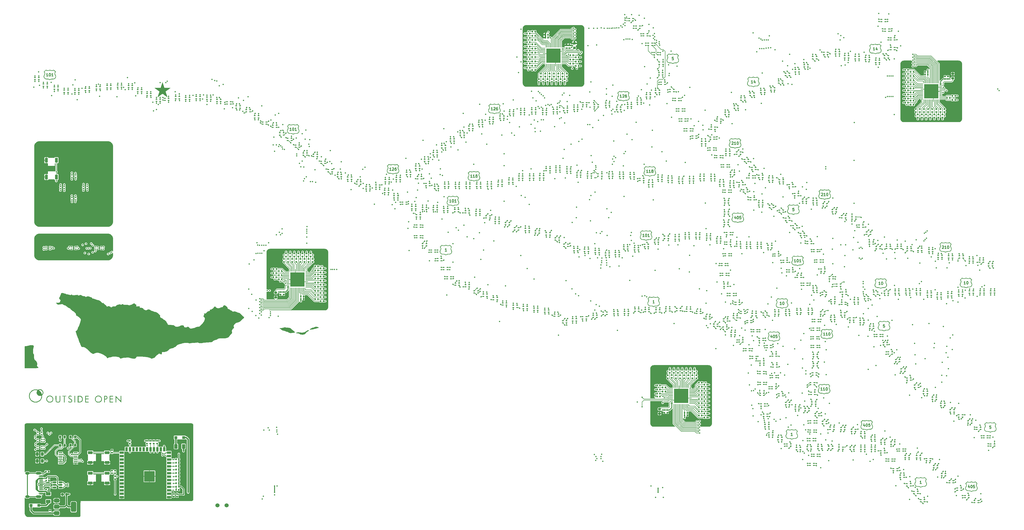
<source format=gbr>
%TF.GenerationSoftware,KiCad,Pcbnew,8.0.4*%
%TF.CreationDate,2025-01-31T11:16:02-08:00*%
%TF.ProjectId,traffic_paradise,74726166-6669-4635-9f70-617261646973,rev?*%
%TF.SameCoordinates,Original*%
%TF.FileFunction,Copper,L1,Top*%
%TF.FilePolarity,Positive*%
%FSLAX46Y46*%
G04 Gerber Fmt 4.6, Leading zero omitted, Abs format (unit mm)*
G04 Created by KiCad (PCBNEW 8.0.4) date 2025-01-31 11:16:02*
%MOMM*%
%LPD*%
G01*
G04 APERTURE LIST*
G04 Aperture macros list*
%AMRoundRect*
0 Rectangle with rounded corners*
0 $1 Rounding radius*
0 $2 $3 $4 $5 $6 $7 $8 $9 X,Y pos of 4 corners*
0 Add a 4 corners polygon primitive as box body*
4,1,4,$2,$3,$4,$5,$6,$7,$8,$9,$2,$3,0*
0 Add four circle primitives for the rounded corners*
1,1,$1+$1,$2,$3*
1,1,$1+$1,$4,$5*
1,1,$1+$1,$6,$7*
1,1,$1+$1,$8,$9*
0 Add four rect primitives between the rounded corners*
20,1,$1+$1,$2,$3,$4,$5,0*
20,1,$1+$1,$4,$5,$6,$7,0*
20,1,$1+$1,$6,$7,$8,$9,0*
20,1,$1+$1,$8,$9,$2,$3,0*%
G04 Aperture macros list end*
%ADD10C,0.250000*%
%TA.AperFunction,NonConductor*%
%ADD11C,0.250000*%
%TD*%
%TA.AperFunction,EtchedComponent*%
%ADD12C,0.100000*%
%TD*%
%TA.AperFunction,EtchedComponent*%
%ADD13C,0.000000*%
%TD*%
%TA.AperFunction,SMDPad,CuDef*%
%ADD14RoundRect,0.080000X-0.220000X-0.120000X0.220000X-0.120000X0.220000X0.120000X-0.220000X0.120000X0*%
%TD*%
%TA.AperFunction,SMDPad,CuDef*%
%ADD15RoundRect,0.135000X0.135000X0.185000X-0.135000X0.185000X-0.135000X-0.185000X0.135000X-0.185000X0*%
%TD*%
%TA.AperFunction,SMDPad,CuDef*%
%ADD16RoundRect,0.150000X-0.512500X-0.150000X0.512500X-0.150000X0.512500X0.150000X-0.512500X0.150000X0*%
%TD*%
%TA.AperFunction,SMDPad,CuDef*%
%ADD17RoundRect,0.135000X-0.185000X0.135000X-0.185000X-0.135000X0.185000X-0.135000X0.185000X0.135000X0*%
%TD*%
%TA.AperFunction,SMDPad,CuDef*%
%ADD18RoundRect,0.140000X-0.170000X0.140000X-0.170000X-0.140000X0.170000X-0.140000X0.170000X0.140000X0*%
%TD*%
%TA.AperFunction,SMDPad,CuDef*%
%ADD19RoundRect,0.135000X0.185000X-0.135000X0.185000X0.135000X-0.185000X0.135000X-0.185000X-0.135000X0*%
%TD*%
%TA.AperFunction,SMDPad,CuDef*%
%ADD20RoundRect,0.135000X-0.135000X-0.185000X0.135000X-0.185000X0.135000X0.185000X-0.135000X0.185000X0*%
%TD*%
%TA.AperFunction,SMDPad,CuDef*%
%ADD21RoundRect,0.140000X-0.140000X-0.170000X0.140000X-0.170000X0.140000X0.170000X-0.140000X0.170000X0*%
%TD*%
%TA.AperFunction,SMDPad,CuDef*%
%ADD22RoundRect,0.200000X0.275000X-0.200000X0.275000X0.200000X-0.275000X0.200000X-0.275000X-0.200000X0*%
%TD*%
%TA.AperFunction,SMDPad,CuDef*%
%ADD23RoundRect,0.140000X0.140000X0.170000X-0.140000X0.170000X-0.140000X-0.170000X0.140000X-0.170000X0*%
%TD*%
%TA.AperFunction,ComponentPad*%
%ADD24C,1.524000*%
%TD*%
%TA.AperFunction,SMDPad,CuDef*%
%ADD25R,0.840000X0.220000*%
%TD*%
%TA.AperFunction,SMDPad,CuDef*%
%ADD26R,0.220000X0.840000*%
%TD*%
%TA.AperFunction,SMDPad,CuDef*%
%ADD27R,5.250000X5.250000*%
%TD*%
%TA.AperFunction,SMDPad,CuDef*%
%ADD28RoundRect,0.200000X0.200000X0.275000X-0.200000X0.275000X-0.200000X-0.275000X0.200000X-0.275000X0*%
%TD*%
%TA.AperFunction,SMDPad,CuDef*%
%ADD29RoundRect,0.140000X0.170000X-0.140000X0.170000X0.140000X-0.170000X0.140000X-0.170000X-0.140000X0*%
%TD*%
%TA.AperFunction,SMDPad,CuDef*%
%ADD30RoundRect,0.200000X-0.275000X0.200000X-0.275000X-0.200000X0.275000X-0.200000X0.275000X0.200000X0*%
%TD*%
%TA.AperFunction,SMDPad,CuDef*%
%ADD31R,1.500000X0.900000*%
%TD*%
%TA.AperFunction,SMDPad,CuDef*%
%ADD32R,0.900000X1.500000*%
%TD*%
%TA.AperFunction,HeatsinkPad*%
%ADD33C,0.600000*%
%TD*%
%TA.AperFunction,SMDPad,CuDef*%
%ADD34R,3.900000X3.900000*%
%TD*%
%TA.AperFunction,SMDPad,CuDef*%
%ADD35RoundRect,0.200000X-0.200000X-0.275000X0.200000X-0.275000X0.200000X0.275000X-0.200000X0.275000X0*%
%TD*%
%TA.AperFunction,SMDPad,CuDef*%
%ADD36R,1.100000X1.800000*%
%TD*%
%TA.AperFunction,SMDPad,CuDef*%
%ADD37R,1.092200X0.990600*%
%TD*%
%TA.AperFunction,SMDPad,CuDef*%
%ADD38RoundRect,0.243750X-0.243750X-0.456250X0.243750X-0.456250X0.243750X0.456250X-0.243750X0.456250X0*%
%TD*%
%TA.AperFunction,SMDPad,CuDef*%
%ADD39R,1.450000X0.600000*%
%TD*%
%TA.AperFunction,SMDPad,CuDef*%
%ADD40R,1.450000X0.300000*%
%TD*%
%TA.AperFunction,ComponentPad*%
%ADD41O,2.100000X1.000000*%
%TD*%
%TA.AperFunction,ComponentPad*%
%ADD42O,1.600000X1.000000*%
%TD*%
%TA.AperFunction,SMDPad,CuDef*%
%ADD43RoundRect,0.225000X0.225000X0.250000X-0.225000X0.250000X-0.225000X-0.250000X0.225000X-0.250000X0*%
%TD*%
%TA.AperFunction,SMDPad,CuDef*%
%ADD44R,1.800000X1.100000*%
%TD*%
%TA.AperFunction,SMDPad,CuDef*%
%ADD45RoundRect,0.250000X0.375000X0.625000X-0.375000X0.625000X-0.375000X-0.625000X0.375000X-0.625000X0*%
%TD*%
%TA.AperFunction,SMDPad,CuDef*%
%ADD46RoundRect,0.250000X-0.625000X0.375000X-0.625000X-0.375000X0.625000X-0.375000X0.625000X0.375000X0*%
%TD*%
%TA.AperFunction,SMDPad,CuDef*%
%ADD47R,1.473200X0.355600*%
%TD*%
%TA.AperFunction,SMDPad,CuDef*%
%ADD48RoundRect,0.375000X-0.625000X-0.375000X0.625000X-0.375000X0.625000X0.375000X-0.625000X0.375000X0*%
%TD*%
%TA.AperFunction,SMDPad,CuDef*%
%ADD49RoundRect,0.500000X-0.500000X-1.400000X0.500000X-1.400000X0.500000X1.400000X-0.500000X1.400000X0*%
%TD*%
%TA.AperFunction,ViaPad*%
%ADD50C,0.500000*%
%TD*%
%TA.AperFunction,Conductor*%
%ADD51C,0.203200*%
%TD*%
%TA.AperFunction,Conductor*%
%ADD52C,0.304800*%
%TD*%
%TA.AperFunction,Conductor*%
%ADD53C,0.500000*%
%TD*%
%TA.AperFunction,Conductor*%
%ADD54C,0.200000*%
%TD*%
%TA.AperFunction,Conductor*%
%ADD55C,0.290000*%
%TD*%
G04 APERTURE END LIST*
D10*
D11*
X262561905Y-50541857D02*
X262609524Y-50494238D01*
X262609524Y-50494238D02*
X262704762Y-50446619D01*
X262704762Y-50446619D02*
X262942857Y-50446619D01*
X262942857Y-50446619D02*
X263038095Y-50494238D01*
X263038095Y-50494238D02*
X263085714Y-50541857D01*
X263085714Y-50541857D02*
X263133333Y-50637095D01*
X263133333Y-50637095D02*
X263133333Y-50732333D01*
X263133333Y-50732333D02*
X263085714Y-50875190D01*
X263085714Y-50875190D02*
X262514286Y-51446619D01*
X262514286Y-51446619D02*
X263133333Y-51446619D01*
X264085714Y-51446619D02*
X263514286Y-51446619D01*
X263800000Y-51446619D02*
X263800000Y-50446619D01*
X263800000Y-50446619D02*
X263704762Y-50589476D01*
X263704762Y-50589476D02*
X263609524Y-50684714D01*
X263609524Y-50684714D02*
X263514286Y-50732333D01*
X264704762Y-50446619D02*
X264800000Y-50446619D01*
X264800000Y-50446619D02*
X264895238Y-50494238D01*
X264895238Y-50494238D02*
X264942857Y-50541857D01*
X264942857Y-50541857D02*
X264990476Y-50637095D01*
X264990476Y-50637095D02*
X265038095Y-50827571D01*
X265038095Y-50827571D02*
X265038095Y-51065666D01*
X265038095Y-51065666D02*
X264990476Y-51256142D01*
X264990476Y-51256142D02*
X264942857Y-51351380D01*
X264942857Y-51351380D02*
X264895238Y-51399000D01*
X264895238Y-51399000D02*
X264800000Y-51446619D01*
X264800000Y-51446619D02*
X264704762Y-51446619D01*
X264704762Y-51446619D02*
X264609524Y-51399000D01*
X264609524Y-51399000D02*
X264561905Y-51351380D01*
X264561905Y-51351380D02*
X264514286Y-51256142D01*
X264514286Y-51256142D02*
X264466667Y-51065666D01*
X264466667Y-51065666D02*
X264466667Y-50827571D01*
X264466667Y-50827571D02*
X264514286Y-50637095D01*
X264514286Y-50637095D02*
X264561905Y-50541857D01*
X264561905Y-50541857D02*
X264609524Y-50494238D01*
X264609524Y-50494238D02*
X264704762Y-50446619D01*
D10*
D11*
X285085714Y-159446619D02*
X284514286Y-159446619D01*
X284800000Y-159446619D02*
X284800000Y-158446619D01*
X284800000Y-158446619D02*
X284704762Y-158589476D01*
X284704762Y-158589476D02*
X284609524Y-158684714D01*
X284609524Y-158684714D02*
X284514286Y-158732333D01*
D10*
D11*
X240938095Y-19046619D02*
X240461905Y-19046619D01*
X240461905Y-19046619D02*
X240414286Y-19522809D01*
X240414286Y-19522809D02*
X240461905Y-19475190D01*
X240461905Y-19475190D02*
X240557143Y-19427571D01*
X240557143Y-19427571D02*
X240795238Y-19427571D01*
X240795238Y-19427571D02*
X240890476Y-19475190D01*
X240890476Y-19475190D02*
X240938095Y-19522809D01*
X240938095Y-19522809D02*
X240985714Y-19618047D01*
X240985714Y-19618047D02*
X240985714Y-19856142D01*
X240985714Y-19856142D02*
X240938095Y-19951380D01*
X240938095Y-19951380D02*
X240890476Y-19999000D01*
X240890476Y-19999000D02*
X240795238Y-20046619D01*
X240795238Y-20046619D02*
X240557143Y-20046619D01*
X240557143Y-20046619D02*
X240461905Y-19999000D01*
X240461905Y-19999000D02*
X240414286Y-19951380D01*
D10*
D11*
X9133333Y-26046619D02*
X8561905Y-26046619D01*
X8847619Y-26046619D02*
X8847619Y-25046619D01*
X8847619Y-25046619D02*
X8752381Y-25189476D01*
X8752381Y-25189476D02*
X8657143Y-25284714D01*
X8657143Y-25284714D02*
X8561905Y-25332333D01*
X9752381Y-25046619D02*
X9847619Y-25046619D01*
X9847619Y-25046619D02*
X9942857Y-25094238D01*
X9942857Y-25094238D02*
X9990476Y-25141857D01*
X9990476Y-25141857D02*
X10038095Y-25237095D01*
X10038095Y-25237095D02*
X10085714Y-25427571D01*
X10085714Y-25427571D02*
X10085714Y-25665666D01*
X10085714Y-25665666D02*
X10038095Y-25856142D01*
X10038095Y-25856142D02*
X9990476Y-25951380D01*
X9990476Y-25951380D02*
X9942857Y-25999000D01*
X9942857Y-25999000D02*
X9847619Y-26046619D01*
X9847619Y-26046619D02*
X9752381Y-26046619D01*
X9752381Y-26046619D02*
X9657143Y-25999000D01*
X9657143Y-25999000D02*
X9609524Y-25951380D01*
X9609524Y-25951380D02*
X9561905Y-25856142D01*
X9561905Y-25856142D02*
X9514286Y-25665666D01*
X9514286Y-25665666D02*
X9514286Y-25427571D01*
X9514286Y-25427571D02*
X9561905Y-25237095D01*
X9561905Y-25237095D02*
X9609524Y-25141857D01*
X9609524Y-25141857D02*
X9657143Y-25094238D01*
X9657143Y-25094238D02*
X9752381Y-25046619D01*
X11038095Y-26046619D02*
X10466667Y-26046619D01*
X10752381Y-26046619D02*
X10752381Y-25046619D01*
X10752381Y-25046619D02*
X10657143Y-25189476D01*
X10657143Y-25189476D02*
X10561905Y-25284714D01*
X10561905Y-25284714D02*
X10466667Y-25332333D01*
D10*
D11*
X270359523Y-28646619D02*
X269788095Y-28646619D01*
X270073809Y-28646619D02*
X270073809Y-27646619D01*
X270073809Y-27646619D02*
X269978571Y-27789476D01*
X269978571Y-27789476D02*
X269883333Y-27884714D01*
X269883333Y-27884714D02*
X269788095Y-27932333D01*
X271216666Y-27979952D02*
X271216666Y-28646619D01*
X270978571Y-27599000D02*
X270740476Y-28313285D01*
X270740476Y-28313285D02*
X271359523Y-28313285D01*
D10*
D11*
X233885714Y-110246619D02*
X233314286Y-110246619D01*
X233600000Y-110246619D02*
X233600000Y-109246619D01*
X233600000Y-109246619D02*
X233504762Y-109389476D01*
X233504762Y-109389476D02*
X233409524Y-109484714D01*
X233409524Y-109484714D02*
X233314286Y-109532333D01*
D10*
D11*
X319238095Y-118246619D02*
X318761905Y-118246619D01*
X318761905Y-118246619D02*
X318714286Y-118722809D01*
X318714286Y-118722809D02*
X318761905Y-118675190D01*
X318761905Y-118675190D02*
X318857143Y-118627571D01*
X318857143Y-118627571D02*
X319095238Y-118627571D01*
X319095238Y-118627571D02*
X319190476Y-118675190D01*
X319190476Y-118675190D02*
X319238095Y-118722809D01*
X319238095Y-118722809D02*
X319285714Y-118818047D01*
X319285714Y-118818047D02*
X319285714Y-119056142D01*
X319285714Y-119056142D02*
X319238095Y-119151380D01*
X319238095Y-119151380D02*
X319190476Y-119199000D01*
X319190476Y-119199000D02*
X319095238Y-119246619D01*
X319095238Y-119246619D02*
X318857143Y-119246619D01*
X318857143Y-119246619D02*
X318761905Y-119199000D01*
X318761905Y-119199000D02*
X318714286Y-119151380D01*
D10*
D11*
X317609523Y-103446619D02*
X317038095Y-103446619D01*
X317323809Y-103446619D02*
X317323809Y-102446619D01*
X317323809Y-102446619D02*
X317228571Y-102589476D01*
X317228571Y-102589476D02*
X317133333Y-102684714D01*
X317133333Y-102684714D02*
X317038095Y-102732333D01*
X318228571Y-102446619D02*
X318323809Y-102446619D01*
X318323809Y-102446619D02*
X318419047Y-102494238D01*
X318419047Y-102494238D02*
X318466666Y-102541857D01*
X318466666Y-102541857D02*
X318514285Y-102637095D01*
X318514285Y-102637095D02*
X318561904Y-102827571D01*
X318561904Y-102827571D02*
X318561904Y-103065666D01*
X318561904Y-103065666D02*
X318514285Y-103256142D01*
X318514285Y-103256142D02*
X318466666Y-103351380D01*
X318466666Y-103351380D02*
X318419047Y-103399000D01*
X318419047Y-103399000D02*
X318323809Y-103446619D01*
X318323809Y-103446619D02*
X318228571Y-103446619D01*
X318228571Y-103446619D02*
X318133333Y-103399000D01*
X318133333Y-103399000D02*
X318085714Y-103351380D01*
X318085714Y-103351380D02*
X318038095Y-103256142D01*
X318038095Y-103256142D02*
X317990476Y-103065666D01*
X317990476Y-103065666D02*
X317990476Y-102827571D01*
X317990476Y-102827571D02*
X318038095Y-102637095D01*
X318038095Y-102637095D02*
X318085714Y-102541857D01*
X318085714Y-102541857D02*
X318133333Y-102494238D01*
X318133333Y-102494238D02*
X318228571Y-102446619D01*
D10*
D11*
X350638095Y-178179952D02*
X350638095Y-178846619D01*
X350400000Y-177799000D02*
X350161905Y-178513285D01*
X350161905Y-178513285D02*
X350780952Y-178513285D01*
X351352381Y-177846619D02*
X351447619Y-177846619D01*
X351447619Y-177846619D02*
X351542857Y-177894238D01*
X351542857Y-177894238D02*
X351590476Y-177941857D01*
X351590476Y-177941857D02*
X351638095Y-178037095D01*
X351638095Y-178037095D02*
X351685714Y-178227571D01*
X351685714Y-178227571D02*
X351685714Y-178465666D01*
X351685714Y-178465666D02*
X351638095Y-178656142D01*
X351638095Y-178656142D02*
X351590476Y-178751380D01*
X351590476Y-178751380D02*
X351542857Y-178799000D01*
X351542857Y-178799000D02*
X351447619Y-178846619D01*
X351447619Y-178846619D02*
X351352381Y-178846619D01*
X351352381Y-178846619D02*
X351257143Y-178799000D01*
X351257143Y-178799000D02*
X351209524Y-178751380D01*
X351209524Y-178751380D02*
X351161905Y-178656142D01*
X351161905Y-178656142D02*
X351114286Y-178465666D01*
X351114286Y-178465666D02*
X351114286Y-178227571D01*
X351114286Y-178227571D02*
X351161905Y-178037095D01*
X351161905Y-178037095D02*
X351209524Y-177941857D01*
X351209524Y-177941857D02*
X351257143Y-177894238D01*
X351257143Y-177894238D02*
X351352381Y-177846619D01*
X352590476Y-177846619D02*
X352114286Y-177846619D01*
X352114286Y-177846619D02*
X352066667Y-178322809D01*
X352066667Y-178322809D02*
X352114286Y-178275190D01*
X352114286Y-178275190D02*
X352209524Y-178227571D01*
X352209524Y-178227571D02*
X352447619Y-178227571D01*
X352447619Y-178227571D02*
X352542857Y-178275190D01*
X352542857Y-178275190D02*
X352590476Y-178322809D01*
X352590476Y-178322809D02*
X352638095Y-178418047D01*
X352638095Y-178418047D02*
X352638095Y-178656142D01*
X352638095Y-178656142D02*
X352590476Y-178751380D01*
X352590476Y-178751380D02*
X352542857Y-178799000D01*
X352542857Y-178799000D02*
X352447619Y-178846619D01*
X352447619Y-178846619D02*
X352209524Y-178846619D01*
X352209524Y-178846619D02*
X352114286Y-178799000D01*
X352114286Y-178799000D02*
X352066667Y-178751380D01*
D10*
D11*
X286333333Y-95046619D02*
X285761905Y-95046619D01*
X286047619Y-95046619D02*
X286047619Y-94046619D01*
X286047619Y-94046619D02*
X285952381Y-94189476D01*
X285952381Y-94189476D02*
X285857143Y-94284714D01*
X285857143Y-94284714D02*
X285761905Y-94332333D01*
X286952381Y-94046619D02*
X287047619Y-94046619D01*
X287047619Y-94046619D02*
X287142857Y-94094238D01*
X287142857Y-94094238D02*
X287190476Y-94141857D01*
X287190476Y-94141857D02*
X287238095Y-94237095D01*
X287238095Y-94237095D02*
X287285714Y-94427571D01*
X287285714Y-94427571D02*
X287285714Y-94665666D01*
X287285714Y-94665666D02*
X287238095Y-94856142D01*
X287238095Y-94856142D02*
X287190476Y-94951380D01*
X287190476Y-94951380D02*
X287142857Y-94999000D01*
X287142857Y-94999000D02*
X287047619Y-95046619D01*
X287047619Y-95046619D02*
X286952381Y-95046619D01*
X286952381Y-95046619D02*
X286857143Y-94999000D01*
X286857143Y-94999000D02*
X286809524Y-94951380D01*
X286809524Y-94951380D02*
X286761905Y-94856142D01*
X286761905Y-94856142D02*
X286714286Y-94665666D01*
X286714286Y-94665666D02*
X286714286Y-94427571D01*
X286714286Y-94427571D02*
X286761905Y-94237095D01*
X286761905Y-94237095D02*
X286809524Y-94141857D01*
X286809524Y-94141857D02*
X286857143Y-94094238D01*
X286857143Y-94094238D02*
X286952381Y-94046619D01*
X288238095Y-95046619D02*
X287666667Y-95046619D01*
X287952381Y-95046619D02*
X287952381Y-94046619D01*
X287952381Y-94046619D02*
X287857143Y-94189476D01*
X287857143Y-94189476D02*
X287761905Y-94284714D01*
X287761905Y-94284714D02*
X287666667Y-94332333D01*
D10*
D11*
X296133333Y-142646619D02*
X295561905Y-142646619D01*
X295847619Y-142646619D02*
X295847619Y-141646619D01*
X295847619Y-141646619D02*
X295752381Y-141789476D01*
X295752381Y-141789476D02*
X295657143Y-141884714D01*
X295657143Y-141884714D02*
X295561905Y-141932333D01*
X297085714Y-142646619D02*
X296514286Y-142646619D01*
X296800000Y-142646619D02*
X296800000Y-141646619D01*
X296800000Y-141646619D02*
X296704762Y-141789476D01*
X296704762Y-141789476D02*
X296609524Y-141884714D01*
X296609524Y-141884714D02*
X296514286Y-141932333D01*
X297704762Y-141646619D02*
X297800000Y-141646619D01*
X297800000Y-141646619D02*
X297895238Y-141694238D01*
X297895238Y-141694238D02*
X297942857Y-141741857D01*
X297942857Y-141741857D02*
X297990476Y-141837095D01*
X297990476Y-141837095D02*
X298038095Y-142027571D01*
X298038095Y-142027571D02*
X298038095Y-142265666D01*
X298038095Y-142265666D02*
X297990476Y-142456142D01*
X297990476Y-142456142D02*
X297942857Y-142551380D01*
X297942857Y-142551380D02*
X297895238Y-142599000D01*
X297895238Y-142599000D02*
X297800000Y-142646619D01*
X297800000Y-142646619D02*
X297704762Y-142646619D01*
X297704762Y-142646619D02*
X297609524Y-142599000D01*
X297609524Y-142599000D02*
X297561905Y-142551380D01*
X297561905Y-142551380D02*
X297514286Y-142456142D01*
X297514286Y-142456142D02*
X297466667Y-142265666D01*
X297466667Y-142265666D02*
X297466667Y-142027571D01*
X297466667Y-142027571D02*
X297514286Y-141837095D01*
X297514286Y-141837095D02*
X297561905Y-141741857D01*
X297561905Y-141741857D02*
X297609524Y-141694238D01*
X297609524Y-141694238D02*
X297704762Y-141646619D01*
D10*
D11*
X297133333Y-122246619D02*
X296561905Y-122246619D01*
X296847619Y-122246619D02*
X296847619Y-121246619D01*
X296847619Y-121246619D02*
X296752381Y-121389476D01*
X296752381Y-121389476D02*
X296657143Y-121484714D01*
X296657143Y-121484714D02*
X296561905Y-121532333D01*
X298085714Y-122246619D02*
X297514286Y-122246619D01*
X297800000Y-122246619D02*
X297800000Y-121246619D01*
X297800000Y-121246619D02*
X297704762Y-121389476D01*
X297704762Y-121389476D02*
X297609524Y-121484714D01*
X297609524Y-121484714D02*
X297514286Y-121532333D01*
X298704762Y-121246619D02*
X298800000Y-121246619D01*
X298800000Y-121246619D02*
X298895238Y-121294238D01*
X298895238Y-121294238D02*
X298942857Y-121341857D01*
X298942857Y-121341857D02*
X298990476Y-121437095D01*
X298990476Y-121437095D02*
X299038095Y-121627571D01*
X299038095Y-121627571D02*
X299038095Y-121865666D01*
X299038095Y-121865666D02*
X298990476Y-122056142D01*
X298990476Y-122056142D02*
X298942857Y-122151380D01*
X298942857Y-122151380D02*
X298895238Y-122199000D01*
X298895238Y-122199000D02*
X298800000Y-122246619D01*
X298800000Y-122246619D02*
X298704762Y-122246619D01*
X298704762Y-122246619D02*
X298609524Y-122199000D01*
X298609524Y-122199000D02*
X298561905Y-122151380D01*
X298561905Y-122151380D02*
X298514286Y-122056142D01*
X298514286Y-122056142D02*
X298466667Y-121865666D01*
X298466667Y-121865666D02*
X298466667Y-121627571D01*
X298466667Y-121627571D02*
X298514286Y-121437095D01*
X298514286Y-121437095D02*
X298561905Y-121341857D01*
X298561905Y-121341857D02*
X298609524Y-121294238D01*
X298609524Y-121294238D02*
X298704762Y-121246619D01*
D10*
D11*
X332885714Y-177246619D02*
X332314286Y-177246619D01*
X332600000Y-177246619D02*
X332600000Y-176246619D01*
X332600000Y-176246619D02*
X332504762Y-176389476D01*
X332504762Y-176389476D02*
X332409524Y-176484714D01*
X332409524Y-176484714D02*
X332314286Y-176532333D01*
D10*
D11*
X295761905Y-69541857D02*
X295809524Y-69494238D01*
X295809524Y-69494238D02*
X295904762Y-69446619D01*
X295904762Y-69446619D02*
X296142857Y-69446619D01*
X296142857Y-69446619D02*
X296238095Y-69494238D01*
X296238095Y-69494238D02*
X296285714Y-69541857D01*
X296285714Y-69541857D02*
X296333333Y-69637095D01*
X296333333Y-69637095D02*
X296333333Y-69732333D01*
X296333333Y-69732333D02*
X296285714Y-69875190D01*
X296285714Y-69875190D02*
X295714286Y-70446619D01*
X295714286Y-70446619D02*
X296333333Y-70446619D01*
X297285714Y-70446619D02*
X296714286Y-70446619D01*
X297000000Y-70446619D02*
X297000000Y-69446619D01*
X297000000Y-69446619D02*
X296904762Y-69589476D01*
X296904762Y-69589476D02*
X296809524Y-69684714D01*
X296809524Y-69684714D02*
X296714286Y-69732333D01*
X297904762Y-69446619D02*
X298000000Y-69446619D01*
X298000000Y-69446619D02*
X298095238Y-69494238D01*
X298095238Y-69494238D02*
X298142857Y-69541857D01*
X298142857Y-69541857D02*
X298190476Y-69637095D01*
X298190476Y-69637095D02*
X298238095Y-69827571D01*
X298238095Y-69827571D02*
X298238095Y-70065666D01*
X298238095Y-70065666D02*
X298190476Y-70256142D01*
X298190476Y-70256142D02*
X298142857Y-70351380D01*
X298142857Y-70351380D02*
X298095238Y-70399000D01*
X298095238Y-70399000D02*
X298000000Y-70446619D01*
X298000000Y-70446619D02*
X297904762Y-70446619D01*
X297904762Y-70446619D02*
X297809524Y-70399000D01*
X297809524Y-70399000D02*
X297761905Y-70351380D01*
X297761905Y-70351380D02*
X297714286Y-70256142D01*
X297714286Y-70256142D02*
X297666667Y-70065666D01*
X297666667Y-70065666D02*
X297666667Y-69827571D01*
X297666667Y-69827571D02*
X297714286Y-69637095D01*
X297714286Y-69637095D02*
X297761905Y-69541857D01*
X297761905Y-69541857D02*
X297809524Y-69494238D01*
X297809524Y-69494238D02*
X297904762Y-69446619D01*
D10*
D11*
X166333333Y-63646619D02*
X165761905Y-63646619D01*
X166047619Y-63646619D02*
X166047619Y-62646619D01*
X166047619Y-62646619D02*
X165952381Y-62789476D01*
X165952381Y-62789476D02*
X165857143Y-62884714D01*
X165857143Y-62884714D02*
X165761905Y-62932333D01*
X167285714Y-63646619D02*
X166714286Y-63646619D01*
X167000000Y-63646619D02*
X167000000Y-62646619D01*
X167000000Y-62646619D02*
X166904762Y-62789476D01*
X166904762Y-62789476D02*
X166809524Y-62884714D01*
X166809524Y-62884714D02*
X166714286Y-62932333D01*
X167857143Y-63075190D02*
X167761905Y-63027571D01*
X167761905Y-63027571D02*
X167714286Y-62979952D01*
X167714286Y-62979952D02*
X167666667Y-62884714D01*
X167666667Y-62884714D02*
X167666667Y-62837095D01*
X167666667Y-62837095D02*
X167714286Y-62741857D01*
X167714286Y-62741857D02*
X167761905Y-62694238D01*
X167761905Y-62694238D02*
X167857143Y-62646619D01*
X167857143Y-62646619D02*
X168047619Y-62646619D01*
X168047619Y-62646619D02*
X168142857Y-62694238D01*
X168142857Y-62694238D02*
X168190476Y-62741857D01*
X168190476Y-62741857D02*
X168238095Y-62837095D01*
X168238095Y-62837095D02*
X168238095Y-62884714D01*
X168238095Y-62884714D02*
X168190476Y-62979952D01*
X168190476Y-62979952D02*
X168142857Y-63027571D01*
X168142857Y-63027571D02*
X168047619Y-63075190D01*
X168047619Y-63075190D02*
X167857143Y-63075190D01*
X167857143Y-63075190D02*
X167761905Y-63122809D01*
X167761905Y-63122809D02*
X167714286Y-63170428D01*
X167714286Y-63170428D02*
X167666667Y-63265666D01*
X167666667Y-63265666D02*
X167666667Y-63456142D01*
X167666667Y-63456142D02*
X167714286Y-63551380D01*
X167714286Y-63551380D02*
X167761905Y-63599000D01*
X167761905Y-63599000D02*
X167857143Y-63646619D01*
X167857143Y-63646619D02*
X168047619Y-63646619D01*
X168047619Y-63646619D02*
X168142857Y-63599000D01*
X168142857Y-63599000D02*
X168190476Y-63551380D01*
X168190476Y-63551380D02*
X168238095Y-63456142D01*
X168238095Y-63456142D02*
X168238095Y-63265666D01*
X168238095Y-63265666D02*
X168190476Y-63170428D01*
X168190476Y-63170428D02*
X168142857Y-63122809D01*
X168142857Y-63122809D02*
X168047619Y-63075190D01*
D10*
D11*
X158533333Y-72846619D02*
X157961905Y-72846619D01*
X158247619Y-72846619D02*
X158247619Y-71846619D01*
X158247619Y-71846619D02*
X158152381Y-71989476D01*
X158152381Y-71989476D02*
X158057143Y-72084714D01*
X158057143Y-72084714D02*
X157961905Y-72132333D01*
X159152381Y-71846619D02*
X159247619Y-71846619D01*
X159247619Y-71846619D02*
X159342857Y-71894238D01*
X159342857Y-71894238D02*
X159390476Y-71941857D01*
X159390476Y-71941857D02*
X159438095Y-72037095D01*
X159438095Y-72037095D02*
X159485714Y-72227571D01*
X159485714Y-72227571D02*
X159485714Y-72465666D01*
X159485714Y-72465666D02*
X159438095Y-72656142D01*
X159438095Y-72656142D02*
X159390476Y-72751380D01*
X159390476Y-72751380D02*
X159342857Y-72799000D01*
X159342857Y-72799000D02*
X159247619Y-72846619D01*
X159247619Y-72846619D02*
X159152381Y-72846619D01*
X159152381Y-72846619D02*
X159057143Y-72799000D01*
X159057143Y-72799000D02*
X159009524Y-72751380D01*
X159009524Y-72751380D02*
X158961905Y-72656142D01*
X158961905Y-72656142D02*
X158914286Y-72465666D01*
X158914286Y-72465666D02*
X158914286Y-72227571D01*
X158914286Y-72227571D02*
X158961905Y-72037095D01*
X158961905Y-72037095D02*
X159009524Y-71941857D01*
X159009524Y-71941857D02*
X159057143Y-71894238D01*
X159057143Y-71894238D02*
X159152381Y-71846619D01*
X160438095Y-72846619D02*
X159866667Y-72846619D01*
X160152381Y-72846619D02*
X160152381Y-71846619D01*
X160152381Y-71846619D02*
X160057143Y-71989476D01*
X160057143Y-71989476D02*
X159961905Y-72084714D01*
X159961905Y-72084714D02*
X159866667Y-72132333D01*
D10*
D11*
X311838095Y-155379952D02*
X311838095Y-156046619D01*
X311600000Y-154999000D02*
X311361905Y-155713285D01*
X311361905Y-155713285D02*
X311980952Y-155713285D01*
X312552381Y-155046619D02*
X312647619Y-155046619D01*
X312647619Y-155046619D02*
X312742857Y-155094238D01*
X312742857Y-155094238D02*
X312790476Y-155141857D01*
X312790476Y-155141857D02*
X312838095Y-155237095D01*
X312838095Y-155237095D02*
X312885714Y-155427571D01*
X312885714Y-155427571D02*
X312885714Y-155665666D01*
X312885714Y-155665666D02*
X312838095Y-155856142D01*
X312838095Y-155856142D02*
X312790476Y-155951380D01*
X312790476Y-155951380D02*
X312742857Y-155999000D01*
X312742857Y-155999000D02*
X312647619Y-156046619D01*
X312647619Y-156046619D02*
X312552381Y-156046619D01*
X312552381Y-156046619D02*
X312457143Y-155999000D01*
X312457143Y-155999000D02*
X312409524Y-155951380D01*
X312409524Y-155951380D02*
X312361905Y-155856142D01*
X312361905Y-155856142D02*
X312314286Y-155665666D01*
X312314286Y-155665666D02*
X312314286Y-155427571D01*
X312314286Y-155427571D02*
X312361905Y-155237095D01*
X312361905Y-155237095D02*
X312409524Y-155141857D01*
X312409524Y-155141857D02*
X312457143Y-155094238D01*
X312457143Y-155094238D02*
X312552381Y-155046619D01*
X313790476Y-155046619D02*
X313314286Y-155046619D01*
X313314286Y-155046619D02*
X313266667Y-155522809D01*
X313266667Y-155522809D02*
X313314286Y-155475190D01*
X313314286Y-155475190D02*
X313409524Y-155427571D01*
X313409524Y-155427571D02*
X313647619Y-155427571D01*
X313647619Y-155427571D02*
X313742857Y-155475190D01*
X313742857Y-155475190D02*
X313790476Y-155522809D01*
X313790476Y-155522809D02*
X313838095Y-155618047D01*
X313838095Y-155618047D02*
X313838095Y-155856142D01*
X313838095Y-155856142D02*
X313790476Y-155951380D01*
X313790476Y-155951380D02*
X313742857Y-155999000D01*
X313742857Y-155999000D02*
X313647619Y-156046619D01*
X313647619Y-156046619D02*
X313409524Y-156046619D01*
X313409524Y-156046619D02*
X313314286Y-155999000D01*
X313314286Y-155999000D02*
X313266667Y-155951380D01*
D10*
D11*
X315584523Y-16421619D02*
X315013095Y-16421619D01*
X315298809Y-16421619D02*
X315298809Y-15421619D01*
X315298809Y-15421619D02*
X315203571Y-15564476D01*
X315203571Y-15564476D02*
X315108333Y-15659714D01*
X315108333Y-15659714D02*
X315013095Y-15707333D01*
X316441666Y-15754952D02*
X316441666Y-16421619D01*
X316203571Y-15374000D02*
X315965476Y-16088285D01*
X315965476Y-16088285D02*
X316584523Y-16088285D01*
D10*
D11*
X230133333Y-85646619D02*
X229561905Y-85646619D01*
X229847619Y-85646619D02*
X229847619Y-84646619D01*
X229847619Y-84646619D02*
X229752381Y-84789476D01*
X229752381Y-84789476D02*
X229657143Y-84884714D01*
X229657143Y-84884714D02*
X229561905Y-84932333D01*
X230752381Y-84646619D02*
X230847619Y-84646619D01*
X230847619Y-84646619D02*
X230942857Y-84694238D01*
X230942857Y-84694238D02*
X230990476Y-84741857D01*
X230990476Y-84741857D02*
X231038095Y-84837095D01*
X231038095Y-84837095D02*
X231085714Y-85027571D01*
X231085714Y-85027571D02*
X231085714Y-85265666D01*
X231085714Y-85265666D02*
X231038095Y-85456142D01*
X231038095Y-85456142D02*
X230990476Y-85551380D01*
X230990476Y-85551380D02*
X230942857Y-85599000D01*
X230942857Y-85599000D02*
X230847619Y-85646619D01*
X230847619Y-85646619D02*
X230752381Y-85646619D01*
X230752381Y-85646619D02*
X230657143Y-85599000D01*
X230657143Y-85599000D02*
X230609524Y-85551380D01*
X230609524Y-85551380D02*
X230561905Y-85456142D01*
X230561905Y-85456142D02*
X230514286Y-85265666D01*
X230514286Y-85265666D02*
X230514286Y-85027571D01*
X230514286Y-85027571D02*
X230561905Y-84837095D01*
X230561905Y-84837095D02*
X230609524Y-84741857D01*
X230609524Y-84741857D02*
X230657143Y-84694238D01*
X230657143Y-84694238D02*
X230752381Y-84646619D01*
X232038095Y-85646619D02*
X231466667Y-85646619D01*
X231752381Y-85646619D02*
X231752381Y-84646619D01*
X231752381Y-84646619D02*
X231657143Y-84789476D01*
X231657143Y-84789476D02*
X231561905Y-84884714D01*
X231561905Y-84884714D02*
X231466667Y-84932333D01*
D10*
D11*
X156885714Y-91046619D02*
X156314286Y-91046619D01*
X156600000Y-91046619D02*
X156600000Y-90046619D01*
X156600000Y-90046619D02*
X156504762Y-90189476D01*
X156504762Y-90189476D02*
X156409524Y-90284714D01*
X156409524Y-90284714D02*
X156314286Y-90332333D01*
D10*
D11*
X277438095Y-122479952D02*
X277438095Y-123146619D01*
X277200000Y-122099000D02*
X276961905Y-122813285D01*
X276961905Y-122813285D02*
X277580952Y-122813285D01*
X278152381Y-122146619D02*
X278247619Y-122146619D01*
X278247619Y-122146619D02*
X278342857Y-122194238D01*
X278342857Y-122194238D02*
X278390476Y-122241857D01*
X278390476Y-122241857D02*
X278438095Y-122337095D01*
X278438095Y-122337095D02*
X278485714Y-122527571D01*
X278485714Y-122527571D02*
X278485714Y-122765666D01*
X278485714Y-122765666D02*
X278438095Y-122956142D01*
X278438095Y-122956142D02*
X278390476Y-123051380D01*
X278390476Y-123051380D02*
X278342857Y-123099000D01*
X278342857Y-123099000D02*
X278247619Y-123146619D01*
X278247619Y-123146619D02*
X278152381Y-123146619D01*
X278152381Y-123146619D02*
X278057143Y-123099000D01*
X278057143Y-123099000D02*
X278009524Y-123051380D01*
X278009524Y-123051380D02*
X277961905Y-122956142D01*
X277961905Y-122956142D02*
X277914286Y-122765666D01*
X277914286Y-122765666D02*
X277914286Y-122527571D01*
X277914286Y-122527571D02*
X277961905Y-122337095D01*
X277961905Y-122337095D02*
X278009524Y-122241857D01*
X278009524Y-122241857D02*
X278057143Y-122194238D01*
X278057143Y-122194238D02*
X278152381Y-122146619D01*
X279390476Y-122146619D02*
X278914286Y-122146619D01*
X278914286Y-122146619D02*
X278866667Y-122622809D01*
X278866667Y-122622809D02*
X278914286Y-122575190D01*
X278914286Y-122575190D02*
X279009524Y-122527571D01*
X279009524Y-122527571D02*
X279247619Y-122527571D01*
X279247619Y-122527571D02*
X279342857Y-122575190D01*
X279342857Y-122575190D02*
X279390476Y-122622809D01*
X279390476Y-122622809D02*
X279438095Y-122718047D01*
X279438095Y-122718047D02*
X279438095Y-122956142D01*
X279438095Y-122956142D02*
X279390476Y-123051380D01*
X279390476Y-123051380D02*
X279342857Y-123099000D01*
X279342857Y-123099000D02*
X279247619Y-123146619D01*
X279247619Y-123146619D02*
X279009524Y-123146619D01*
X279009524Y-123146619D02*
X278914286Y-123099000D01*
X278914286Y-123099000D02*
X278866667Y-123051380D01*
D10*
D11*
X264038095Y-78379952D02*
X264038095Y-79046619D01*
X263800000Y-77999000D02*
X263561905Y-78713285D01*
X263561905Y-78713285D02*
X264180952Y-78713285D01*
X264752381Y-78046619D02*
X264847619Y-78046619D01*
X264847619Y-78046619D02*
X264942857Y-78094238D01*
X264942857Y-78094238D02*
X264990476Y-78141857D01*
X264990476Y-78141857D02*
X265038095Y-78237095D01*
X265038095Y-78237095D02*
X265085714Y-78427571D01*
X265085714Y-78427571D02*
X265085714Y-78665666D01*
X265085714Y-78665666D02*
X265038095Y-78856142D01*
X265038095Y-78856142D02*
X264990476Y-78951380D01*
X264990476Y-78951380D02*
X264942857Y-78999000D01*
X264942857Y-78999000D02*
X264847619Y-79046619D01*
X264847619Y-79046619D02*
X264752381Y-79046619D01*
X264752381Y-79046619D02*
X264657143Y-78999000D01*
X264657143Y-78999000D02*
X264609524Y-78951380D01*
X264609524Y-78951380D02*
X264561905Y-78856142D01*
X264561905Y-78856142D02*
X264514286Y-78665666D01*
X264514286Y-78665666D02*
X264514286Y-78427571D01*
X264514286Y-78427571D02*
X264561905Y-78237095D01*
X264561905Y-78237095D02*
X264609524Y-78141857D01*
X264609524Y-78141857D02*
X264657143Y-78094238D01*
X264657143Y-78094238D02*
X264752381Y-78046619D01*
X265990476Y-78046619D02*
X265514286Y-78046619D01*
X265514286Y-78046619D02*
X265466667Y-78522809D01*
X265466667Y-78522809D02*
X265514286Y-78475190D01*
X265514286Y-78475190D02*
X265609524Y-78427571D01*
X265609524Y-78427571D02*
X265847619Y-78427571D01*
X265847619Y-78427571D02*
X265942857Y-78475190D01*
X265942857Y-78475190D02*
X265990476Y-78522809D01*
X265990476Y-78522809D02*
X266038095Y-78618047D01*
X266038095Y-78618047D02*
X266038095Y-78856142D01*
X266038095Y-78856142D02*
X265990476Y-78951380D01*
X265990476Y-78951380D02*
X265942857Y-78999000D01*
X265942857Y-78999000D02*
X265847619Y-79046619D01*
X265847619Y-79046619D02*
X265609524Y-79046619D01*
X265609524Y-79046619D02*
X265514286Y-78999000D01*
X265514286Y-78999000D02*
X265466667Y-78951380D01*
D10*
D11*
X349209523Y-103246619D02*
X348638095Y-103246619D01*
X348923809Y-103246619D02*
X348923809Y-102246619D01*
X348923809Y-102246619D02*
X348828571Y-102389476D01*
X348828571Y-102389476D02*
X348733333Y-102484714D01*
X348733333Y-102484714D02*
X348638095Y-102532333D01*
X349828571Y-102246619D02*
X349923809Y-102246619D01*
X349923809Y-102246619D02*
X350019047Y-102294238D01*
X350019047Y-102294238D02*
X350066666Y-102341857D01*
X350066666Y-102341857D02*
X350114285Y-102437095D01*
X350114285Y-102437095D02*
X350161904Y-102627571D01*
X350161904Y-102627571D02*
X350161904Y-102865666D01*
X350161904Y-102865666D02*
X350114285Y-103056142D01*
X350114285Y-103056142D02*
X350066666Y-103151380D01*
X350066666Y-103151380D02*
X350019047Y-103199000D01*
X350019047Y-103199000D02*
X349923809Y-103246619D01*
X349923809Y-103246619D02*
X349828571Y-103246619D01*
X349828571Y-103246619D02*
X349733333Y-103199000D01*
X349733333Y-103199000D02*
X349685714Y-103151380D01*
X349685714Y-103151380D02*
X349638095Y-103056142D01*
X349638095Y-103056142D02*
X349590476Y-102865666D01*
X349590476Y-102865666D02*
X349590476Y-102627571D01*
X349590476Y-102627571D02*
X349638095Y-102437095D01*
X349638095Y-102437095D02*
X349685714Y-102341857D01*
X349685714Y-102341857D02*
X349733333Y-102294238D01*
X349733333Y-102294238D02*
X349828571Y-102246619D01*
D10*
D11*
X281009523Y-110846619D02*
X280438095Y-110846619D01*
X280723809Y-110846619D02*
X280723809Y-109846619D01*
X280723809Y-109846619D02*
X280628571Y-109989476D01*
X280628571Y-109989476D02*
X280533333Y-110084714D01*
X280533333Y-110084714D02*
X280438095Y-110132333D01*
X281628571Y-109846619D02*
X281723809Y-109846619D01*
X281723809Y-109846619D02*
X281819047Y-109894238D01*
X281819047Y-109894238D02*
X281866666Y-109941857D01*
X281866666Y-109941857D02*
X281914285Y-110037095D01*
X281914285Y-110037095D02*
X281961904Y-110227571D01*
X281961904Y-110227571D02*
X281961904Y-110465666D01*
X281961904Y-110465666D02*
X281914285Y-110656142D01*
X281914285Y-110656142D02*
X281866666Y-110751380D01*
X281866666Y-110751380D02*
X281819047Y-110799000D01*
X281819047Y-110799000D02*
X281723809Y-110846619D01*
X281723809Y-110846619D02*
X281628571Y-110846619D01*
X281628571Y-110846619D02*
X281533333Y-110799000D01*
X281533333Y-110799000D02*
X281485714Y-110751380D01*
X281485714Y-110751380D02*
X281438095Y-110656142D01*
X281438095Y-110656142D02*
X281390476Y-110465666D01*
X281390476Y-110465666D02*
X281390476Y-110227571D01*
X281390476Y-110227571D02*
X281438095Y-110037095D01*
X281438095Y-110037095D02*
X281485714Y-109941857D01*
X281485714Y-109941857D02*
X281533333Y-109894238D01*
X281533333Y-109894238D02*
X281628571Y-109846619D01*
D10*
D11*
X358638095Y-155846619D02*
X358161905Y-155846619D01*
X358161905Y-155846619D02*
X358114286Y-156322809D01*
X358114286Y-156322809D02*
X358161905Y-156275190D01*
X358161905Y-156275190D02*
X358257143Y-156227571D01*
X358257143Y-156227571D02*
X358495238Y-156227571D01*
X358495238Y-156227571D02*
X358590476Y-156275190D01*
X358590476Y-156275190D02*
X358638095Y-156322809D01*
X358638095Y-156322809D02*
X358685714Y-156418047D01*
X358685714Y-156418047D02*
X358685714Y-156656142D01*
X358685714Y-156656142D02*
X358638095Y-156751380D01*
X358638095Y-156751380D02*
X358590476Y-156799000D01*
X358590476Y-156799000D02*
X358495238Y-156846619D01*
X358495238Y-156846619D02*
X358257143Y-156846619D01*
X358257143Y-156846619D02*
X358161905Y-156799000D01*
X358161905Y-156799000D02*
X358114286Y-156751380D01*
D10*
D11*
X221733333Y-33946619D02*
X221161905Y-33946619D01*
X221447619Y-33946619D02*
X221447619Y-32946619D01*
X221447619Y-32946619D02*
X221352381Y-33089476D01*
X221352381Y-33089476D02*
X221257143Y-33184714D01*
X221257143Y-33184714D02*
X221161905Y-33232333D01*
X222114286Y-33041857D02*
X222161905Y-32994238D01*
X222161905Y-32994238D02*
X222257143Y-32946619D01*
X222257143Y-32946619D02*
X222495238Y-32946619D01*
X222495238Y-32946619D02*
X222590476Y-32994238D01*
X222590476Y-32994238D02*
X222638095Y-33041857D01*
X222638095Y-33041857D02*
X222685714Y-33137095D01*
X222685714Y-33137095D02*
X222685714Y-33232333D01*
X222685714Y-33232333D02*
X222638095Y-33375190D01*
X222638095Y-33375190D02*
X222066667Y-33946619D01*
X222066667Y-33946619D02*
X222685714Y-33946619D01*
X223542857Y-32946619D02*
X223352381Y-32946619D01*
X223352381Y-32946619D02*
X223257143Y-32994238D01*
X223257143Y-32994238D02*
X223209524Y-33041857D01*
X223209524Y-33041857D02*
X223114286Y-33184714D01*
X223114286Y-33184714D02*
X223066667Y-33375190D01*
X223066667Y-33375190D02*
X223066667Y-33756142D01*
X223066667Y-33756142D02*
X223114286Y-33851380D01*
X223114286Y-33851380D02*
X223161905Y-33899000D01*
X223161905Y-33899000D02*
X223257143Y-33946619D01*
X223257143Y-33946619D02*
X223447619Y-33946619D01*
X223447619Y-33946619D02*
X223542857Y-33899000D01*
X223542857Y-33899000D02*
X223590476Y-33851380D01*
X223590476Y-33851380D02*
X223638095Y-33756142D01*
X223638095Y-33756142D02*
X223638095Y-33518047D01*
X223638095Y-33518047D02*
X223590476Y-33422809D01*
X223590476Y-33422809D02*
X223542857Y-33375190D01*
X223542857Y-33375190D02*
X223447619Y-33327571D01*
X223447619Y-33327571D02*
X223257143Y-33327571D01*
X223257143Y-33327571D02*
X223161905Y-33375190D01*
X223161905Y-33375190D02*
X223114286Y-33422809D01*
X223114286Y-33422809D02*
X223066667Y-33518047D01*
D10*
D11*
X99333333Y-46246619D02*
X98761905Y-46246619D01*
X99047619Y-46246619D02*
X99047619Y-45246619D01*
X99047619Y-45246619D02*
X98952381Y-45389476D01*
X98952381Y-45389476D02*
X98857143Y-45484714D01*
X98857143Y-45484714D02*
X98761905Y-45532333D01*
X99952381Y-45246619D02*
X100047619Y-45246619D01*
X100047619Y-45246619D02*
X100142857Y-45294238D01*
X100142857Y-45294238D02*
X100190476Y-45341857D01*
X100190476Y-45341857D02*
X100238095Y-45437095D01*
X100238095Y-45437095D02*
X100285714Y-45627571D01*
X100285714Y-45627571D02*
X100285714Y-45865666D01*
X100285714Y-45865666D02*
X100238095Y-46056142D01*
X100238095Y-46056142D02*
X100190476Y-46151380D01*
X100190476Y-46151380D02*
X100142857Y-46199000D01*
X100142857Y-46199000D02*
X100047619Y-46246619D01*
X100047619Y-46246619D02*
X99952381Y-46246619D01*
X99952381Y-46246619D02*
X99857143Y-46199000D01*
X99857143Y-46199000D02*
X99809524Y-46151380D01*
X99809524Y-46151380D02*
X99761905Y-46056142D01*
X99761905Y-46056142D02*
X99714286Y-45865666D01*
X99714286Y-45865666D02*
X99714286Y-45627571D01*
X99714286Y-45627571D02*
X99761905Y-45437095D01*
X99761905Y-45437095D02*
X99809524Y-45341857D01*
X99809524Y-45341857D02*
X99857143Y-45294238D01*
X99857143Y-45294238D02*
X99952381Y-45246619D01*
X101238095Y-46246619D02*
X100666667Y-46246619D01*
X100952381Y-46246619D02*
X100952381Y-45246619D01*
X100952381Y-45246619D02*
X100857143Y-45389476D01*
X100857143Y-45389476D02*
X100761905Y-45484714D01*
X100761905Y-45484714D02*
X100666667Y-45532333D01*
D10*
D11*
X173933333Y-38646619D02*
X173361905Y-38646619D01*
X173647619Y-38646619D02*
X173647619Y-37646619D01*
X173647619Y-37646619D02*
X173552381Y-37789476D01*
X173552381Y-37789476D02*
X173457143Y-37884714D01*
X173457143Y-37884714D02*
X173361905Y-37932333D01*
X174314286Y-37741857D02*
X174361905Y-37694238D01*
X174361905Y-37694238D02*
X174457143Y-37646619D01*
X174457143Y-37646619D02*
X174695238Y-37646619D01*
X174695238Y-37646619D02*
X174790476Y-37694238D01*
X174790476Y-37694238D02*
X174838095Y-37741857D01*
X174838095Y-37741857D02*
X174885714Y-37837095D01*
X174885714Y-37837095D02*
X174885714Y-37932333D01*
X174885714Y-37932333D02*
X174838095Y-38075190D01*
X174838095Y-38075190D02*
X174266667Y-38646619D01*
X174266667Y-38646619D02*
X174885714Y-38646619D01*
X175742857Y-37646619D02*
X175552381Y-37646619D01*
X175552381Y-37646619D02*
X175457143Y-37694238D01*
X175457143Y-37694238D02*
X175409524Y-37741857D01*
X175409524Y-37741857D02*
X175314286Y-37884714D01*
X175314286Y-37884714D02*
X175266667Y-38075190D01*
X175266667Y-38075190D02*
X175266667Y-38456142D01*
X175266667Y-38456142D02*
X175314286Y-38551380D01*
X175314286Y-38551380D02*
X175361905Y-38599000D01*
X175361905Y-38599000D02*
X175457143Y-38646619D01*
X175457143Y-38646619D02*
X175647619Y-38646619D01*
X175647619Y-38646619D02*
X175742857Y-38599000D01*
X175742857Y-38599000D02*
X175790476Y-38551380D01*
X175790476Y-38551380D02*
X175838095Y-38456142D01*
X175838095Y-38456142D02*
X175838095Y-38218047D01*
X175838095Y-38218047D02*
X175790476Y-38122809D01*
X175790476Y-38122809D02*
X175742857Y-38075190D01*
X175742857Y-38075190D02*
X175647619Y-38027571D01*
X175647619Y-38027571D02*
X175457143Y-38027571D01*
X175457143Y-38027571D02*
X175361905Y-38075190D01*
X175361905Y-38075190D02*
X175314286Y-38122809D01*
X175314286Y-38122809D02*
X175266667Y-38218047D01*
D10*
D11*
X340561905Y-89141857D02*
X340609524Y-89094238D01*
X340609524Y-89094238D02*
X340704762Y-89046619D01*
X340704762Y-89046619D02*
X340942857Y-89046619D01*
X340942857Y-89046619D02*
X341038095Y-89094238D01*
X341038095Y-89094238D02*
X341085714Y-89141857D01*
X341085714Y-89141857D02*
X341133333Y-89237095D01*
X341133333Y-89237095D02*
X341133333Y-89332333D01*
X341133333Y-89332333D02*
X341085714Y-89475190D01*
X341085714Y-89475190D02*
X340514286Y-90046619D01*
X340514286Y-90046619D02*
X341133333Y-90046619D01*
X342085714Y-90046619D02*
X341514286Y-90046619D01*
X341800000Y-90046619D02*
X341800000Y-89046619D01*
X341800000Y-89046619D02*
X341704762Y-89189476D01*
X341704762Y-89189476D02*
X341609524Y-89284714D01*
X341609524Y-89284714D02*
X341514286Y-89332333D01*
X342704762Y-89046619D02*
X342800000Y-89046619D01*
X342800000Y-89046619D02*
X342895238Y-89094238D01*
X342895238Y-89094238D02*
X342942857Y-89141857D01*
X342942857Y-89141857D02*
X342990476Y-89237095D01*
X342990476Y-89237095D02*
X343038095Y-89427571D01*
X343038095Y-89427571D02*
X343038095Y-89665666D01*
X343038095Y-89665666D02*
X342990476Y-89856142D01*
X342990476Y-89856142D02*
X342942857Y-89951380D01*
X342942857Y-89951380D02*
X342895238Y-89999000D01*
X342895238Y-89999000D02*
X342800000Y-90046619D01*
X342800000Y-90046619D02*
X342704762Y-90046619D01*
X342704762Y-90046619D02*
X342609524Y-89999000D01*
X342609524Y-89999000D02*
X342561905Y-89951380D01*
X342561905Y-89951380D02*
X342514286Y-89856142D01*
X342514286Y-89856142D02*
X342466667Y-89665666D01*
X342466667Y-89665666D02*
X342466667Y-89427571D01*
X342466667Y-89427571D02*
X342514286Y-89237095D01*
X342514286Y-89237095D02*
X342561905Y-89141857D01*
X342561905Y-89141857D02*
X342609524Y-89094238D01*
X342609524Y-89094238D02*
X342704762Y-89046619D01*
D10*
D11*
X285638095Y-75046619D02*
X285161905Y-75046619D01*
X285161905Y-75046619D02*
X285114286Y-75522809D01*
X285114286Y-75522809D02*
X285161905Y-75475190D01*
X285161905Y-75475190D02*
X285257143Y-75427571D01*
X285257143Y-75427571D02*
X285495238Y-75427571D01*
X285495238Y-75427571D02*
X285590476Y-75475190D01*
X285590476Y-75475190D02*
X285638095Y-75522809D01*
X285638095Y-75522809D02*
X285685714Y-75618047D01*
X285685714Y-75618047D02*
X285685714Y-75856142D01*
X285685714Y-75856142D02*
X285638095Y-75951380D01*
X285638095Y-75951380D02*
X285590476Y-75999000D01*
X285590476Y-75999000D02*
X285495238Y-76046619D01*
X285495238Y-76046619D02*
X285257143Y-76046619D01*
X285257143Y-76046619D02*
X285161905Y-75999000D01*
X285161905Y-75999000D02*
X285114286Y-75951380D01*
D10*
D11*
X136333333Y-61046619D02*
X135761905Y-61046619D01*
X136047619Y-61046619D02*
X136047619Y-60046619D01*
X136047619Y-60046619D02*
X135952381Y-60189476D01*
X135952381Y-60189476D02*
X135857143Y-60284714D01*
X135857143Y-60284714D02*
X135761905Y-60332333D01*
X136714286Y-60141857D02*
X136761905Y-60094238D01*
X136761905Y-60094238D02*
X136857143Y-60046619D01*
X136857143Y-60046619D02*
X137095238Y-60046619D01*
X137095238Y-60046619D02*
X137190476Y-60094238D01*
X137190476Y-60094238D02*
X137238095Y-60141857D01*
X137238095Y-60141857D02*
X137285714Y-60237095D01*
X137285714Y-60237095D02*
X137285714Y-60332333D01*
X137285714Y-60332333D02*
X137238095Y-60475190D01*
X137238095Y-60475190D02*
X136666667Y-61046619D01*
X136666667Y-61046619D02*
X137285714Y-61046619D01*
X138142857Y-60046619D02*
X137952381Y-60046619D01*
X137952381Y-60046619D02*
X137857143Y-60094238D01*
X137857143Y-60094238D02*
X137809524Y-60141857D01*
X137809524Y-60141857D02*
X137714286Y-60284714D01*
X137714286Y-60284714D02*
X137666667Y-60475190D01*
X137666667Y-60475190D02*
X137666667Y-60856142D01*
X137666667Y-60856142D02*
X137714286Y-60951380D01*
X137714286Y-60951380D02*
X137761905Y-60999000D01*
X137761905Y-60999000D02*
X137857143Y-61046619D01*
X137857143Y-61046619D02*
X138047619Y-61046619D01*
X138047619Y-61046619D02*
X138142857Y-60999000D01*
X138142857Y-60999000D02*
X138190476Y-60951380D01*
X138190476Y-60951380D02*
X138238095Y-60856142D01*
X138238095Y-60856142D02*
X138238095Y-60618047D01*
X138238095Y-60618047D02*
X138190476Y-60522809D01*
X138190476Y-60522809D02*
X138142857Y-60475190D01*
X138142857Y-60475190D02*
X138047619Y-60427571D01*
X138047619Y-60427571D02*
X137857143Y-60427571D01*
X137857143Y-60427571D02*
X137761905Y-60475190D01*
X137761905Y-60475190D02*
X137714286Y-60522809D01*
X137714286Y-60522809D02*
X137666667Y-60618047D01*
D10*
D11*
X231533333Y-61846619D02*
X230961905Y-61846619D01*
X231247619Y-61846619D02*
X231247619Y-60846619D01*
X231247619Y-60846619D02*
X231152381Y-60989476D01*
X231152381Y-60989476D02*
X231057143Y-61084714D01*
X231057143Y-61084714D02*
X230961905Y-61132333D01*
X232485714Y-61846619D02*
X231914286Y-61846619D01*
X232200000Y-61846619D02*
X232200000Y-60846619D01*
X232200000Y-60846619D02*
X232104762Y-60989476D01*
X232104762Y-60989476D02*
X232009524Y-61084714D01*
X232009524Y-61084714D02*
X231914286Y-61132333D01*
X233057143Y-61275190D02*
X232961905Y-61227571D01*
X232961905Y-61227571D02*
X232914286Y-61179952D01*
X232914286Y-61179952D02*
X232866667Y-61084714D01*
X232866667Y-61084714D02*
X232866667Y-61037095D01*
X232866667Y-61037095D02*
X232914286Y-60941857D01*
X232914286Y-60941857D02*
X232961905Y-60894238D01*
X232961905Y-60894238D02*
X233057143Y-60846619D01*
X233057143Y-60846619D02*
X233247619Y-60846619D01*
X233247619Y-60846619D02*
X233342857Y-60894238D01*
X233342857Y-60894238D02*
X233390476Y-60941857D01*
X233390476Y-60941857D02*
X233438095Y-61037095D01*
X233438095Y-61037095D02*
X233438095Y-61084714D01*
X233438095Y-61084714D02*
X233390476Y-61179952D01*
X233390476Y-61179952D02*
X233342857Y-61227571D01*
X233342857Y-61227571D02*
X233247619Y-61275190D01*
X233247619Y-61275190D02*
X233057143Y-61275190D01*
X233057143Y-61275190D02*
X232961905Y-61322809D01*
X232961905Y-61322809D02*
X232914286Y-61370428D01*
X232914286Y-61370428D02*
X232866667Y-61465666D01*
X232866667Y-61465666D02*
X232866667Y-61656142D01*
X232866667Y-61656142D02*
X232914286Y-61751380D01*
X232914286Y-61751380D02*
X232961905Y-61799000D01*
X232961905Y-61799000D02*
X233057143Y-61846619D01*
X233057143Y-61846619D02*
X233247619Y-61846619D01*
X233247619Y-61846619D02*
X233342857Y-61799000D01*
X233342857Y-61799000D02*
X233390476Y-61751380D01*
X233390476Y-61751380D02*
X233438095Y-61656142D01*
X233438095Y-61656142D02*
X233438095Y-61465666D01*
X233438095Y-61465666D02*
X233390476Y-61370428D01*
X233390476Y-61370428D02*
X233342857Y-61322809D01*
X233342857Y-61322809D02*
X233247619Y-61275190D01*
D12*
%TO.C,G2101*%
X263803356Y-49114913D02*
X263811611Y-49119255D01*
X263823434Y-49125763D01*
X263837731Y-49133841D01*
X263843574Y-49137192D01*
X263918385Y-49176986D01*
X263997495Y-49212893D01*
X264079430Y-49244360D01*
X264162717Y-49270833D01*
X264245883Y-49291762D01*
X264268395Y-49296444D01*
X264355114Y-49310665D01*
X264444360Y-49319598D01*
X264534868Y-49323236D01*
X264625373Y-49321570D01*
X264714607Y-49314593D01*
X264801306Y-49302297D01*
X264815133Y-49299784D01*
X264888650Y-49283672D01*
X264963508Y-49262846D01*
X265038214Y-49237856D01*
X265111271Y-49209252D01*
X265181184Y-49177584D01*
X265246458Y-49143402D01*
X265257504Y-49137081D01*
X265286487Y-49120260D01*
X265470779Y-49305963D01*
X265505802Y-49341245D01*
X265543989Y-49379701D01*
X265584381Y-49420364D01*
X265626016Y-49462268D01*
X265667935Y-49504446D01*
X265709176Y-49545931D01*
X265748779Y-49585757D01*
X265785783Y-49622957D01*
X265819227Y-49656565D01*
X265824837Y-49662200D01*
X265994602Y-49832734D01*
X265959774Y-49870533D01*
X265920069Y-49915644D01*
X265885370Y-49959603D01*
X265854587Y-50003963D01*
X265826629Y-50050272D01*
X265805445Y-50090000D01*
X265773555Y-50159927D01*
X265747825Y-50231648D01*
X265728039Y-50305837D01*
X265716201Y-50368333D01*
X265713251Y-50392261D01*
X265710999Y-50421049D01*
X265709455Y-50453206D01*
X265708628Y-50487239D01*
X265708526Y-50521658D01*
X265709159Y-50554971D01*
X265710537Y-50585686D01*
X265712668Y-50612312D01*
X265714608Y-50627683D01*
X265729893Y-50707009D01*
X265750860Y-50783116D01*
X265777455Y-50855844D01*
X265809621Y-50925029D01*
X265827828Y-50958333D01*
X265834500Y-50969552D01*
X265843790Y-50984667D01*
X265854654Y-51002004D01*
X265866048Y-51019889D01*
X265870729Y-51027144D01*
X265910136Y-51092091D01*
X265943599Y-51156384D01*
X265971606Y-51221135D01*
X265994642Y-51287459D01*
X266011667Y-51350000D01*
X266027254Y-51429038D01*
X266036443Y-51508663D01*
X266039296Y-51588431D01*
X266035875Y-51667900D01*
X266026242Y-51746625D01*
X266010459Y-51824165D01*
X265988589Y-51900076D01*
X265960693Y-51973914D01*
X265926834Y-52045237D01*
X265909964Y-52075881D01*
X265865971Y-52145894D01*
X265817227Y-52211374D01*
X265763999Y-52272150D01*
X265706555Y-52328053D01*
X265645160Y-52378911D01*
X265580082Y-52424555D01*
X265511587Y-52464815D01*
X265439942Y-52499519D01*
X265365415Y-52528497D01*
X265288271Y-52551580D01*
X265208778Y-52568597D01*
X265127202Y-52579378D01*
X265120173Y-52580002D01*
X265109955Y-52580587D01*
X265093776Y-52581141D01*
X265072345Y-52581654D01*
X265046370Y-52582116D01*
X265016557Y-52582519D01*
X264983614Y-52582851D01*
X264948250Y-52583105D01*
X264911171Y-52583270D01*
X264873085Y-52583337D01*
X264871807Y-52583337D01*
X264833328Y-52583403D01*
X264795541Y-52583571D01*
X264759195Y-52583830D01*
X264725039Y-52584172D01*
X264693820Y-52584587D01*
X264666288Y-52585064D01*
X264643190Y-52585593D01*
X264625276Y-52586165D01*
X264613440Y-52586759D01*
X264510591Y-52597140D01*
X264409888Y-52613831D01*
X264311352Y-52636824D01*
X264215006Y-52666113D01*
X264120872Y-52701689D01*
X264028971Y-52743545D01*
X263939326Y-52791673D01*
X263853013Y-52845364D01*
X263836617Y-52856238D01*
X263822200Y-52865711D01*
X263810649Y-52873209D01*
X263802848Y-52878155D01*
X263799683Y-52879977D01*
X263799672Y-52879978D01*
X263796584Y-52878189D01*
X263789066Y-52873305D01*
X263778170Y-52866024D01*
X263764950Y-52857044D01*
X263761662Y-52854791D01*
X263676613Y-52800445D01*
X263588451Y-52751944D01*
X263497417Y-52709371D01*
X263403755Y-52672809D01*
X263307709Y-52642344D01*
X263209520Y-52618059D01*
X263109433Y-52600039D01*
X263007690Y-52588366D01*
X262986560Y-52586759D01*
X262974472Y-52586155D01*
X262956465Y-52585583D01*
X262933288Y-52585054D01*
X262905688Y-52584578D01*
X262874415Y-52584164D01*
X262840216Y-52583822D01*
X262803840Y-52583563D01*
X262766035Y-52583396D01*
X262728193Y-52583331D01*
X262690024Y-52583265D01*
X262652790Y-52583097D01*
X262617206Y-52582836D01*
X262583986Y-52582494D01*
X262553844Y-52582080D01*
X262527495Y-52581603D01*
X262505653Y-52581073D01*
X262489031Y-52580501D01*
X262478345Y-52579897D01*
X262478160Y-52579881D01*
X262397253Y-52569763D01*
X262318235Y-52553362D01*
X262241396Y-52530867D01*
X262167024Y-52502465D01*
X262095407Y-52468345D01*
X262026832Y-52428696D01*
X261961590Y-52383706D01*
X261899967Y-52333564D01*
X261842252Y-52278457D01*
X261788733Y-52218575D01*
X261739699Y-52154105D01*
X261695438Y-52085237D01*
X261680139Y-52058333D01*
X261646867Y-51991142D01*
X261618694Y-51920359D01*
X261595822Y-51846888D01*
X261578448Y-51771631D01*
X261566774Y-51695491D01*
X261561000Y-51619370D01*
X261561198Y-51573308D01*
X261686973Y-51573308D01*
X261687257Y-51606967D01*
X261688302Y-51640117D01*
X261690082Y-51671088D01*
X261692568Y-51698209D01*
X261694607Y-51713333D01*
X261710039Y-51789830D01*
X261731488Y-51863580D01*
X261758872Y-51934419D01*
X261792110Y-52002187D01*
X261831120Y-52066721D01*
X261875820Y-52127861D01*
X261926129Y-52185445D01*
X261941694Y-52201395D01*
X261998363Y-52253441D01*
X262058607Y-52299877D01*
X262122273Y-52340616D01*
X262189206Y-52375572D01*
X262259254Y-52404657D01*
X262332262Y-52427787D01*
X262354810Y-52433574D01*
X262369626Y-52437161D01*
X262382981Y-52440300D01*
X262395423Y-52443024D01*
X262407500Y-52445369D01*
X262419759Y-52447371D01*
X262432748Y-52449065D01*
X262447014Y-52450485D01*
X262463106Y-52451666D01*
X262481570Y-52452645D01*
X262502955Y-52453455D01*
X262527807Y-52454133D01*
X262556675Y-52454712D01*
X262590107Y-52455229D01*
X262628649Y-52455718D01*
X262672849Y-52456215D01*
X262714858Y-52456665D01*
X262756859Y-52457156D01*
X262797822Y-52457716D01*
X262837121Y-52458333D01*
X262874131Y-52458993D01*
X262908229Y-52459683D01*
X262938789Y-52460389D01*
X262965187Y-52461097D01*
X262986798Y-52461794D01*
X263002997Y-52462468D01*
X263013160Y-52463103D01*
X263013230Y-52463109D01*
X263105968Y-52473371D01*
X263194271Y-52487376D01*
X263279413Y-52505420D01*
X263362667Y-52527799D01*
X263445303Y-52554807D01*
X263504961Y-52577216D01*
X263541052Y-52592216D01*
X263579886Y-52609656D01*
X263620059Y-52628823D01*
X263660167Y-52649001D01*
X263698805Y-52669475D01*
X263734571Y-52689532D01*
X263766059Y-52708457D01*
X263778331Y-52716329D01*
X263788189Y-52722788D01*
X263795529Y-52727560D01*
X263798901Y-52729703D01*
X263798966Y-52729737D01*
X263801865Y-52728195D01*
X263809241Y-52723814D01*
X263819921Y-52717299D01*
X263830636Y-52710664D01*
X263918893Y-52659525D01*
X264010906Y-52613625D01*
X264105985Y-52573233D01*
X264203441Y-52538619D01*
X264302587Y-52510052D01*
X264398412Y-52488625D01*
X264427946Y-52483170D01*
X264456723Y-52478348D01*
X264485336Y-52474124D01*
X264514382Y-52470462D01*
X264544457Y-52467325D01*
X264576154Y-52464677D01*
X264610071Y-52462483D01*
X264646802Y-52460705D01*
X264686943Y-52459309D01*
X264731089Y-52458257D01*
X264779836Y-52457514D01*
X264833778Y-52457044D01*
X264893512Y-52456810D01*
X264923580Y-52456771D01*
X264968731Y-52456699D01*
X265007904Y-52456510D01*
X265041791Y-52456161D01*
X265071079Y-52455609D01*
X265096461Y-52454813D01*
X265118624Y-52453729D01*
X265138260Y-52452314D01*
X265156058Y-52450527D01*
X265172709Y-52448323D01*
X265188901Y-52445662D01*
X265205325Y-52442499D01*
X265222672Y-52438792D01*
X265225906Y-52438073D01*
X265272967Y-52426538D01*
X265315893Y-52413681D01*
X265357205Y-52398618D01*
X265399421Y-52380466D01*
X265425213Y-52368224D01*
X265491553Y-52332152D01*
X265554062Y-52290772D01*
X265612484Y-52244403D01*
X265666562Y-52193366D01*
X265716039Y-52137980D01*
X265760660Y-52078564D01*
X265800167Y-52015439D01*
X265834303Y-51948925D01*
X265862812Y-51879341D01*
X265885437Y-51807008D01*
X265889996Y-51789138D01*
X265896520Y-51761292D01*
X265901651Y-51736365D01*
X265905547Y-51712903D01*
X265908360Y-51689450D01*
X265910247Y-51664553D01*
X265911362Y-51636755D01*
X265911860Y-51604601D01*
X265911928Y-51583333D01*
X265911808Y-51552274D01*
X265911410Y-51526733D01*
X265910682Y-51505564D01*
X265909568Y-51487622D01*
X265908015Y-51471761D01*
X265905968Y-51456836D01*
X265905942Y-51456666D01*
X265892295Y-51387381D01*
X265873243Y-51318467D01*
X265849386Y-51251965D01*
X265837019Y-51222868D01*
X265827013Y-51201314D01*
X265816537Y-51180512D01*
X265804867Y-51159184D01*
X265791281Y-51136048D01*
X265775059Y-51109825D01*
X265759835Y-51085977D01*
X265718714Y-51018202D01*
X265683599Y-50951460D01*
X265654140Y-50884776D01*
X265629985Y-50817176D01*
X265610781Y-50747689D01*
X265596178Y-50675339D01*
X265586643Y-50606666D01*
X265585031Y-50587220D01*
X265583864Y-50562736D01*
X265583141Y-50534830D01*
X265582863Y-50505117D01*
X265583031Y-50475210D01*
X265583644Y-50446726D01*
X265584703Y-50421279D01*
X265586208Y-50400482D01*
X265586602Y-50396666D01*
X265599097Y-50313308D01*
X265617855Y-50231811D01*
X265642746Y-50152494D01*
X265673642Y-50075680D01*
X265710413Y-50001690D01*
X265752932Y-49930845D01*
X265799761Y-49865154D01*
X265808372Y-49853835D01*
X265815177Y-49844540D01*
X265819309Y-49838475D01*
X265820149Y-49836820D01*
X265817832Y-49834267D01*
X265811104Y-49827279D01*
X265800255Y-49816150D01*
X265785576Y-49801174D01*
X265767355Y-49782644D01*
X265745882Y-49760855D01*
X265721448Y-49736099D01*
X265694342Y-49708670D01*
X265664853Y-49678862D01*
X265633272Y-49646969D01*
X265599889Y-49613284D01*
X265564992Y-49578101D01*
X265542612Y-49555552D01*
X265265192Y-49276105D01*
X265221853Y-49296760D01*
X265128958Y-49337415D01*
X265034299Y-49371772D01*
X264938183Y-49399834D01*
X264840918Y-49421603D01*
X264742809Y-49437081D01*
X264644165Y-49446271D01*
X264545290Y-49449175D01*
X264446493Y-49445795D01*
X264348079Y-49436134D01*
X264250355Y-49420195D01*
X264153629Y-49397979D01*
X264058206Y-49369488D01*
X263964394Y-49334727D01*
X263872499Y-49293695D01*
X263857394Y-49286249D01*
X263799773Y-49257451D01*
X263741979Y-49286505D01*
X263651898Y-49328084D01*
X263559282Y-49363620D01*
X263464512Y-49393062D01*
X263367970Y-49416363D01*
X263270038Y-49433474D01*
X263171097Y-49444346D01*
X263071528Y-49448929D01*
X262971713Y-49447176D01*
X262872034Y-49439037D01*
X262772872Y-49424463D01*
X262729860Y-49416075D01*
X262642550Y-49395065D01*
X262556562Y-49368867D01*
X262470808Y-49337109D01*
X262384201Y-49299421D01*
X262374813Y-49295010D01*
X262334808Y-49276081D01*
X262057388Y-49555540D01*
X262021696Y-49591509D01*
X261987335Y-49626163D01*
X261954598Y-49659208D01*
X261923772Y-49690351D01*
X261895147Y-49719297D01*
X261869014Y-49745754D01*
X261845662Y-49769428D01*
X261825382Y-49790024D01*
X261808461Y-49807250D01*
X261795191Y-49820811D01*
X261785862Y-49830414D01*
X261780762Y-49835766D01*
X261779852Y-49836820D01*
X261781714Y-49840060D01*
X261786827Y-49847335D01*
X261794324Y-49857439D01*
X261800220Y-49865154D01*
X261848261Y-49932662D01*
X261890405Y-50003001D01*
X261926612Y-50075820D01*
X261956845Y-50150766D01*
X261981065Y-50227490D01*
X261999234Y-50305641D01*
X262011314Y-50384866D01*
X262017266Y-50464817D01*
X262017053Y-50545141D01*
X262010635Y-50625487D01*
X261997975Y-50705506D01*
X261979033Y-50784845D01*
X261953773Y-50863154D01*
X261922155Y-50940081D01*
X261918422Y-50948157D01*
X261905402Y-50974800D01*
X261890904Y-51001996D01*
X261874232Y-51030956D01*
X261854694Y-51062893D01*
X261835382Y-51093180D01*
X261797240Y-51156364D01*
X261765225Y-51218826D01*
X261739000Y-51281480D01*
X261718228Y-51345243D01*
X261702572Y-51411030D01*
X261691696Y-51479757D01*
X261690956Y-51485983D01*
X261688796Y-51511146D01*
X261687477Y-51540811D01*
X261686973Y-51573308D01*
X261561198Y-51573308D01*
X261561324Y-51544173D01*
X261562329Y-51526405D01*
X261565205Y-51488979D01*
X261568639Y-51456034D01*
X261572965Y-51425389D01*
X261578513Y-51394863D01*
X261585615Y-51362274D01*
X261590143Y-51343333D01*
X261605884Y-51285688D01*
X261624321Y-51231051D01*
X261646056Y-51178053D01*
X261671694Y-51125327D01*
X261701840Y-51071504D01*
X261730729Y-51025000D01*
X261766675Y-50966447D01*
X261797278Y-50910013D01*
X261822997Y-50854530D01*
X261844290Y-50798829D01*
X261861615Y-50741742D01*
X261875431Y-50682102D01*
X261883765Y-50635000D01*
X261886997Y-50608682D01*
X261889390Y-50577561D01*
X261890933Y-50543246D01*
X261891617Y-50507350D01*
X261891433Y-50471483D01*
X261890371Y-50437257D01*
X261888421Y-50406284D01*
X261885573Y-50380174D01*
X261885304Y-50378333D01*
X261872325Y-50307317D01*
X261854990Y-50240237D01*
X261832833Y-50175611D01*
X261805384Y-50111956D01*
X261793414Y-50087606D01*
X261766405Y-50037993D01*
X261737031Y-49991256D01*
X261704248Y-49945912D01*
X261667009Y-49900480D01*
X261640227Y-49870533D01*
X261605398Y-49832734D01*
X261775140Y-49662200D01*
X261807828Y-49629353D01*
X261844251Y-49592741D01*
X261883451Y-49553328D01*
X261924466Y-49512082D01*
X261966336Y-49469968D01*
X262008100Y-49427951D01*
X262048799Y-49386999D01*
X262087472Y-49348077D01*
X262123158Y-49312152D01*
X262129289Y-49305978D01*
X262313696Y-49120291D01*
X262352589Y-49142405D01*
X262430098Y-49182965D01*
X262511793Y-49219042D01*
X262596627Y-49250288D01*
X262683551Y-49276352D01*
X262771520Y-49296885D01*
X262858210Y-49311366D01*
X262931661Y-49318972D01*
X263008102Y-49322780D01*
X263085838Y-49322832D01*
X263163175Y-49319170D01*
X263238419Y-49311839D01*
X263309873Y-49300881D01*
X263315611Y-49299804D01*
X263393900Y-49282398D01*
X263472733Y-49260073D01*
X263550754Y-49233332D01*
X263626611Y-49202680D01*
X263698950Y-49168623D01*
X263766192Y-49131798D01*
X263779075Y-49124296D01*
X263789831Y-49118260D01*
X263797183Y-49114393D01*
X263799765Y-49113333D01*
X263803356Y-49114913D01*
%TA.AperFunction,EtchedComponent*%
G36*
X263803356Y-49114913D02*
G01*
X263811611Y-49119255D01*
X263823434Y-49125763D01*
X263837731Y-49133841D01*
X263843574Y-49137192D01*
X263918385Y-49176986D01*
X263997495Y-49212893D01*
X264079430Y-49244360D01*
X264162717Y-49270833D01*
X264245883Y-49291762D01*
X264268395Y-49296444D01*
X264355114Y-49310665D01*
X264444360Y-49319598D01*
X264534868Y-49323236D01*
X264625373Y-49321570D01*
X264714607Y-49314593D01*
X264801306Y-49302297D01*
X264815133Y-49299784D01*
X264888650Y-49283672D01*
X264963508Y-49262846D01*
X265038214Y-49237856D01*
X265111271Y-49209252D01*
X265181184Y-49177584D01*
X265246458Y-49143402D01*
X265257504Y-49137081D01*
X265286487Y-49120260D01*
X265470779Y-49305963D01*
X265505802Y-49341245D01*
X265543989Y-49379701D01*
X265584381Y-49420364D01*
X265626016Y-49462268D01*
X265667935Y-49504446D01*
X265709176Y-49545931D01*
X265748779Y-49585757D01*
X265785783Y-49622957D01*
X265819227Y-49656565D01*
X265824837Y-49662200D01*
X265994602Y-49832734D01*
X265959774Y-49870533D01*
X265920069Y-49915644D01*
X265885370Y-49959603D01*
X265854587Y-50003963D01*
X265826629Y-50050272D01*
X265805445Y-50090000D01*
X265773555Y-50159927D01*
X265747825Y-50231648D01*
X265728039Y-50305837D01*
X265716201Y-50368333D01*
X265713251Y-50392261D01*
X265710999Y-50421049D01*
X265709455Y-50453206D01*
X265708628Y-50487239D01*
X265708526Y-50521658D01*
X265709159Y-50554971D01*
X265710537Y-50585686D01*
X265712668Y-50612312D01*
X265714608Y-50627683D01*
X265729893Y-50707009D01*
X265750860Y-50783116D01*
X265777455Y-50855844D01*
X265809621Y-50925029D01*
X265827828Y-50958333D01*
X265834500Y-50969552D01*
X265843790Y-50984667D01*
X265854654Y-51002004D01*
X265866048Y-51019889D01*
X265870729Y-51027144D01*
X265910136Y-51092091D01*
X265943599Y-51156384D01*
X265971606Y-51221135D01*
X265994642Y-51287459D01*
X266011667Y-51350000D01*
X266027254Y-51429038D01*
X266036443Y-51508663D01*
X266039296Y-51588431D01*
X266035875Y-51667900D01*
X266026242Y-51746625D01*
X266010459Y-51824165D01*
X265988589Y-51900076D01*
X265960693Y-51973914D01*
X265926834Y-52045237D01*
X265909964Y-52075881D01*
X265865971Y-52145894D01*
X265817227Y-52211374D01*
X265763999Y-52272150D01*
X265706555Y-52328053D01*
X265645160Y-52378911D01*
X265580082Y-52424555D01*
X265511587Y-52464815D01*
X265439942Y-52499519D01*
X265365415Y-52528497D01*
X265288271Y-52551580D01*
X265208778Y-52568597D01*
X265127202Y-52579378D01*
X265120173Y-52580002D01*
X265109955Y-52580587D01*
X265093776Y-52581141D01*
X265072345Y-52581654D01*
X265046370Y-52582116D01*
X265016557Y-52582519D01*
X264983614Y-52582851D01*
X264948250Y-52583105D01*
X264911171Y-52583270D01*
X264873085Y-52583337D01*
X264871807Y-52583337D01*
X264833328Y-52583403D01*
X264795541Y-52583571D01*
X264759195Y-52583830D01*
X264725039Y-52584172D01*
X264693820Y-52584587D01*
X264666288Y-52585064D01*
X264643190Y-52585593D01*
X264625276Y-52586165D01*
X264613440Y-52586759D01*
X264510591Y-52597140D01*
X264409888Y-52613831D01*
X264311352Y-52636824D01*
X264215006Y-52666113D01*
X264120872Y-52701689D01*
X264028971Y-52743545D01*
X263939326Y-52791673D01*
X263853013Y-52845364D01*
X263836617Y-52856238D01*
X263822200Y-52865711D01*
X263810649Y-52873209D01*
X263802848Y-52878155D01*
X263799683Y-52879977D01*
X263799672Y-52879978D01*
X263796584Y-52878189D01*
X263789066Y-52873305D01*
X263778170Y-52866024D01*
X263764950Y-52857044D01*
X263761662Y-52854791D01*
X263676613Y-52800445D01*
X263588451Y-52751944D01*
X263497417Y-52709371D01*
X263403755Y-52672809D01*
X263307709Y-52642344D01*
X263209520Y-52618059D01*
X263109433Y-52600039D01*
X263007690Y-52588366D01*
X262986560Y-52586759D01*
X262974472Y-52586155D01*
X262956465Y-52585583D01*
X262933288Y-52585054D01*
X262905688Y-52584578D01*
X262874415Y-52584164D01*
X262840216Y-52583822D01*
X262803840Y-52583563D01*
X262766035Y-52583396D01*
X262728193Y-52583331D01*
X262690024Y-52583265D01*
X262652790Y-52583097D01*
X262617206Y-52582836D01*
X262583986Y-52582494D01*
X262553844Y-52582080D01*
X262527495Y-52581603D01*
X262505653Y-52581073D01*
X262489031Y-52580501D01*
X262478345Y-52579897D01*
X262478160Y-52579881D01*
X262397253Y-52569763D01*
X262318235Y-52553362D01*
X262241396Y-52530867D01*
X262167024Y-52502465D01*
X262095407Y-52468345D01*
X262026832Y-52428696D01*
X261961590Y-52383706D01*
X261899967Y-52333564D01*
X261842252Y-52278457D01*
X261788733Y-52218575D01*
X261739699Y-52154105D01*
X261695438Y-52085237D01*
X261680139Y-52058333D01*
X261646867Y-51991142D01*
X261618694Y-51920359D01*
X261595822Y-51846888D01*
X261578448Y-51771631D01*
X261566774Y-51695491D01*
X261561000Y-51619370D01*
X261561198Y-51573308D01*
X261686973Y-51573308D01*
X261687257Y-51606967D01*
X261688302Y-51640117D01*
X261690082Y-51671088D01*
X261692568Y-51698209D01*
X261694607Y-51713333D01*
X261710039Y-51789830D01*
X261731488Y-51863580D01*
X261758872Y-51934419D01*
X261792110Y-52002187D01*
X261831120Y-52066721D01*
X261875820Y-52127861D01*
X261926129Y-52185445D01*
X261941694Y-52201395D01*
X261998363Y-52253441D01*
X262058607Y-52299877D01*
X262122273Y-52340616D01*
X262189206Y-52375572D01*
X262259254Y-52404657D01*
X262332262Y-52427787D01*
X262354810Y-52433574D01*
X262369626Y-52437161D01*
X262382981Y-52440300D01*
X262395423Y-52443024D01*
X262407500Y-52445369D01*
X262419759Y-52447371D01*
X262432748Y-52449065D01*
X262447014Y-52450485D01*
X262463106Y-52451666D01*
X262481570Y-52452645D01*
X262502955Y-52453455D01*
X262527807Y-52454133D01*
X262556675Y-52454712D01*
X262590107Y-52455229D01*
X262628649Y-52455718D01*
X262672849Y-52456215D01*
X262714858Y-52456665D01*
X262756859Y-52457156D01*
X262797822Y-52457716D01*
X262837121Y-52458333D01*
X262874131Y-52458993D01*
X262908229Y-52459683D01*
X262938789Y-52460389D01*
X262965187Y-52461097D01*
X262986798Y-52461794D01*
X263002997Y-52462468D01*
X263013160Y-52463103D01*
X263013230Y-52463109D01*
X263105968Y-52473371D01*
X263194271Y-52487376D01*
X263279413Y-52505420D01*
X263362667Y-52527799D01*
X263445303Y-52554807D01*
X263504961Y-52577216D01*
X263541052Y-52592216D01*
X263579886Y-52609656D01*
X263620059Y-52628823D01*
X263660167Y-52649001D01*
X263698805Y-52669475D01*
X263734571Y-52689532D01*
X263766059Y-52708457D01*
X263778331Y-52716329D01*
X263788189Y-52722788D01*
X263795529Y-52727560D01*
X263798901Y-52729703D01*
X263798966Y-52729737D01*
X263801865Y-52728195D01*
X263809241Y-52723814D01*
X263819921Y-52717299D01*
X263830636Y-52710664D01*
X263918893Y-52659525D01*
X264010906Y-52613625D01*
X264105985Y-52573233D01*
X264203441Y-52538619D01*
X264302587Y-52510052D01*
X264398412Y-52488625D01*
X264427946Y-52483170D01*
X264456723Y-52478348D01*
X264485336Y-52474124D01*
X264514382Y-52470462D01*
X264544457Y-52467325D01*
X264576154Y-52464677D01*
X264610071Y-52462483D01*
X264646802Y-52460705D01*
X264686943Y-52459309D01*
X264731089Y-52458257D01*
X264779836Y-52457514D01*
X264833778Y-52457044D01*
X264893512Y-52456810D01*
X264923580Y-52456771D01*
X264968731Y-52456699D01*
X265007904Y-52456510D01*
X265041791Y-52456161D01*
X265071079Y-52455609D01*
X265096461Y-52454813D01*
X265118624Y-52453729D01*
X265138260Y-52452314D01*
X265156058Y-52450527D01*
X265172709Y-52448323D01*
X265188901Y-52445662D01*
X265205325Y-52442499D01*
X265222672Y-52438792D01*
X265225906Y-52438073D01*
X265272967Y-52426538D01*
X265315893Y-52413681D01*
X265357205Y-52398618D01*
X265399421Y-52380466D01*
X265425213Y-52368224D01*
X265491553Y-52332152D01*
X265554062Y-52290772D01*
X265612484Y-52244403D01*
X265666562Y-52193366D01*
X265716039Y-52137980D01*
X265760660Y-52078564D01*
X265800167Y-52015439D01*
X265834303Y-51948925D01*
X265862812Y-51879341D01*
X265885437Y-51807008D01*
X265889996Y-51789138D01*
X265896520Y-51761292D01*
X265901651Y-51736365D01*
X265905547Y-51712903D01*
X265908360Y-51689450D01*
X265910247Y-51664553D01*
X265911362Y-51636755D01*
X265911860Y-51604601D01*
X265911928Y-51583333D01*
X265911808Y-51552274D01*
X265911410Y-51526733D01*
X265910682Y-51505564D01*
X265909568Y-51487622D01*
X265908015Y-51471761D01*
X265905968Y-51456836D01*
X265905942Y-51456666D01*
X265892295Y-51387381D01*
X265873243Y-51318467D01*
X265849386Y-51251965D01*
X265837019Y-51222868D01*
X265827013Y-51201314D01*
X265816537Y-51180512D01*
X265804867Y-51159184D01*
X265791281Y-51136048D01*
X265775059Y-51109825D01*
X265759835Y-51085977D01*
X265718714Y-51018202D01*
X265683599Y-50951460D01*
X265654140Y-50884776D01*
X265629985Y-50817176D01*
X265610781Y-50747689D01*
X265596178Y-50675339D01*
X265586643Y-50606666D01*
X265585031Y-50587220D01*
X265583864Y-50562736D01*
X265583141Y-50534830D01*
X265582863Y-50505117D01*
X265583031Y-50475210D01*
X265583644Y-50446726D01*
X265584703Y-50421279D01*
X265586208Y-50400482D01*
X265586602Y-50396666D01*
X265599097Y-50313308D01*
X265617855Y-50231811D01*
X265642746Y-50152494D01*
X265673642Y-50075680D01*
X265710413Y-50001690D01*
X265752932Y-49930845D01*
X265799761Y-49865154D01*
X265808372Y-49853835D01*
X265815177Y-49844540D01*
X265819309Y-49838475D01*
X265820149Y-49836820D01*
X265817832Y-49834267D01*
X265811104Y-49827279D01*
X265800255Y-49816150D01*
X265785576Y-49801174D01*
X265767355Y-49782644D01*
X265745882Y-49760855D01*
X265721448Y-49736099D01*
X265694342Y-49708670D01*
X265664853Y-49678862D01*
X265633272Y-49646969D01*
X265599889Y-49613284D01*
X265564992Y-49578101D01*
X265542612Y-49555552D01*
X265265192Y-49276105D01*
X265221853Y-49296760D01*
X265128958Y-49337415D01*
X265034299Y-49371772D01*
X264938183Y-49399834D01*
X264840918Y-49421603D01*
X264742809Y-49437081D01*
X264644165Y-49446271D01*
X264545290Y-49449175D01*
X264446493Y-49445795D01*
X264348079Y-49436134D01*
X264250355Y-49420195D01*
X264153629Y-49397979D01*
X264058206Y-49369488D01*
X263964394Y-49334727D01*
X263872499Y-49293695D01*
X263857394Y-49286249D01*
X263799773Y-49257451D01*
X263741979Y-49286505D01*
X263651898Y-49328084D01*
X263559282Y-49363620D01*
X263464512Y-49393062D01*
X263367970Y-49416363D01*
X263270038Y-49433474D01*
X263171097Y-49444346D01*
X263071528Y-49448929D01*
X262971713Y-49447176D01*
X262872034Y-49439037D01*
X262772872Y-49424463D01*
X262729860Y-49416075D01*
X262642550Y-49395065D01*
X262556562Y-49368867D01*
X262470808Y-49337109D01*
X262384201Y-49299421D01*
X262374813Y-49295010D01*
X262334808Y-49276081D01*
X262057388Y-49555540D01*
X262021696Y-49591509D01*
X261987335Y-49626163D01*
X261954598Y-49659208D01*
X261923772Y-49690351D01*
X261895147Y-49719297D01*
X261869014Y-49745754D01*
X261845662Y-49769428D01*
X261825382Y-49790024D01*
X261808461Y-49807250D01*
X261795191Y-49820811D01*
X261785862Y-49830414D01*
X261780762Y-49835766D01*
X261779852Y-49836820D01*
X261781714Y-49840060D01*
X261786827Y-49847335D01*
X261794324Y-49857439D01*
X261800220Y-49865154D01*
X261848261Y-49932662D01*
X261890405Y-50003001D01*
X261926612Y-50075820D01*
X261956845Y-50150766D01*
X261981065Y-50227490D01*
X261999234Y-50305641D01*
X262011314Y-50384866D01*
X262017266Y-50464817D01*
X262017053Y-50545141D01*
X262010635Y-50625487D01*
X261997975Y-50705506D01*
X261979033Y-50784845D01*
X261953773Y-50863154D01*
X261922155Y-50940081D01*
X261918422Y-50948157D01*
X261905402Y-50974800D01*
X261890904Y-51001996D01*
X261874232Y-51030956D01*
X261854694Y-51062893D01*
X261835382Y-51093180D01*
X261797240Y-51156364D01*
X261765225Y-51218826D01*
X261739000Y-51281480D01*
X261718228Y-51345243D01*
X261702572Y-51411030D01*
X261691696Y-51479757D01*
X261690956Y-51485983D01*
X261688796Y-51511146D01*
X261687477Y-51540811D01*
X261686973Y-51573308D01*
X261561198Y-51573308D01*
X261561324Y-51544173D01*
X261562329Y-51526405D01*
X261565205Y-51488979D01*
X261568639Y-51456034D01*
X261572965Y-51425389D01*
X261578513Y-51394863D01*
X261585615Y-51362274D01*
X261590143Y-51343333D01*
X261605884Y-51285688D01*
X261624321Y-51231051D01*
X261646056Y-51178053D01*
X261671694Y-51125327D01*
X261701840Y-51071504D01*
X261730729Y-51025000D01*
X261766675Y-50966447D01*
X261797278Y-50910013D01*
X261822997Y-50854530D01*
X261844290Y-50798829D01*
X261861615Y-50741742D01*
X261875431Y-50682102D01*
X261883765Y-50635000D01*
X261886997Y-50608682D01*
X261889390Y-50577561D01*
X261890933Y-50543246D01*
X261891617Y-50507350D01*
X261891433Y-50471483D01*
X261890371Y-50437257D01*
X261888421Y-50406284D01*
X261885573Y-50380174D01*
X261885304Y-50378333D01*
X261872325Y-50307317D01*
X261854990Y-50240237D01*
X261832833Y-50175611D01*
X261805384Y-50111956D01*
X261793414Y-50087606D01*
X261766405Y-50037993D01*
X261737031Y-49991256D01*
X261704248Y-49945912D01*
X261667009Y-49900480D01*
X261640227Y-49870533D01*
X261605398Y-49832734D01*
X261775140Y-49662200D01*
X261807828Y-49629353D01*
X261844251Y-49592741D01*
X261883451Y-49553328D01*
X261924466Y-49512082D01*
X261966336Y-49469968D01*
X262008100Y-49427951D01*
X262048799Y-49386999D01*
X262087472Y-49348077D01*
X262123158Y-49312152D01*
X262129289Y-49305978D01*
X262313696Y-49120291D01*
X262352589Y-49142405D01*
X262430098Y-49182965D01*
X262511793Y-49219042D01*
X262596627Y-49250288D01*
X262683551Y-49276352D01*
X262771520Y-49296885D01*
X262858210Y-49311366D01*
X262931661Y-49318972D01*
X263008102Y-49322780D01*
X263085838Y-49322832D01*
X263163175Y-49319170D01*
X263238419Y-49311839D01*
X263309873Y-49300881D01*
X263315611Y-49299804D01*
X263393900Y-49282398D01*
X263472733Y-49260073D01*
X263550754Y-49233332D01*
X263626611Y-49202680D01*
X263698950Y-49168623D01*
X263766192Y-49131798D01*
X263779075Y-49124296D01*
X263789831Y-49118260D01*
X263797183Y-49114393D01*
X263799765Y-49113333D01*
X263803356Y-49114913D01*
G37*
%TD.AperFunction*%
%TO.C,G13*%
X284803356Y-157114913D02*
X284811611Y-157119255D01*
X284823434Y-157125763D01*
X284837731Y-157133841D01*
X284843574Y-157137192D01*
X284918385Y-157176986D01*
X284997495Y-157212893D01*
X285079430Y-157244360D01*
X285162717Y-157270833D01*
X285245883Y-157291762D01*
X285268395Y-157296444D01*
X285355114Y-157310665D01*
X285444360Y-157319598D01*
X285534868Y-157323236D01*
X285625373Y-157321570D01*
X285714607Y-157314593D01*
X285801306Y-157302297D01*
X285815133Y-157299784D01*
X285888650Y-157283672D01*
X285963508Y-157262846D01*
X286038214Y-157237856D01*
X286111271Y-157209252D01*
X286181184Y-157177584D01*
X286246458Y-157143402D01*
X286257504Y-157137081D01*
X286286487Y-157120260D01*
X286470779Y-157305963D01*
X286505802Y-157341245D01*
X286543989Y-157379701D01*
X286584381Y-157420364D01*
X286626016Y-157462268D01*
X286667935Y-157504446D01*
X286709176Y-157545931D01*
X286748779Y-157585757D01*
X286785783Y-157622957D01*
X286819227Y-157656565D01*
X286824837Y-157662200D01*
X286994602Y-157832734D01*
X286959774Y-157870533D01*
X286920069Y-157915644D01*
X286885370Y-157959603D01*
X286854587Y-158003963D01*
X286826629Y-158050272D01*
X286805445Y-158090000D01*
X286773555Y-158159927D01*
X286747825Y-158231648D01*
X286728039Y-158305837D01*
X286716201Y-158368333D01*
X286713251Y-158392261D01*
X286710999Y-158421049D01*
X286709455Y-158453206D01*
X286708628Y-158487239D01*
X286708526Y-158521658D01*
X286709159Y-158554971D01*
X286710537Y-158585686D01*
X286712668Y-158612312D01*
X286714608Y-158627683D01*
X286729893Y-158707009D01*
X286750860Y-158783116D01*
X286777455Y-158855844D01*
X286809621Y-158925029D01*
X286827828Y-158958333D01*
X286834500Y-158969552D01*
X286843790Y-158984667D01*
X286854654Y-159002004D01*
X286866048Y-159019889D01*
X286870729Y-159027144D01*
X286910136Y-159092091D01*
X286943599Y-159156384D01*
X286971606Y-159221135D01*
X286994642Y-159287459D01*
X287011667Y-159350000D01*
X287027254Y-159429038D01*
X287036443Y-159508663D01*
X287039296Y-159588431D01*
X287035875Y-159667900D01*
X287026242Y-159746625D01*
X287010459Y-159824165D01*
X286988589Y-159900076D01*
X286960693Y-159973914D01*
X286926834Y-160045237D01*
X286909964Y-160075881D01*
X286865971Y-160145894D01*
X286817227Y-160211374D01*
X286763999Y-160272150D01*
X286706555Y-160328053D01*
X286645160Y-160378911D01*
X286580082Y-160424555D01*
X286511587Y-160464815D01*
X286439942Y-160499519D01*
X286365415Y-160528497D01*
X286288271Y-160551580D01*
X286208778Y-160568597D01*
X286127202Y-160579378D01*
X286120173Y-160580002D01*
X286109955Y-160580587D01*
X286093776Y-160581141D01*
X286072345Y-160581654D01*
X286046370Y-160582116D01*
X286016557Y-160582519D01*
X285983614Y-160582851D01*
X285948250Y-160583105D01*
X285911171Y-160583270D01*
X285873085Y-160583337D01*
X285871807Y-160583337D01*
X285833328Y-160583403D01*
X285795541Y-160583571D01*
X285759195Y-160583830D01*
X285725039Y-160584172D01*
X285693820Y-160584587D01*
X285666288Y-160585064D01*
X285643190Y-160585593D01*
X285625276Y-160586165D01*
X285613440Y-160586759D01*
X285510591Y-160597140D01*
X285409888Y-160613831D01*
X285311352Y-160636824D01*
X285215006Y-160666113D01*
X285120872Y-160701689D01*
X285028971Y-160743545D01*
X284939326Y-160791673D01*
X284853013Y-160845364D01*
X284836617Y-160856238D01*
X284822200Y-160865711D01*
X284810649Y-160873209D01*
X284802848Y-160878155D01*
X284799683Y-160879977D01*
X284799672Y-160879978D01*
X284796584Y-160878189D01*
X284789066Y-160873305D01*
X284778170Y-160866024D01*
X284764950Y-160857044D01*
X284761662Y-160854791D01*
X284676613Y-160800445D01*
X284588451Y-160751944D01*
X284497417Y-160709371D01*
X284403755Y-160672809D01*
X284307709Y-160642344D01*
X284209520Y-160618059D01*
X284109433Y-160600039D01*
X284007690Y-160588366D01*
X283986560Y-160586759D01*
X283974472Y-160586155D01*
X283956465Y-160585583D01*
X283933288Y-160585054D01*
X283905688Y-160584578D01*
X283874415Y-160584164D01*
X283840216Y-160583822D01*
X283803840Y-160583563D01*
X283766035Y-160583396D01*
X283728193Y-160583331D01*
X283690024Y-160583265D01*
X283652790Y-160583097D01*
X283617206Y-160582836D01*
X283583986Y-160582494D01*
X283553844Y-160582080D01*
X283527495Y-160581603D01*
X283505653Y-160581073D01*
X283489031Y-160580501D01*
X283478345Y-160579897D01*
X283478160Y-160579881D01*
X283397253Y-160569763D01*
X283318235Y-160553362D01*
X283241396Y-160530867D01*
X283167024Y-160502465D01*
X283095407Y-160468345D01*
X283026832Y-160428696D01*
X282961590Y-160383706D01*
X282899967Y-160333564D01*
X282842252Y-160278457D01*
X282788733Y-160218575D01*
X282739699Y-160154105D01*
X282695438Y-160085237D01*
X282680139Y-160058333D01*
X282646867Y-159991142D01*
X282618694Y-159920359D01*
X282595822Y-159846888D01*
X282578448Y-159771631D01*
X282566774Y-159695491D01*
X282561000Y-159619370D01*
X282561198Y-159573308D01*
X282686973Y-159573308D01*
X282687257Y-159606967D01*
X282688302Y-159640117D01*
X282690082Y-159671088D01*
X282692568Y-159698209D01*
X282694607Y-159713333D01*
X282710039Y-159789830D01*
X282731488Y-159863580D01*
X282758872Y-159934419D01*
X282792110Y-160002187D01*
X282831120Y-160066721D01*
X282875820Y-160127861D01*
X282926129Y-160185445D01*
X282941694Y-160201395D01*
X282998363Y-160253441D01*
X283058607Y-160299877D01*
X283122273Y-160340616D01*
X283189206Y-160375572D01*
X283259254Y-160404657D01*
X283332262Y-160427787D01*
X283354810Y-160433574D01*
X283369626Y-160437161D01*
X283382981Y-160440300D01*
X283395423Y-160443024D01*
X283407500Y-160445369D01*
X283419759Y-160447371D01*
X283432748Y-160449065D01*
X283447014Y-160450485D01*
X283463106Y-160451666D01*
X283481570Y-160452645D01*
X283502955Y-160453455D01*
X283527807Y-160454133D01*
X283556675Y-160454712D01*
X283590107Y-160455229D01*
X283628649Y-160455718D01*
X283672849Y-160456215D01*
X283714858Y-160456665D01*
X283756859Y-160457156D01*
X283797822Y-160457716D01*
X283837121Y-160458333D01*
X283874131Y-160458993D01*
X283908229Y-160459683D01*
X283938789Y-160460389D01*
X283965187Y-160461097D01*
X283986798Y-160461794D01*
X284002997Y-160462468D01*
X284013160Y-160463103D01*
X284013230Y-160463109D01*
X284105968Y-160473371D01*
X284194271Y-160487376D01*
X284279413Y-160505420D01*
X284362667Y-160527799D01*
X284445303Y-160554807D01*
X284504961Y-160577216D01*
X284541052Y-160592216D01*
X284579886Y-160609656D01*
X284620059Y-160628823D01*
X284660167Y-160649001D01*
X284698805Y-160669475D01*
X284734571Y-160689532D01*
X284766059Y-160708457D01*
X284778331Y-160716329D01*
X284788189Y-160722788D01*
X284795529Y-160727560D01*
X284798901Y-160729703D01*
X284798966Y-160729737D01*
X284801865Y-160728195D01*
X284809241Y-160723814D01*
X284819921Y-160717299D01*
X284830636Y-160710664D01*
X284918893Y-160659525D01*
X285010906Y-160613625D01*
X285105985Y-160573233D01*
X285203441Y-160538619D01*
X285302587Y-160510052D01*
X285398412Y-160488625D01*
X285427946Y-160483170D01*
X285456723Y-160478348D01*
X285485336Y-160474124D01*
X285514382Y-160470462D01*
X285544457Y-160467325D01*
X285576154Y-160464677D01*
X285610071Y-160462483D01*
X285646802Y-160460705D01*
X285686943Y-160459309D01*
X285731089Y-160458257D01*
X285779836Y-160457514D01*
X285833778Y-160457044D01*
X285893512Y-160456810D01*
X285923580Y-160456771D01*
X285968731Y-160456699D01*
X286007904Y-160456510D01*
X286041791Y-160456161D01*
X286071079Y-160455609D01*
X286096461Y-160454813D01*
X286118624Y-160453729D01*
X286138260Y-160452314D01*
X286156058Y-160450527D01*
X286172709Y-160448323D01*
X286188901Y-160445662D01*
X286205325Y-160442499D01*
X286222672Y-160438792D01*
X286225906Y-160438073D01*
X286272967Y-160426538D01*
X286315893Y-160413681D01*
X286357205Y-160398618D01*
X286399421Y-160380466D01*
X286425213Y-160368224D01*
X286491553Y-160332152D01*
X286554062Y-160290772D01*
X286612484Y-160244403D01*
X286666562Y-160193366D01*
X286716039Y-160137980D01*
X286760660Y-160078564D01*
X286800167Y-160015439D01*
X286834303Y-159948925D01*
X286862812Y-159879341D01*
X286885437Y-159807008D01*
X286889996Y-159789138D01*
X286896520Y-159761292D01*
X286901651Y-159736365D01*
X286905547Y-159712903D01*
X286908360Y-159689450D01*
X286910247Y-159664553D01*
X286911362Y-159636755D01*
X286911860Y-159604601D01*
X286911928Y-159583333D01*
X286911808Y-159552274D01*
X286911410Y-159526733D01*
X286910682Y-159505564D01*
X286909568Y-159487622D01*
X286908015Y-159471761D01*
X286905968Y-159456836D01*
X286905942Y-159456666D01*
X286892295Y-159387381D01*
X286873243Y-159318467D01*
X286849386Y-159251965D01*
X286837019Y-159222868D01*
X286827013Y-159201314D01*
X286816537Y-159180512D01*
X286804867Y-159159184D01*
X286791281Y-159136048D01*
X286775059Y-159109825D01*
X286759835Y-159085977D01*
X286718714Y-159018202D01*
X286683599Y-158951460D01*
X286654140Y-158884776D01*
X286629985Y-158817176D01*
X286610781Y-158747689D01*
X286596178Y-158675339D01*
X286586643Y-158606666D01*
X286585031Y-158587220D01*
X286583864Y-158562736D01*
X286583141Y-158534830D01*
X286582863Y-158505117D01*
X286583031Y-158475210D01*
X286583644Y-158446726D01*
X286584703Y-158421279D01*
X286586208Y-158400482D01*
X286586602Y-158396666D01*
X286599097Y-158313308D01*
X286617855Y-158231811D01*
X286642746Y-158152494D01*
X286673642Y-158075680D01*
X286710413Y-158001690D01*
X286752932Y-157930845D01*
X286799761Y-157865154D01*
X286808372Y-157853835D01*
X286815177Y-157844540D01*
X286819309Y-157838475D01*
X286820149Y-157836820D01*
X286817832Y-157834267D01*
X286811104Y-157827279D01*
X286800255Y-157816150D01*
X286785576Y-157801174D01*
X286767355Y-157782644D01*
X286745882Y-157760855D01*
X286721448Y-157736099D01*
X286694342Y-157708670D01*
X286664853Y-157678862D01*
X286633272Y-157646969D01*
X286599889Y-157613284D01*
X286564992Y-157578101D01*
X286542612Y-157555552D01*
X286265192Y-157276105D01*
X286221853Y-157296760D01*
X286128958Y-157337415D01*
X286034299Y-157371772D01*
X285938183Y-157399834D01*
X285840918Y-157421603D01*
X285742809Y-157437081D01*
X285644165Y-157446271D01*
X285545290Y-157449175D01*
X285446493Y-157445795D01*
X285348079Y-157436134D01*
X285250355Y-157420195D01*
X285153629Y-157397979D01*
X285058206Y-157369488D01*
X284964394Y-157334727D01*
X284872499Y-157293695D01*
X284857394Y-157286249D01*
X284799773Y-157257451D01*
X284741979Y-157286505D01*
X284651898Y-157328084D01*
X284559282Y-157363620D01*
X284464512Y-157393062D01*
X284367970Y-157416363D01*
X284270038Y-157433474D01*
X284171097Y-157444346D01*
X284071528Y-157448929D01*
X283971713Y-157447176D01*
X283872034Y-157439037D01*
X283772872Y-157424463D01*
X283729860Y-157416075D01*
X283642550Y-157395065D01*
X283556562Y-157368867D01*
X283470808Y-157337109D01*
X283384201Y-157299421D01*
X283374813Y-157295010D01*
X283334808Y-157276081D01*
X283057388Y-157555540D01*
X283021696Y-157591509D01*
X282987335Y-157626163D01*
X282954598Y-157659208D01*
X282923772Y-157690351D01*
X282895147Y-157719297D01*
X282869014Y-157745754D01*
X282845662Y-157769428D01*
X282825382Y-157790024D01*
X282808461Y-157807250D01*
X282795191Y-157820811D01*
X282785862Y-157830414D01*
X282780762Y-157835766D01*
X282779852Y-157836820D01*
X282781714Y-157840060D01*
X282786827Y-157847335D01*
X282794324Y-157857439D01*
X282800220Y-157865154D01*
X282848261Y-157932662D01*
X282890405Y-158003001D01*
X282926612Y-158075820D01*
X282956845Y-158150766D01*
X282981065Y-158227490D01*
X282999234Y-158305641D01*
X283011314Y-158384866D01*
X283017266Y-158464817D01*
X283017053Y-158545141D01*
X283010635Y-158625487D01*
X282997975Y-158705506D01*
X282979033Y-158784845D01*
X282953773Y-158863154D01*
X282922155Y-158940081D01*
X282918422Y-158948157D01*
X282905402Y-158974800D01*
X282890904Y-159001996D01*
X282874232Y-159030956D01*
X282854694Y-159062893D01*
X282835382Y-159093180D01*
X282797240Y-159156364D01*
X282765225Y-159218826D01*
X282739000Y-159281480D01*
X282718228Y-159345243D01*
X282702572Y-159411030D01*
X282691696Y-159479757D01*
X282690956Y-159485983D01*
X282688796Y-159511146D01*
X282687477Y-159540811D01*
X282686973Y-159573308D01*
X282561198Y-159573308D01*
X282561324Y-159544173D01*
X282562329Y-159526405D01*
X282565205Y-159488979D01*
X282568639Y-159456034D01*
X282572965Y-159425389D01*
X282578513Y-159394863D01*
X282585615Y-159362274D01*
X282590143Y-159343333D01*
X282605884Y-159285688D01*
X282624321Y-159231051D01*
X282646056Y-159178053D01*
X282671694Y-159125327D01*
X282701840Y-159071504D01*
X282730729Y-159025000D01*
X282766675Y-158966447D01*
X282797278Y-158910013D01*
X282822997Y-158854530D01*
X282844290Y-158798829D01*
X282861615Y-158741742D01*
X282875431Y-158682102D01*
X282883765Y-158635000D01*
X282886997Y-158608682D01*
X282889390Y-158577561D01*
X282890933Y-158543246D01*
X282891617Y-158507350D01*
X282891433Y-158471483D01*
X282890371Y-158437257D01*
X282888421Y-158406284D01*
X282885573Y-158380174D01*
X282885304Y-158378333D01*
X282872325Y-158307317D01*
X282854990Y-158240237D01*
X282832833Y-158175611D01*
X282805384Y-158111956D01*
X282793414Y-158087606D01*
X282766405Y-158037993D01*
X282737031Y-157991256D01*
X282704248Y-157945912D01*
X282667009Y-157900480D01*
X282640227Y-157870533D01*
X282605398Y-157832734D01*
X282775140Y-157662200D01*
X282807828Y-157629353D01*
X282844251Y-157592741D01*
X282883451Y-157553328D01*
X282924466Y-157512082D01*
X282966336Y-157469968D01*
X283008100Y-157427951D01*
X283048799Y-157386999D01*
X283087472Y-157348077D01*
X283123158Y-157312152D01*
X283129289Y-157305978D01*
X283313696Y-157120291D01*
X283352589Y-157142405D01*
X283430098Y-157182965D01*
X283511793Y-157219042D01*
X283596627Y-157250288D01*
X283683551Y-157276352D01*
X283771520Y-157296885D01*
X283858210Y-157311366D01*
X283931661Y-157318972D01*
X284008102Y-157322780D01*
X284085838Y-157322832D01*
X284163175Y-157319170D01*
X284238419Y-157311839D01*
X284309873Y-157300881D01*
X284315611Y-157299804D01*
X284393900Y-157282398D01*
X284472733Y-157260073D01*
X284550754Y-157233332D01*
X284626611Y-157202680D01*
X284698950Y-157168623D01*
X284766192Y-157131798D01*
X284779075Y-157124296D01*
X284789831Y-157118260D01*
X284797183Y-157114393D01*
X284799765Y-157113333D01*
X284803356Y-157114913D01*
%TA.AperFunction,EtchedComponent*%
G36*
X284803356Y-157114913D02*
G01*
X284811611Y-157119255D01*
X284823434Y-157125763D01*
X284837731Y-157133841D01*
X284843574Y-157137192D01*
X284918385Y-157176986D01*
X284997495Y-157212893D01*
X285079430Y-157244360D01*
X285162717Y-157270833D01*
X285245883Y-157291762D01*
X285268395Y-157296444D01*
X285355114Y-157310665D01*
X285444360Y-157319598D01*
X285534868Y-157323236D01*
X285625373Y-157321570D01*
X285714607Y-157314593D01*
X285801306Y-157302297D01*
X285815133Y-157299784D01*
X285888650Y-157283672D01*
X285963508Y-157262846D01*
X286038214Y-157237856D01*
X286111271Y-157209252D01*
X286181184Y-157177584D01*
X286246458Y-157143402D01*
X286257504Y-157137081D01*
X286286487Y-157120260D01*
X286470779Y-157305963D01*
X286505802Y-157341245D01*
X286543989Y-157379701D01*
X286584381Y-157420364D01*
X286626016Y-157462268D01*
X286667935Y-157504446D01*
X286709176Y-157545931D01*
X286748779Y-157585757D01*
X286785783Y-157622957D01*
X286819227Y-157656565D01*
X286824837Y-157662200D01*
X286994602Y-157832734D01*
X286959774Y-157870533D01*
X286920069Y-157915644D01*
X286885370Y-157959603D01*
X286854587Y-158003963D01*
X286826629Y-158050272D01*
X286805445Y-158090000D01*
X286773555Y-158159927D01*
X286747825Y-158231648D01*
X286728039Y-158305837D01*
X286716201Y-158368333D01*
X286713251Y-158392261D01*
X286710999Y-158421049D01*
X286709455Y-158453206D01*
X286708628Y-158487239D01*
X286708526Y-158521658D01*
X286709159Y-158554971D01*
X286710537Y-158585686D01*
X286712668Y-158612312D01*
X286714608Y-158627683D01*
X286729893Y-158707009D01*
X286750860Y-158783116D01*
X286777455Y-158855844D01*
X286809621Y-158925029D01*
X286827828Y-158958333D01*
X286834500Y-158969552D01*
X286843790Y-158984667D01*
X286854654Y-159002004D01*
X286866048Y-159019889D01*
X286870729Y-159027144D01*
X286910136Y-159092091D01*
X286943599Y-159156384D01*
X286971606Y-159221135D01*
X286994642Y-159287459D01*
X287011667Y-159350000D01*
X287027254Y-159429038D01*
X287036443Y-159508663D01*
X287039296Y-159588431D01*
X287035875Y-159667900D01*
X287026242Y-159746625D01*
X287010459Y-159824165D01*
X286988589Y-159900076D01*
X286960693Y-159973914D01*
X286926834Y-160045237D01*
X286909964Y-160075881D01*
X286865971Y-160145894D01*
X286817227Y-160211374D01*
X286763999Y-160272150D01*
X286706555Y-160328053D01*
X286645160Y-160378911D01*
X286580082Y-160424555D01*
X286511587Y-160464815D01*
X286439942Y-160499519D01*
X286365415Y-160528497D01*
X286288271Y-160551580D01*
X286208778Y-160568597D01*
X286127202Y-160579378D01*
X286120173Y-160580002D01*
X286109955Y-160580587D01*
X286093776Y-160581141D01*
X286072345Y-160581654D01*
X286046370Y-160582116D01*
X286016557Y-160582519D01*
X285983614Y-160582851D01*
X285948250Y-160583105D01*
X285911171Y-160583270D01*
X285873085Y-160583337D01*
X285871807Y-160583337D01*
X285833328Y-160583403D01*
X285795541Y-160583571D01*
X285759195Y-160583830D01*
X285725039Y-160584172D01*
X285693820Y-160584587D01*
X285666288Y-160585064D01*
X285643190Y-160585593D01*
X285625276Y-160586165D01*
X285613440Y-160586759D01*
X285510591Y-160597140D01*
X285409888Y-160613831D01*
X285311352Y-160636824D01*
X285215006Y-160666113D01*
X285120872Y-160701689D01*
X285028971Y-160743545D01*
X284939326Y-160791673D01*
X284853013Y-160845364D01*
X284836617Y-160856238D01*
X284822200Y-160865711D01*
X284810649Y-160873209D01*
X284802848Y-160878155D01*
X284799683Y-160879977D01*
X284799672Y-160879978D01*
X284796584Y-160878189D01*
X284789066Y-160873305D01*
X284778170Y-160866024D01*
X284764950Y-160857044D01*
X284761662Y-160854791D01*
X284676613Y-160800445D01*
X284588451Y-160751944D01*
X284497417Y-160709371D01*
X284403755Y-160672809D01*
X284307709Y-160642344D01*
X284209520Y-160618059D01*
X284109433Y-160600039D01*
X284007690Y-160588366D01*
X283986560Y-160586759D01*
X283974472Y-160586155D01*
X283956465Y-160585583D01*
X283933288Y-160585054D01*
X283905688Y-160584578D01*
X283874415Y-160584164D01*
X283840216Y-160583822D01*
X283803840Y-160583563D01*
X283766035Y-160583396D01*
X283728193Y-160583331D01*
X283690024Y-160583265D01*
X283652790Y-160583097D01*
X283617206Y-160582836D01*
X283583986Y-160582494D01*
X283553844Y-160582080D01*
X283527495Y-160581603D01*
X283505653Y-160581073D01*
X283489031Y-160580501D01*
X283478345Y-160579897D01*
X283478160Y-160579881D01*
X283397253Y-160569763D01*
X283318235Y-160553362D01*
X283241396Y-160530867D01*
X283167024Y-160502465D01*
X283095407Y-160468345D01*
X283026832Y-160428696D01*
X282961590Y-160383706D01*
X282899967Y-160333564D01*
X282842252Y-160278457D01*
X282788733Y-160218575D01*
X282739699Y-160154105D01*
X282695438Y-160085237D01*
X282680139Y-160058333D01*
X282646867Y-159991142D01*
X282618694Y-159920359D01*
X282595822Y-159846888D01*
X282578448Y-159771631D01*
X282566774Y-159695491D01*
X282561000Y-159619370D01*
X282561198Y-159573308D01*
X282686973Y-159573308D01*
X282687257Y-159606967D01*
X282688302Y-159640117D01*
X282690082Y-159671088D01*
X282692568Y-159698209D01*
X282694607Y-159713333D01*
X282710039Y-159789830D01*
X282731488Y-159863580D01*
X282758872Y-159934419D01*
X282792110Y-160002187D01*
X282831120Y-160066721D01*
X282875820Y-160127861D01*
X282926129Y-160185445D01*
X282941694Y-160201395D01*
X282998363Y-160253441D01*
X283058607Y-160299877D01*
X283122273Y-160340616D01*
X283189206Y-160375572D01*
X283259254Y-160404657D01*
X283332262Y-160427787D01*
X283354810Y-160433574D01*
X283369626Y-160437161D01*
X283382981Y-160440300D01*
X283395423Y-160443024D01*
X283407500Y-160445369D01*
X283419759Y-160447371D01*
X283432748Y-160449065D01*
X283447014Y-160450485D01*
X283463106Y-160451666D01*
X283481570Y-160452645D01*
X283502955Y-160453455D01*
X283527807Y-160454133D01*
X283556675Y-160454712D01*
X283590107Y-160455229D01*
X283628649Y-160455718D01*
X283672849Y-160456215D01*
X283714858Y-160456665D01*
X283756859Y-160457156D01*
X283797822Y-160457716D01*
X283837121Y-160458333D01*
X283874131Y-160458993D01*
X283908229Y-160459683D01*
X283938789Y-160460389D01*
X283965187Y-160461097D01*
X283986798Y-160461794D01*
X284002997Y-160462468D01*
X284013160Y-160463103D01*
X284013230Y-160463109D01*
X284105968Y-160473371D01*
X284194271Y-160487376D01*
X284279413Y-160505420D01*
X284362667Y-160527799D01*
X284445303Y-160554807D01*
X284504961Y-160577216D01*
X284541052Y-160592216D01*
X284579886Y-160609656D01*
X284620059Y-160628823D01*
X284660167Y-160649001D01*
X284698805Y-160669475D01*
X284734571Y-160689532D01*
X284766059Y-160708457D01*
X284778331Y-160716329D01*
X284788189Y-160722788D01*
X284795529Y-160727560D01*
X284798901Y-160729703D01*
X284798966Y-160729737D01*
X284801865Y-160728195D01*
X284809241Y-160723814D01*
X284819921Y-160717299D01*
X284830636Y-160710664D01*
X284918893Y-160659525D01*
X285010906Y-160613625D01*
X285105985Y-160573233D01*
X285203441Y-160538619D01*
X285302587Y-160510052D01*
X285398412Y-160488625D01*
X285427946Y-160483170D01*
X285456723Y-160478348D01*
X285485336Y-160474124D01*
X285514382Y-160470462D01*
X285544457Y-160467325D01*
X285576154Y-160464677D01*
X285610071Y-160462483D01*
X285646802Y-160460705D01*
X285686943Y-160459309D01*
X285731089Y-160458257D01*
X285779836Y-160457514D01*
X285833778Y-160457044D01*
X285893512Y-160456810D01*
X285923580Y-160456771D01*
X285968731Y-160456699D01*
X286007904Y-160456510D01*
X286041791Y-160456161D01*
X286071079Y-160455609D01*
X286096461Y-160454813D01*
X286118624Y-160453729D01*
X286138260Y-160452314D01*
X286156058Y-160450527D01*
X286172709Y-160448323D01*
X286188901Y-160445662D01*
X286205325Y-160442499D01*
X286222672Y-160438792D01*
X286225906Y-160438073D01*
X286272967Y-160426538D01*
X286315893Y-160413681D01*
X286357205Y-160398618D01*
X286399421Y-160380466D01*
X286425213Y-160368224D01*
X286491553Y-160332152D01*
X286554062Y-160290772D01*
X286612484Y-160244403D01*
X286666562Y-160193366D01*
X286716039Y-160137980D01*
X286760660Y-160078564D01*
X286800167Y-160015439D01*
X286834303Y-159948925D01*
X286862812Y-159879341D01*
X286885437Y-159807008D01*
X286889996Y-159789138D01*
X286896520Y-159761292D01*
X286901651Y-159736365D01*
X286905547Y-159712903D01*
X286908360Y-159689450D01*
X286910247Y-159664553D01*
X286911362Y-159636755D01*
X286911860Y-159604601D01*
X286911928Y-159583333D01*
X286911808Y-159552274D01*
X286911410Y-159526733D01*
X286910682Y-159505564D01*
X286909568Y-159487622D01*
X286908015Y-159471761D01*
X286905968Y-159456836D01*
X286905942Y-159456666D01*
X286892295Y-159387381D01*
X286873243Y-159318467D01*
X286849386Y-159251965D01*
X286837019Y-159222868D01*
X286827013Y-159201314D01*
X286816537Y-159180512D01*
X286804867Y-159159184D01*
X286791281Y-159136048D01*
X286775059Y-159109825D01*
X286759835Y-159085977D01*
X286718714Y-159018202D01*
X286683599Y-158951460D01*
X286654140Y-158884776D01*
X286629985Y-158817176D01*
X286610781Y-158747689D01*
X286596178Y-158675339D01*
X286586643Y-158606666D01*
X286585031Y-158587220D01*
X286583864Y-158562736D01*
X286583141Y-158534830D01*
X286582863Y-158505117D01*
X286583031Y-158475210D01*
X286583644Y-158446726D01*
X286584703Y-158421279D01*
X286586208Y-158400482D01*
X286586602Y-158396666D01*
X286599097Y-158313308D01*
X286617855Y-158231811D01*
X286642746Y-158152494D01*
X286673642Y-158075680D01*
X286710413Y-158001690D01*
X286752932Y-157930845D01*
X286799761Y-157865154D01*
X286808372Y-157853835D01*
X286815177Y-157844540D01*
X286819309Y-157838475D01*
X286820149Y-157836820D01*
X286817832Y-157834267D01*
X286811104Y-157827279D01*
X286800255Y-157816150D01*
X286785576Y-157801174D01*
X286767355Y-157782644D01*
X286745882Y-157760855D01*
X286721448Y-157736099D01*
X286694342Y-157708670D01*
X286664853Y-157678862D01*
X286633272Y-157646969D01*
X286599889Y-157613284D01*
X286564992Y-157578101D01*
X286542612Y-157555552D01*
X286265192Y-157276105D01*
X286221853Y-157296760D01*
X286128958Y-157337415D01*
X286034299Y-157371772D01*
X285938183Y-157399834D01*
X285840918Y-157421603D01*
X285742809Y-157437081D01*
X285644165Y-157446271D01*
X285545290Y-157449175D01*
X285446493Y-157445795D01*
X285348079Y-157436134D01*
X285250355Y-157420195D01*
X285153629Y-157397979D01*
X285058206Y-157369488D01*
X284964394Y-157334727D01*
X284872499Y-157293695D01*
X284857394Y-157286249D01*
X284799773Y-157257451D01*
X284741979Y-157286505D01*
X284651898Y-157328084D01*
X284559282Y-157363620D01*
X284464512Y-157393062D01*
X284367970Y-157416363D01*
X284270038Y-157433474D01*
X284171097Y-157444346D01*
X284071528Y-157448929D01*
X283971713Y-157447176D01*
X283872034Y-157439037D01*
X283772872Y-157424463D01*
X283729860Y-157416075D01*
X283642550Y-157395065D01*
X283556562Y-157368867D01*
X283470808Y-157337109D01*
X283384201Y-157299421D01*
X283374813Y-157295010D01*
X283334808Y-157276081D01*
X283057388Y-157555540D01*
X283021696Y-157591509D01*
X282987335Y-157626163D01*
X282954598Y-157659208D01*
X282923772Y-157690351D01*
X282895147Y-157719297D01*
X282869014Y-157745754D01*
X282845662Y-157769428D01*
X282825382Y-157790024D01*
X282808461Y-157807250D01*
X282795191Y-157820811D01*
X282785862Y-157830414D01*
X282780762Y-157835766D01*
X282779852Y-157836820D01*
X282781714Y-157840060D01*
X282786827Y-157847335D01*
X282794324Y-157857439D01*
X282800220Y-157865154D01*
X282848261Y-157932662D01*
X282890405Y-158003001D01*
X282926612Y-158075820D01*
X282956845Y-158150766D01*
X282981065Y-158227490D01*
X282999234Y-158305641D01*
X283011314Y-158384866D01*
X283017266Y-158464817D01*
X283017053Y-158545141D01*
X283010635Y-158625487D01*
X282997975Y-158705506D01*
X282979033Y-158784845D01*
X282953773Y-158863154D01*
X282922155Y-158940081D01*
X282918422Y-158948157D01*
X282905402Y-158974800D01*
X282890904Y-159001996D01*
X282874232Y-159030956D01*
X282854694Y-159062893D01*
X282835382Y-159093180D01*
X282797240Y-159156364D01*
X282765225Y-159218826D01*
X282739000Y-159281480D01*
X282718228Y-159345243D01*
X282702572Y-159411030D01*
X282691696Y-159479757D01*
X282690956Y-159485983D01*
X282688796Y-159511146D01*
X282687477Y-159540811D01*
X282686973Y-159573308D01*
X282561198Y-159573308D01*
X282561324Y-159544173D01*
X282562329Y-159526405D01*
X282565205Y-159488979D01*
X282568639Y-159456034D01*
X282572965Y-159425389D01*
X282578513Y-159394863D01*
X282585615Y-159362274D01*
X282590143Y-159343333D01*
X282605884Y-159285688D01*
X282624321Y-159231051D01*
X282646056Y-159178053D01*
X282671694Y-159125327D01*
X282701840Y-159071504D01*
X282730729Y-159025000D01*
X282766675Y-158966447D01*
X282797278Y-158910013D01*
X282822997Y-158854530D01*
X282844290Y-158798829D01*
X282861615Y-158741742D01*
X282875431Y-158682102D01*
X282883765Y-158635000D01*
X282886997Y-158608682D01*
X282889390Y-158577561D01*
X282890933Y-158543246D01*
X282891617Y-158507350D01*
X282891433Y-158471483D01*
X282890371Y-158437257D01*
X282888421Y-158406284D01*
X282885573Y-158380174D01*
X282885304Y-158378333D01*
X282872325Y-158307317D01*
X282854990Y-158240237D01*
X282832833Y-158175611D01*
X282805384Y-158111956D01*
X282793414Y-158087606D01*
X282766405Y-158037993D01*
X282737031Y-157991256D01*
X282704248Y-157945912D01*
X282667009Y-157900480D01*
X282640227Y-157870533D01*
X282605398Y-157832734D01*
X282775140Y-157662200D01*
X282807828Y-157629353D01*
X282844251Y-157592741D01*
X282883451Y-157553328D01*
X282924466Y-157512082D01*
X282966336Y-157469968D01*
X283008100Y-157427951D01*
X283048799Y-157386999D01*
X283087472Y-157348077D01*
X283123158Y-157312152D01*
X283129289Y-157305978D01*
X283313696Y-157120291D01*
X283352589Y-157142405D01*
X283430098Y-157182965D01*
X283511793Y-157219042D01*
X283596627Y-157250288D01*
X283683551Y-157276352D01*
X283771520Y-157296885D01*
X283858210Y-157311366D01*
X283931661Y-157318972D01*
X284008102Y-157322780D01*
X284085838Y-157322832D01*
X284163175Y-157319170D01*
X284238419Y-157311839D01*
X284309873Y-157300881D01*
X284315611Y-157299804D01*
X284393900Y-157282398D01*
X284472733Y-157260073D01*
X284550754Y-157233332D01*
X284626611Y-157202680D01*
X284698950Y-157168623D01*
X284766192Y-157131798D01*
X284779075Y-157124296D01*
X284789831Y-157118260D01*
X284797183Y-157114393D01*
X284799765Y-157113333D01*
X284803356Y-157114913D01*
G37*
%TD.AperFunction*%
%TO.C,G51*%
X240703356Y-17714913D02*
X240711611Y-17719255D01*
X240723434Y-17725763D01*
X240737731Y-17733841D01*
X240743574Y-17737192D01*
X240818385Y-17776986D01*
X240897495Y-17812893D01*
X240979430Y-17844360D01*
X241062717Y-17870833D01*
X241145883Y-17891762D01*
X241168395Y-17896444D01*
X241255114Y-17910665D01*
X241344360Y-17919598D01*
X241434868Y-17923236D01*
X241525373Y-17921570D01*
X241614607Y-17914593D01*
X241701306Y-17902297D01*
X241715133Y-17899784D01*
X241788650Y-17883672D01*
X241863508Y-17862846D01*
X241938214Y-17837856D01*
X242011271Y-17809252D01*
X242081184Y-17777584D01*
X242146458Y-17743402D01*
X242157504Y-17737081D01*
X242186487Y-17720260D01*
X242370779Y-17905963D01*
X242405802Y-17941245D01*
X242443989Y-17979701D01*
X242484381Y-18020364D01*
X242526016Y-18062268D01*
X242567935Y-18104446D01*
X242609176Y-18145931D01*
X242648779Y-18185757D01*
X242685783Y-18222957D01*
X242719227Y-18256565D01*
X242724837Y-18262200D01*
X242894602Y-18432734D01*
X242859774Y-18470533D01*
X242820069Y-18515644D01*
X242785370Y-18559603D01*
X242754587Y-18603963D01*
X242726629Y-18650272D01*
X242705445Y-18690000D01*
X242673555Y-18759927D01*
X242647825Y-18831648D01*
X242628039Y-18905837D01*
X242616201Y-18968333D01*
X242613251Y-18992261D01*
X242610999Y-19021049D01*
X242609455Y-19053206D01*
X242608628Y-19087239D01*
X242608526Y-19121658D01*
X242609159Y-19154971D01*
X242610537Y-19185686D01*
X242612668Y-19212312D01*
X242614608Y-19227683D01*
X242629893Y-19307009D01*
X242650860Y-19383116D01*
X242677455Y-19455844D01*
X242709621Y-19525029D01*
X242727828Y-19558333D01*
X242734500Y-19569552D01*
X242743790Y-19584667D01*
X242754654Y-19602004D01*
X242766048Y-19619889D01*
X242770729Y-19627144D01*
X242810136Y-19692091D01*
X242843599Y-19756384D01*
X242871606Y-19821135D01*
X242894642Y-19887459D01*
X242911667Y-19950000D01*
X242927254Y-20029038D01*
X242936443Y-20108663D01*
X242939296Y-20188431D01*
X242935875Y-20267900D01*
X242926242Y-20346625D01*
X242910459Y-20424165D01*
X242888589Y-20500076D01*
X242860693Y-20573914D01*
X242826834Y-20645237D01*
X242809964Y-20675881D01*
X242765971Y-20745894D01*
X242717227Y-20811374D01*
X242663999Y-20872150D01*
X242606555Y-20928053D01*
X242545160Y-20978911D01*
X242480082Y-21024555D01*
X242411587Y-21064815D01*
X242339942Y-21099519D01*
X242265415Y-21128497D01*
X242188271Y-21151580D01*
X242108778Y-21168597D01*
X242027202Y-21179378D01*
X242020173Y-21180002D01*
X242009955Y-21180587D01*
X241993776Y-21181141D01*
X241972345Y-21181654D01*
X241946370Y-21182116D01*
X241916557Y-21182519D01*
X241883614Y-21182851D01*
X241848250Y-21183105D01*
X241811171Y-21183270D01*
X241773085Y-21183337D01*
X241771807Y-21183337D01*
X241733328Y-21183403D01*
X241695541Y-21183571D01*
X241659195Y-21183830D01*
X241625039Y-21184172D01*
X241593820Y-21184587D01*
X241566288Y-21185064D01*
X241543190Y-21185593D01*
X241525276Y-21186165D01*
X241513440Y-21186759D01*
X241410591Y-21197140D01*
X241309888Y-21213831D01*
X241211352Y-21236824D01*
X241115006Y-21266113D01*
X241020872Y-21301689D01*
X240928971Y-21343545D01*
X240839326Y-21391673D01*
X240753013Y-21445364D01*
X240736617Y-21456238D01*
X240722200Y-21465711D01*
X240710649Y-21473209D01*
X240702848Y-21478155D01*
X240699683Y-21479977D01*
X240699672Y-21479978D01*
X240696584Y-21478189D01*
X240689066Y-21473305D01*
X240678170Y-21466024D01*
X240664950Y-21457044D01*
X240661662Y-21454791D01*
X240576613Y-21400445D01*
X240488451Y-21351944D01*
X240397417Y-21309371D01*
X240303755Y-21272809D01*
X240207709Y-21242344D01*
X240109520Y-21218059D01*
X240009433Y-21200039D01*
X239907690Y-21188366D01*
X239886560Y-21186759D01*
X239874472Y-21186155D01*
X239856465Y-21185583D01*
X239833288Y-21185054D01*
X239805688Y-21184578D01*
X239774415Y-21184164D01*
X239740216Y-21183822D01*
X239703840Y-21183563D01*
X239666035Y-21183396D01*
X239628193Y-21183331D01*
X239590024Y-21183265D01*
X239552790Y-21183097D01*
X239517206Y-21182836D01*
X239483986Y-21182494D01*
X239453844Y-21182080D01*
X239427495Y-21181603D01*
X239405653Y-21181073D01*
X239389031Y-21180501D01*
X239378345Y-21179897D01*
X239378160Y-21179881D01*
X239297253Y-21169763D01*
X239218235Y-21153362D01*
X239141396Y-21130867D01*
X239067024Y-21102465D01*
X238995407Y-21068345D01*
X238926832Y-21028696D01*
X238861590Y-20983706D01*
X238799967Y-20933564D01*
X238742252Y-20878457D01*
X238688733Y-20818575D01*
X238639699Y-20754105D01*
X238595438Y-20685237D01*
X238580139Y-20658333D01*
X238546867Y-20591142D01*
X238518694Y-20520359D01*
X238495822Y-20446888D01*
X238478448Y-20371631D01*
X238466774Y-20295491D01*
X238461000Y-20219370D01*
X238461198Y-20173308D01*
X238586973Y-20173308D01*
X238587257Y-20206967D01*
X238588302Y-20240117D01*
X238590082Y-20271088D01*
X238592568Y-20298209D01*
X238594607Y-20313333D01*
X238610039Y-20389830D01*
X238631488Y-20463580D01*
X238658872Y-20534419D01*
X238692110Y-20602187D01*
X238731120Y-20666721D01*
X238775820Y-20727861D01*
X238826129Y-20785445D01*
X238841694Y-20801395D01*
X238898363Y-20853441D01*
X238958607Y-20899877D01*
X239022273Y-20940616D01*
X239089206Y-20975572D01*
X239159254Y-21004657D01*
X239232262Y-21027787D01*
X239254810Y-21033574D01*
X239269626Y-21037161D01*
X239282981Y-21040300D01*
X239295423Y-21043024D01*
X239307500Y-21045369D01*
X239319759Y-21047371D01*
X239332748Y-21049065D01*
X239347014Y-21050485D01*
X239363106Y-21051666D01*
X239381570Y-21052645D01*
X239402955Y-21053455D01*
X239427807Y-21054133D01*
X239456675Y-21054712D01*
X239490107Y-21055229D01*
X239528649Y-21055718D01*
X239572849Y-21056215D01*
X239614858Y-21056665D01*
X239656859Y-21057156D01*
X239697822Y-21057716D01*
X239737121Y-21058333D01*
X239774131Y-21058993D01*
X239808229Y-21059683D01*
X239838789Y-21060389D01*
X239865187Y-21061097D01*
X239886798Y-21061794D01*
X239902997Y-21062468D01*
X239913160Y-21063103D01*
X239913230Y-21063109D01*
X240005968Y-21073371D01*
X240094271Y-21087376D01*
X240179413Y-21105420D01*
X240262667Y-21127799D01*
X240345303Y-21154807D01*
X240404961Y-21177216D01*
X240441052Y-21192216D01*
X240479886Y-21209656D01*
X240520059Y-21228823D01*
X240560167Y-21249001D01*
X240598805Y-21269475D01*
X240634571Y-21289532D01*
X240666059Y-21308457D01*
X240678331Y-21316329D01*
X240688189Y-21322788D01*
X240695529Y-21327560D01*
X240698901Y-21329703D01*
X240698966Y-21329737D01*
X240701865Y-21328195D01*
X240709241Y-21323814D01*
X240719921Y-21317299D01*
X240730636Y-21310664D01*
X240818893Y-21259525D01*
X240910906Y-21213625D01*
X241005985Y-21173233D01*
X241103441Y-21138619D01*
X241202587Y-21110052D01*
X241298412Y-21088625D01*
X241327946Y-21083170D01*
X241356723Y-21078348D01*
X241385336Y-21074124D01*
X241414382Y-21070462D01*
X241444457Y-21067325D01*
X241476154Y-21064677D01*
X241510071Y-21062483D01*
X241546802Y-21060705D01*
X241586943Y-21059309D01*
X241631089Y-21058257D01*
X241679836Y-21057514D01*
X241733778Y-21057044D01*
X241793512Y-21056810D01*
X241823580Y-21056771D01*
X241868731Y-21056699D01*
X241907904Y-21056510D01*
X241941791Y-21056161D01*
X241971079Y-21055609D01*
X241996461Y-21054813D01*
X242018624Y-21053729D01*
X242038260Y-21052314D01*
X242056058Y-21050527D01*
X242072709Y-21048323D01*
X242088901Y-21045662D01*
X242105325Y-21042499D01*
X242122672Y-21038792D01*
X242125906Y-21038073D01*
X242172967Y-21026538D01*
X242215893Y-21013681D01*
X242257205Y-20998618D01*
X242299421Y-20980466D01*
X242325213Y-20968224D01*
X242391553Y-20932152D01*
X242454062Y-20890772D01*
X242512484Y-20844403D01*
X242566562Y-20793366D01*
X242616039Y-20737980D01*
X242660660Y-20678564D01*
X242700167Y-20615439D01*
X242734303Y-20548925D01*
X242762812Y-20479341D01*
X242785437Y-20407008D01*
X242789996Y-20389138D01*
X242796520Y-20361292D01*
X242801651Y-20336365D01*
X242805547Y-20312903D01*
X242808360Y-20289450D01*
X242810247Y-20264553D01*
X242811362Y-20236755D01*
X242811860Y-20204601D01*
X242811928Y-20183333D01*
X242811808Y-20152274D01*
X242811410Y-20126733D01*
X242810682Y-20105564D01*
X242809568Y-20087622D01*
X242808015Y-20071761D01*
X242805968Y-20056836D01*
X242805942Y-20056666D01*
X242792295Y-19987381D01*
X242773243Y-19918467D01*
X242749386Y-19851965D01*
X242737019Y-19822868D01*
X242727013Y-19801314D01*
X242716537Y-19780512D01*
X242704867Y-19759184D01*
X242691281Y-19736048D01*
X242675059Y-19709825D01*
X242659835Y-19685977D01*
X242618714Y-19618202D01*
X242583599Y-19551460D01*
X242554140Y-19484776D01*
X242529985Y-19417176D01*
X242510781Y-19347689D01*
X242496178Y-19275339D01*
X242486643Y-19206666D01*
X242485031Y-19187220D01*
X242483864Y-19162736D01*
X242483141Y-19134830D01*
X242482863Y-19105117D01*
X242483031Y-19075210D01*
X242483644Y-19046726D01*
X242484703Y-19021279D01*
X242486208Y-19000482D01*
X242486602Y-18996666D01*
X242499097Y-18913308D01*
X242517855Y-18831811D01*
X242542746Y-18752494D01*
X242573642Y-18675680D01*
X242610413Y-18601690D01*
X242652932Y-18530845D01*
X242699761Y-18465154D01*
X242708372Y-18453835D01*
X242715177Y-18444540D01*
X242719309Y-18438475D01*
X242720149Y-18436820D01*
X242717832Y-18434267D01*
X242711104Y-18427279D01*
X242700255Y-18416150D01*
X242685576Y-18401174D01*
X242667355Y-18382644D01*
X242645882Y-18360855D01*
X242621448Y-18336099D01*
X242594342Y-18308670D01*
X242564853Y-18278862D01*
X242533272Y-18246969D01*
X242499889Y-18213284D01*
X242464992Y-18178101D01*
X242442612Y-18155552D01*
X242165192Y-17876105D01*
X242121853Y-17896760D01*
X242028958Y-17937415D01*
X241934299Y-17971772D01*
X241838183Y-17999834D01*
X241740918Y-18021603D01*
X241642809Y-18037081D01*
X241544165Y-18046271D01*
X241445290Y-18049175D01*
X241346493Y-18045795D01*
X241248079Y-18036134D01*
X241150355Y-18020195D01*
X241053629Y-17997979D01*
X240958206Y-17969488D01*
X240864394Y-17934727D01*
X240772499Y-17893695D01*
X240757394Y-17886249D01*
X240699773Y-17857451D01*
X240641979Y-17886505D01*
X240551898Y-17928084D01*
X240459282Y-17963620D01*
X240364512Y-17993062D01*
X240267970Y-18016363D01*
X240170038Y-18033474D01*
X240071097Y-18044346D01*
X239971528Y-18048929D01*
X239871713Y-18047176D01*
X239772034Y-18039037D01*
X239672872Y-18024463D01*
X239629860Y-18016075D01*
X239542550Y-17995065D01*
X239456562Y-17968867D01*
X239370808Y-17937109D01*
X239284201Y-17899421D01*
X239274813Y-17895010D01*
X239234808Y-17876081D01*
X238957388Y-18155540D01*
X238921696Y-18191509D01*
X238887335Y-18226163D01*
X238854598Y-18259208D01*
X238823772Y-18290351D01*
X238795147Y-18319297D01*
X238769014Y-18345754D01*
X238745662Y-18369428D01*
X238725382Y-18390024D01*
X238708461Y-18407250D01*
X238695191Y-18420811D01*
X238685862Y-18430414D01*
X238680762Y-18435766D01*
X238679852Y-18436820D01*
X238681714Y-18440060D01*
X238686827Y-18447335D01*
X238694324Y-18457439D01*
X238700220Y-18465154D01*
X238748261Y-18532662D01*
X238790405Y-18603001D01*
X238826612Y-18675820D01*
X238856845Y-18750766D01*
X238881065Y-18827490D01*
X238899234Y-18905641D01*
X238911314Y-18984866D01*
X238917266Y-19064817D01*
X238917053Y-19145141D01*
X238910635Y-19225487D01*
X238897975Y-19305506D01*
X238879033Y-19384845D01*
X238853773Y-19463154D01*
X238822155Y-19540081D01*
X238818422Y-19548157D01*
X238805402Y-19574800D01*
X238790904Y-19601996D01*
X238774232Y-19630956D01*
X238754694Y-19662893D01*
X238735382Y-19693180D01*
X238697240Y-19756364D01*
X238665225Y-19818826D01*
X238639000Y-19881480D01*
X238618228Y-19945243D01*
X238602572Y-20011030D01*
X238591696Y-20079757D01*
X238590956Y-20085983D01*
X238588796Y-20111146D01*
X238587477Y-20140811D01*
X238586973Y-20173308D01*
X238461198Y-20173308D01*
X238461324Y-20144173D01*
X238462329Y-20126405D01*
X238465205Y-20088979D01*
X238468639Y-20056034D01*
X238472965Y-20025389D01*
X238478513Y-19994863D01*
X238485615Y-19962274D01*
X238490143Y-19943333D01*
X238505884Y-19885688D01*
X238524321Y-19831051D01*
X238546056Y-19778053D01*
X238571694Y-19725327D01*
X238601840Y-19671504D01*
X238630729Y-19625000D01*
X238666675Y-19566447D01*
X238697278Y-19510013D01*
X238722997Y-19454530D01*
X238744290Y-19398829D01*
X238761615Y-19341742D01*
X238775431Y-19282102D01*
X238783765Y-19235000D01*
X238786997Y-19208682D01*
X238789390Y-19177561D01*
X238790933Y-19143246D01*
X238791617Y-19107350D01*
X238791433Y-19071483D01*
X238790371Y-19037257D01*
X238788421Y-19006284D01*
X238785573Y-18980174D01*
X238785304Y-18978333D01*
X238772325Y-18907317D01*
X238754990Y-18840237D01*
X238732833Y-18775611D01*
X238705384Y-18711956D01*
X238693414Y-18687606D01*
X238666405Y-18637993D01*
X238637031Y-18591256D01*
X238604248Y-18545912D01*
X238567009Y-18500480D01*
X238540227Y-18470533D01*
X238505398Y-18432734D01*
X238675140Y-18262200D01*
X238707828Y-18229353D01*
X238744251Y-18192741D01*
X238783451Y-18153328D01*
X238824466Y-18112082D01*
X238866336Y-18069968D01*
X238908100Y-18027951D01*
X238948799Y-17986999D01*
X238987472Y-17948077D01*
X239023158Y-17912152D01*
X239029289Y-17905978D01*
X239213696Y-17720291D01*
X239252589Y-17742405D01*
X239330098Y-17782965D01*
X239411793Y-17819042D01*
X239496627Y-17850288D01*
X239583551Y-17876352D01*
X239671520Y-17896885D01*
X239758210Y-17911366D01*
X239831661Y-17918972D01*
X239908102Y-17922780D01*
X239985838Y-17922832D01*
X240063175Y-17919170D01*
X240138419Y-17911839D01*
X240209873Y-17900881D01*
X240215611Y-17899804D01*
X240293900Y-17882398D01*
X240372733Y-17860073D01*
X240450754Y-17833332D01*
X240526611Y-17802680D01*
X240598950Y-17768623D01*
X240666192Y-17731798D01*
X240679075Y-17724296D01*
X240689831Y-17718260D01*
X240697183Y-17714393D01*
X240699765Y-17713333D01*
X240703356Y-17714913D01*
%TA.AperFunction,EtchedComponent*%
G36*
X240703356Y-17714913D02*
G01*
X240711611Y-17719255D01*
X240723434Y-17725763D01*
X240737731Y-17733841D01*
X240743574Y-17737192D01*
X240818385Y-17776986D01*
X240897495Y-17812893D01*
X240979430Y-17844360D01*
X241062717Y-17870833D01*
X241145883Y-17891762D01*
X241168395Y-17896444D01*
X241255114Y-17910665D01*
X241344360Y-17919598D01*
X241434868Y-17923236D01*
X241525373Y-17921570D01*
X241614607Y-17914593D01*
X241701306Y-17902297D01*
X241715133Y-17899784D01*
X241788650Y-17883672D01*
X241863508Y-17862846D01*
X241938214Y-17837856D01*
X242011271Y-17809252D01*
X242081184Y-17777584D01*
X242146458Y-17743402D01*
X242157504Y-17737081D01*
X242186487Y-17720260D01*
X242370779Y-17905963D01*
X242405802Y-17941245D01*
X242443989Y-17979701D01*
X242484381Y-18020364D01*
X242526016Y-18062268D01*
X242567935Y-18104446D01*
X242609176Y-18145931D01*
X242648779Y-18185757D01*
X242685783Y-18222957D01*
X242719227Y-18256565D01*
X242724837Y-18262200D01*
X242894602Y-18432734D01*
X242859774Y-18470533D01*
X242820069Y-18515644D01*
X242785370Y-18559603D01*
X242754587Y-18603963D01*
X242726629Y-18650272D01*
X242705445Y-18690000D01*
X242673555Y-18759927D01*
X242647825Y-18831648D01*
X242628039Y-18905837D01*
X242616201Y-18968333D01*
X242613251Y-18992261D01*
X242610999Y-19021049D01*
X242609455Y-19053206D01*
X242608628Y-19087239D01*
X242608526Y-19121658D01*
X242609159Y-19154971D01*
X242610537Y-19185686D01*
X242612668Y-19212312D01*
X242614608Y-19227683D01*
X242629893Y-19307009D01*
X242650860Y-19383116D01*
X242677455Y-19455844D01*
X242709621Y-19525029D01*
X242727828Y-19558333D01*
X242734500Y-19569552D01*
X242743790Y-19584667D01*
X242754654Y-19602004D01*
X242766048Y-19619889D01*
X242770729Y-19627144D01*
X242810136Y-19692091D01*
X242843599Y-19756384D01*
X242871606Y-19821135D01*
X242894642Y-19887459D01*
X242911667Y-19950000D01*
X242927254Y-20029038D01*
X242936443Y-20108663D01*
X242939296Y-20188431D01*
X242935875Y-20267900D01*
X242926242Y-20346625D01*
X242910459Y-20424165D01*
X242888589Y-20500076D01*
X242860693Y-20573914D01*
X242826834Y-20645237D01*
X242809964Y-20675881D01*
X242765971Y-20745894D01*
X242717227Y-20811374D01*
X242663999Y-20872150D01*
X242606555Y-20928053D01*
X242545160Y-20978911D01*
X242480082Y-21024555D01*
X242411587Y-21064815D01*
X242339942Y-21099519D01*
X242265415Y-21128497D01*
X242188271Y-21151580D01*
X242108778Y-21168597D01*
X242027202Y-21179378D01*
X242020173Y-21180002D01*
X242009955Y-21180587D01*
X241993776Y-21181141D01*
X241972345Y-21181654D01*
X241946370Y-21182116D01*
X241916557Y-21182519D01*
X241883614Y-21182851D01*
X241848250Y-21183105D01*
X241811171Y-21183270D01*
X241773085Y-21183337D01*
X241771807Y-21183337D01*
X241733328Y-21183403D01*
X241695541Y-21183571D01*
X241659195Y-21183830D01*
X241625039Y-21184172D01*
X241593820Y-21184587D01*
X241566288Y-21185064D01*
X241543190Y-21185593D01*
X241525276Y-21186165D01*
X241513440Y-21186759D01*
X241410591Y-21197140D01*
X241309888Y-21213831D01*
X241211352Y-21236824D01*
X241115006Y-21266113D01*
X241020872Y-21301689D01*
X240928971Y-21343545D01*
X240839326Y-21391673D01*
X240753013Y-21445364D01*
X240736617Y-21456238D01*
X240722200Y-21465711D01*
X240710649Y-21473209D01*
X240702848Y-21478155D01*
X240699683Y-21479977D01*
X240699672Y-21479978D01*
X240696584Y-21478189D01*
X240689066Y-21473305D01*
X240678170Y-21466024D01*
X240664950Y-21457044D01*
X240661662Y-21454791D01*
X240576613Y-21400445D01*
X240488451Y-21351944D01*
X240397417Y-21309371D01*
X240303755Y-21272809D01*
X240207709Y-21242344D01*
X240109520Y-21218059D01*
X240009433Y-21200039D01*
X239907690Y-21188366D01*
X239886560Y-21186759D01*
X239874472Y-21186155D01*
X239856465Y-21185583D01*
X239833288Y-21185054D01*
X239805688Y-21184578D01*
X239774415Y-21184164D01*
X239740216Y-21183822D01*
X239703840Y-21183563D01*
X239666035Y-21183396D01*
X239628193Y-21183331D01*
X239590024Y-21183265D01*
X239552790Y-21183097D01*
X239517206Y-21182836D01*
X239483986Y-21182494D01*
X239453844Y-21182080D01*
X239427495Y-21181603D01*
X239405653Y-21181073D01*
X239389031Y-21180501D01*
X239378345Y-21179897D01*
X239378160Y-21179881D01*
X239297253Y-21169763D01*
X239218235Y-21153362D01*
X239141396Y-21130867D01*
X239067024Y-21102465D01*
X238995407Y-21068345D01*
X238926832Y-21028696D01*
X238861590Y-20983706D01*
X238799967Y-20933564D01*
X238742252Y-20878457D01*
X238688733Y-20818575D01*
X238639699Y-20754105D01*
X238595438Y-20685237D01*
X238580139Y-20658333D01*
X238546867Y-20591142D01*
X238518694Y-20520359D01*
X238495822Y-20446888D01*
X238478448Y-20371631D01*
X238466774Y-20295491D01*
X238461000Y-20219370D01*
X238461198Y-20173308D01*
X238586973Y-20173308D01*
X238587257Y-20206967D01*
X238588302Y-20240117D01*
X238590082Y-20271088D01*
X238592568Y-20298209D01*
X238594607Y-20313333D01*
X238610039Y-20389830D01*
X238631488Y-20463580D01*
X238658872Y-20534419D01*
X238692110Y-20602187D01*
X238731120Y-20666721D01*
X238775820Y-20727861D01*
X238826129Y-20785445D01*
X238841694Y-20801395D01*
X238898363Y-20853441D01*
X238958607Y-20899877D01*
X239022273Y-20940616D01*
X239089206Y-20975572D01*
X239159254Y-21004657D01*
X239232262Y-21027787D01*
X239254810Y-21033574D01*
X239269626Y-21037161D01*
X239282981Y-21040300D01*
X239295423Y-21043024D01*
X239307500Y-21045369D01*
X239319759Y-21047371D01*
X239332748Y-21049065D01*
X239347014Y-21050485D01*
X239363106Y-21051666D01*
X239381570Y-21052645D01*
X239402955Y-21053455D01*
X239427807Y-21054133D01*
X239456675Y-21054712D01*
X239490107Y-21055229D01*
X239528649Y-21055718D01*
X239572849Y-21056215D01*
X239614858Y-21056665D01*
X239656859Y-21057156D01*
X239697822Y-21057716D01*
X239737121Y-21058333D01*
X239774131Y-21058993D01*
X239808229Y-21059683D01*
X239838789Y-21060389D01*
X239865187Y-21061097D01*
X239886798Y-21061794D01*
X239902997Y-21062468D01*
X239913160Y-21063103D01*
X239913230Y-21063109D01*
X240005968Y-21073371D01*
X240094271Y-21087376D01*
X240179413Y-21105420D01*
X240262667Y-21127799D01*
X240345303Y-21154807D01*
X240404961Y-21177216D01*
X240441052Y-21192216D01*
X240479886Y-21209656D01*
X240520059Y-21228823D01*
X240560167Y-21249001D01*
X240598805Y-21269475D01*
X240634571Y-21289532D01*
X240666059Y-21308457D01*
X240678331Y-21316329D01*
X240688189Y-21322788D01*
X240695529Y-21327560D01*
X240698901Y-21329703D01*
X240698966Y-21329737D01*
X240701865Y-21328195D01*
X240709241Y-21323814D01*
X240719921Y-21317299D01*
X240730636Y-21310664D01*
X240818893Y-21259525D01*
X240910906Y-21213625D01*
X241005985Y-21173233D01*
X241103441Y-21138619D01*
X241202587Y-21110052D01*
X241298412Y-21088625D01*
X241327946Y-21083170D01*
X241356723Y-21078348D01*
X241385336Y-21074124D01*
X241414382Y-21070462D01*
X241444457Y-21067325D01*
X241476154Y-21064677D01*
X241510071Y-21062483D01*
X241546802Y-21060705D01*
X241586943Y-21059309D01*
X241631089Y-21058257D01*
X241679836Y-21057514D01*
X241733778Y-21057044D01*
X241793512Y-21056810D01*
X241823580Y-21056771D01*
X241868731Y-21056699D01*
X241907904Y-21056510D01*
X241941791Y-21056161D01*
X241971079Y-21055609D01*
X241996461Y-21054813D01*
X242018624Y-21053729D01*
X242038260Y-21052314D01*
X242056058Y-21050527D01*
X242072709Y-21048323D01*
X242088901Y-21045662D01*
X242105325Y-21042499D01*
X242122672Y-21038792D01*
X242125906Y-21038073D01*
X242172967Y-21026538D01*
X242215893Y-21013681D01*
X242257205Y-20998618D01*
X242299421Y-20980466D01*
X242325213Y-20968224D01*
X242391553Y-20932152D01*
X242454062Y-20890772D01*
X242512484Y-20844403D01*
X242566562Y-20793366D01*
X242616039Y-20737980D01*
X242660660Y-20678564D01*
X242700167Y-20615439D01*
X242734303Y-20548925D01*
X242762812Y-20479341D01*
X242785437Y-20407008D01*
X242789996Y-20389138D01*
X242796520Y-20361292D01*
X242801651Y-20336365D01*
X242805547Y-20312903D01*
X242808360Y-20289450D01*
X242810247Y-20264553D01*
X242811362Y-20236755D01*
X242811860Y-20204601D01*
X242811928Y-20183333D01*
X242811808Y-20152274D01*
X242811410Y-20126733D01*
X242810682Y-20105564D01*
X242809568Y-20087622D01*
X242808015Y-20071761D01*
X242805968Y-20056836D01*
X242805942Y-20056666D01*
X242792295Y-19987381D01*
X242773243Y-19918467D01*
X242749386Y-19851965D01*
X242737019Y-19822868D01*
X242727013Y-19801314D01*
X242716537Y-19780512D01*
X242704867Y-19759184D01*
X242691281Y-19736048D01*
X242675059Y-19709825D01*
X242659835Y-19685977D01*
X242618714Y-19618202D01*
X242583599Y-19551460D01*
X242554140Y-19484776D01*
X242529985Y-19417176D01*
X242510781Y-19347689D01*
X242496178Y-19275339D01*
X242486643Y-19206666D01*
X242485031Y-19187220D01*
X242483864Y-19162736D01*
X242483141Y-19134830D01*
X242482863Y-19105117D01*
X242483031Y-19075210D01*
X242483644Y-19046726D01*
X242484703Y-19021279D01*
X242486208Y-19000482D01*
X242486602Y-18996666D01*
X242499097Y-18913308D01*
X242517855Y-18831811D01*
X242542746Y-18752494D01*
X242573642Y-18675680D01*
X242610413Y-18601690D01*
X242652932Y-18530845D01*
X242699761Y-18465154D01*
X242708372Y-18453835D01*
X242715177Y-18444540D01*
X242719309Y-18438475D01*
X242720149Y-18436820D01*
X242717832Y-18434267D01*
X242711104Y-18427279D01*
X242700255Y-18416150D01*
X242685576Y-18401174D01*
X242667355Y-18382644D01*
X242645882Y-18360855D01*
X242621448Y-18336099D01*
X242594342Y-18308670D01*
X242564853Y-18278862D01*
X242533272Y-18246969D01*
X242499889Y-18213284D01*
X242464992Y-18178101D01*
X242442612Y-18155552D01*
X242165192Y-17876105D01*
X242121853Y-17896760D01*
X242028958Y-17937415D01*
X241934299Y-17971772D01*
X241838183Y-17999834D01*
X241740918Y-18021603D01*
X241642809Y-18037081D01*
X241544165Y-18046271D01*
X241445290Y-18049175D01*
X241346493Y-18045795D01*
X241248079Y-18036134D01*
X241150355Y-18020195D01*
X241053629Y-17997979D01*
X240958206Y-17969488D01*
X240864394Y-17934727D01*
X240772499Y-17893695D01*
X240757394Y-17886249D01*
X240699773Y-17857451D01*
X240641979Y-17886505D01*
X240551898Y-17928084D01*
X240459282Y-17963620D01*
X240364512Y-17993062D01*
X240267970Y-18016363D01*
X240170038Y-18033474D01*
X240071097Y-18044346D01*
X239971528Y-18048929D01*
X239871713Y-18047176D01*
X239772034Y-18039037D01*
X239672872Y-18024463D01*
X239629860Y-18016075D01*
X239542550Y-17995065D01*
X239456562Y-17968867D01*
X239370808Y-17937109D01*
X239284201Y-17899421D01*
X239274813Y-17895010D01*
X239234808Y-17876081D01*
X238957388Y-18155540D01*
X238921696Y-18191509D01*
X238887335Y-18226163D01*
X238854598Y-18259208D01*
X238823772Y-18290351D01*
X238795147Y-18319297D01*
X238769014Y-18345754D01*
X238745662Y-18369428D01*
X238725382Y-18390024D01*
X238708461Y-18407250D01*
X238695191Y-18420811D01*
X238685862Y-18430414D01*
X238680762Y-18435766D01*
X238679852Y-18436820D01*
X238681714Y-18440060D01*
X238686827Y-18447335D01*
X238694324Y-18457439D01*
X238700220Y-18465154D01*
X238748261Y-18532662D01*
X238790405Y-18603001D01*
X238826612Y-18675820D01*
X238856845Y-18750766D01*
X238881065Y-18827490D01*
X238899234Y-18905641D01*
X238911314Y-18984866D01*
X238917266Y-19064817D01*
X238917053Y-19145141D01*
X238910635Y-19225487D01*
X238897975Y-19305506D01*
X238879033Y-19384845D01*
X238853773Y-19463154D01*
X238822155Y-19540081D01*
X238818422Y-19548157D01*
X238805402Y-19574800D01*
X238790904Y-19601996D01*
X238774232Y-19630956D01*
X238754694Y-19662893D01*
X238735382Y-19693180D01*
X238697240Y-19756364D01*
X238665225Y-19818826D01*
X238639000Y-19881480D01*
X238618228Y-19945243D01*
X238602572Y-20011030D01*
X238591696Y-20079757D01*
X238590956Y-20085983D01*
X238588796Y-20111146D01*
X238587477Y-20140811D01*
X238586973Y-20173308D01*
X238461198Y-20173308D01*
X238461324Y-20144173D01*
X238462329Y-20126405D01*
X238465205Y-20088979D01*
X238468639Y-20056034D01*
X238472965Y-20025389D01*
X238478513Y-19994863D01*
X238485615Y-19962274D01*
X238490143Y-19943333D01*
X238505884Y-19885688D01*
X238524321Y-19831051D01*
X238546056Y-19778053D01*
X238571694Y-19725327D01*
X238601840Y-19671504D01*
X238630729Y-19625000D01*
X238666675Y-19566447D01*
X238697278Y-19510013D01*
X238722997Y-19454530D01*
X238744290Y-19398829D01*
X238761615Y-19341742D01*
X238775431Y-19282102D01*
X238783765Y-19235000D01*
X238786997Y-19208682D01*
X238789390Y-19177561D01*
X238790933Y-19143246D01*
X238791617Y-19107350D01*
X238791433Y-19071483D01*
X238790371Y-19037257D01*
X238788421Y-19006284D01*
X238785573Y-18980174D01*
X238785304Y-18978333D01*
X238772325Y-18907317D01*
X238754990Y-18840237D01*
X238732833Y-18775611D01*
X238705384Y-18711956D01*
X238693414Y-18687606D01*
X238666405Y-18637993D01*
X238637031Y-18591256D01*
X238604248Y-18545912D01*
X238567009Y-18500480D01*
X238540227Y-18470533D01*
X238505398Y-18432734D01*
X238675140Y-18262200D01*
X238707828Y-18229353D01*
X238744251Y-18192741D01*
X238783451Y-18153328D01*
X238824466Y-18112082D01*
X238866336Y-18069968D01*
X238908100Y-18027951D01*
X238948799Y-17986999D01*
X238987472Y-17948077D01*
X239023158Y-17912152D01*
X239029289Y-17905978D01*
X239213696Y-17720291D01*
X239252589Y-17742405D01*
X239330098Y-17782965D01*
X239411793Y-17819042D01*
X239496627Y-17850288D01*
X239583551Y-17876352D01*
X239671520Y-17896885D01*
X239758210Y-17911366D01*
X239831661Y-17918972D01*
X239908102Y-17922780D01*
X239985838Y-17922832D01*
X240063175Y-17919170D01*
X240138419Y-17911839D01*
X240209873Y-17900881D01*
X240215611Y-17899804D01*
X240293900Y-17882398D01*
X240372733Y-17860073D01*
X240450754Y-17833332D01*
X240526611Y-17802680D01*
X240598950Y-17768623D01*
X240666192Y-17731798D01*
X240679075Y-17724296D01*
X240689831Y-17718260D01*
X240697183Y-17714393D01*
X240699765Y-17713333D01*
X240703356Y-17714913D01*
G37*
%TD.AperFunction*%
%TO.C,G1011*%
X9803356Y-23714913D02*
X9811611Y-23719255D01*
X9823434Y-23725763D01*
X9837731Y-23733841D01*
X9843574Y-23737192D01*
X9918385Y-23776986D01*
X9997495Y-23812893D01*
X10079430Y-23844360D01*
X10162717Y-23870833D01*
X10245883Y-23891762D01*
X10268395Y-23896444D01*
X10355114Y-23910665D01*
X10444360Y-23919598D01*
X10534868Y-23923236D01*
X10625373Y-23921570D01*
X10714607Y-23914593D01*
X10801306Y-23902297D01*
X10815133Y-23899784D01*
X10888650Y-23883672D01*
X10963508Y-23862846D01*
X11038214Y-23837856D01*
X11111271Y-23809252D01*
X11181184Y-23777584D01*
X11246458Y-23743402D01*
X11257504Y-23737081D01*
X11286487Y-23720260D01*
X11470779Y-23905963D01*
X11505802Y-23941245D01*
X11543989Y-23979701D01*
X11584381Y-24020364D01*
X11626016Y-24062268D01*
X11667935Y-24104446D01*
X11709176Y-24145931D01*
X11748779Y-24185757D01*
X11785783Y-24222957D01*
X11819227Y-24256565D01*
X11824837Y-24262200D01*
X11994602Y-24432734D01*
X11959774Y-24470533D01*
X11920069Y-24515644D01*
X11885370Y-24559603D01*
X11854587Y-24603963D01*
X11826629Y-24650272D01*
X11805445Y-24690000D01*
X11773555Y-24759927D01*
X11747825Y-24831648D01*
X11728039Y-24905837D01*
X11716201Y-24968333D01*
X11713251Y-24992261D01*
X11710999Y-25021049D01*
X11709455Y-25053206D01*
X11708628Y-25087239D01*
X11708526Y-25121658D01*
X11709159Y-25154971D01*
X11710537Y-25185686D01*
X11712668Y-25212312D01*
X11714608Y-25227683D01*
X11729893Y-25307009D01*
X11750860Y-25383116D01*
X11777455Y-25455844D01*
X11809621Y-25525029D01*
X11827828Y-25558333D01*
X11834500Y-25569552D01*
X11843790Y-25584667D01*
X11854654Y-25602004D01*
X11866048Y-25619889D01*
X11870729Y-25627144D01*
X11910136Y-25692091D01*
X11943599Y-25756384D01*
X11971606Y-25821135D01*
X11994642Y-25887459D01*
X12011667Y-25950000D01*
X12027254Y-26029038D01*
X12036443Y-26108663D01*
X12039296Y-26188431D01*
X12035875Y-26267900D01*
X12026242Y-26346625D01*
X12010459Y-26424165D01*
X11988589Y-26500076D01*
X11960693Y-26573914D01*
X11926834Y-26645237D01*
X11909964Y-26675881D01*
X11865971Y-26745894D01*
X11817227Y-26811374D01*
X11763999Y-26872150D01*
X11706555Y-26928053D01*
X11645160Y-26978911D01*
X11580082Y-27024555D01*
X11511587Y-27064815D01*
X11439942Y-27099519D01*
X11365415Y-27128497D01*
X11288271Y-27151580D01*
X11208778Y-27168597D01*
X11127202Y-27179378D01*
X11120173Y-27180002D01*
X11109955Y-27180587D01*
X11093776Y-27181141D01*
X11072345Y-27181654D01*
X11046370Y-27182116D01*
X11016557Y-27182519D01*
X10983614Y-27182851D01*
X10948250Y-27183105D01*
X10911171Y-27183270D01*
X10873085Y-27183337D01*
X10871807Y-27183337D01*
X10833328Y-27183403D01*
X10795541Y-27183571D01*
X10759195Y-27183830D01*
X10725039Y-27184172D01*
X10693820Y-27184587D01*
X10666288Y-27185064D01*
X10643190Y-27185593D01*
X10625276Y-27186165D01*
X10613440Y-27186759D01*
X10510591Y-27197140D01*
X10409888Y-27213831D01*
X10311352Y-27236824D01*
X10215006Y-27266113D01*
X10120872Y-27301689D01*
X10028971Y-27343545D01*
X9939326Y-27391673D01*
X9853013Y-27445364D01*
X9836617Y-27456238D01*
X9822200Y-27465711D01*
X9810649Y-27473209D01*
X9802848Y-27478155D01*
X9799683Y-27479977D01*
X9799672Y-27479978D01*
X9796584Y-27478189D01*
X9789066Y-27473305D01*
X9778170Y-27466024D01*
X9764950Y-27457044D01*
X9761662Y-27454791D01*
X9676613Y-27400445D01*
X9588451Y-27351944D01*
X9497417Y-27309371D01*
X9403755Y-27272809D01*
X9307709Y-27242344D01*
X9209520Y-27218059D01*
X9109433Y-27200039D01*
X9007690Y-27188366D01*
X8986560Y-27186759D01*
X8974472Y-27186155D01*
X8956465Y-27185583D01*
X8933288Y-27185054D01*
X8905688Y-27184578D01*
X8874415Y-27184164D01*
X8840216Y-27183822D01*
X8803840Y-27183563D01*
X8766035Y-27183396D01*
X8728193Y-27183331D01*
X8690024Y-27183265D01*
X8652790Y-27183097D01*
X8617206Y-27182836D01*
X8583986Y-27182494D01*
X8553844Y-27182080D01*
X8527495Y-27181603D01*
X8505653Y-27181073D01*
X8489031Y-27180501D01*
X8478345Y-27179897D01*
X8478160Y-27179881D01*
X8397253Y-27169763D01*
X8318235Y-27153362D01*
X8241396Y-27130867D01*
X8167024Y-27102465D01*
X8095407Y-27068345D01*
X8026832Y-27028696D01*
X7961590Y-26983706D01*
X7899967Y-26933564D01*
X7842252Y-26878457D01*
X7788733Y-26818575D01*
X7739699Y-26754105D01*
X7695438Y-26685237D01*
X7680139Y-26658333D01*
X7646867Y-26591142D01*
X7618694Y-26520359D01*
X7595822Y-26446888D01*
X7578448Y-26371631D01*
X7566774Y-26295491D01*
X7561000Y-26219370D01*
X7561198Y-26173308D01*
X7686973Y-26173308D01*
X7687257Y-26206967D01*
X7688302Y-26240117D01*
X7690082Y-26271088D01*
X7692568Y-26298209D01*
X7694607Y-26313333D01*
X7710039Y-26389830D01*
X7731488Y-26463580D01*
X7758872Y-26534419D01*
X7792110Y-26602187D01*
X7831120Y-26666721D01*
X7875820Y-26727861D01*
X7926129Y-26785445D01*
X7941694Y-26801395D01*
X7998363Y-26853441D01*
X8058607Y-26899877D01*
X8122273Y-26940616D01*
X8189206Y-26975572D01*
X8259254Y-27004657D01*
X8332262Y-27027787D01*
X8354810Y-27033574D01*
X8369626Y-27037161D01*
X8382981Y-27040300D01*
X8395423Y-27043024D01*
X8407500Y-27045369D01*
X8419759Y-27047371D01*
X8432748Y-27049065D01*
X8447014Y-27050485D01*
X8463106Y-27051666D01*
X8481570Y-27052645D01*
X8502955Y-27053455D01*
X8527807Y-27054133D01*
X8556675Y-27054712D01*
X8590107Y-27055229D01*
X8628649Y-27055718D01*
X8672849Y-27056215D01*
X8714858Y-27056665D01*
X8756859Y-27057156D01*
X8797822Y-27057716D01*
X8837121Y-27058333D01*
X8874131Y-27058993D01*
X8908229Y-27059683D01*
X8938789Y-27060389D01*
X8965187Y-27061097D01*
X8986798Y-27061794D01*
X9002997Y-27062468D01*
X9013160Y-27063103D01*
X9013230Y-27063109D01*
X9105968Y-27073371D01*
X9194271Y-27087376D01*
X9279413Y-27105420D01*
X9362667Y-27127799D01*
X9445303Y-27154807D01*
X9504961Y-27177216D01*
X9541052Y-27192216D01*
X9579886Y-27209656D01*
X9620059Y-27228823D01*
X9660167Y-27249001D01*
X9698805Y-27269475D01*
X9734571Y-27289532D01*
X9766059Y-27308457D01*
X9778331Y-27316329D01*
X9788189Y-27322788D01*
X9795529Y-27327560D01*
X9798901Y-27329703D01*
X9798966Y-27329737D01*
X9801865Y-27328195D01*
X9809241Y-27323814D01*
X9819921Y-27317299D01*
X9830636Y-27310664D01*
X9918893Y-27259525D01*
X10010906Y-27213625D01*
X10105985Y-27173233D01*
X10203441Y-27138619D01*
X10302587Y-27110052D01*
X10398412Y-27088625D01*
X10427946Y-27083170D01*
X10456723Y-27078348D01*
X10485336Y-27074124D01*
X10514382Y-27070462D01*
X10544457Y-27067325D01*
X10576154Y-27064677D01*
X10610071Y-27062483D01*
X10646802Y-27060705D01*
X10686943Y-27059309D01*
X10731089Y-27058257D01*
X10779836Y-27057514D01*
X10833778Y-27057044D01*
X10893512Y-27056810D01*
X10923580Y-27056771D01*
X10968731Y-27056699D01*
X11007904Y-27056510D01*
X11041791Y-27056161D01*
X11071079Y-27055609D01*
X11096461Y-27054813D01*
X11118624Y-27053729D01*
X11138260Y-27052314D01*
X11156058Y-27050527D01*
X11172709Y-27048323D01*
X11188901Y-27045662D01*
X11205325Y-27042499D01*
X11222672Y-27038792D01*
X11225906Y-27038073D01*
X11272967Y-27026538D01*
X11315893Y-27013681D01*
X11357205Y-26998618D01*
X11399421Y-26980466D01*
X11425213Y-26968224D01*
X11491553Y-26932152D01*
X11554062Y-26890772D01*
X11612484Y-26844403D01*
X11666562Y-26793366D01*
X11716039Y-26737980D01*
X11760660Y-26678564D01*
X11800167Y-26615439D01*
X11834303Y-26548925D01*
X11862812Y-26479341D01*
X11885437Y-26407008D01*
X11889996Y-26389138D01*
X11896520Y-26361292D01*
X11901651Y-26336365D01*
X11905547Y-26312903D01*
X11908360Y-26289450D01*
X11910247Y-26264553D01*
X11911362Y-26236755D01*
X11911860Y-26204601D01*
X11911928Y-26183333D01*
X11911808Y-26152274D01*
X11911410Y-26126733D01*
X11910682Y-26105564D01*
X11909568Y-26087622D01*
X11908015Y-26071761D01*
X11905968Y-26056836D01*
X11905942Y-26056666D01*
X11892295Y-25987381D01*
X11873243Y-25918467D01*
X11849386Y-25851965D01*
X11837019Y-25822868D01*
X11827013Y-25801314D01*
X11816537Y-25780512D01*
X11804867Y-25759184D01*
X11791281Y-25736048D01*
X11775059Y-25709825D01*
X11759835Y-25685977D01*
X11718714Y-25618202D01*
X11683599Y-25551460D01*
X11654140Y-25484776D01*
X11629985Y-25417176D01*
X11610781Y-25347689D01*
X11596178Y-25275339D01*
X11586643Y-25206666D01*
X11585031Y-25187220D01*
X11583864Y-25162736D01*
X11583141Y-25134830D01*
X11582863Y-25105117D01*
X11583031Y-25075210D01*
X11583644Y-25046726D01*
X11584703Y-25021279D01*
X11586208Y-25000482D01*
X11586602Y-24996666D01*
X11599097Y-24913308D01*
X11617855Y-24831811D01*
X11642746Y-24752494D01*
X11673642Y-24675680D01*
X11710413Y-24601690D01*
X11752932Y-24530845D01*
X11799761Y-24465154D01*
X11808372Y-24453835D01*
X11815177Y-24444540D01*
X11819309Y-24438475D01*
X11820149Y-24436820D01*
X11817832Y-24434267D01*
X11811104Y-24427279D01*
X11800255Y-24416150D01*
X11785576Y-24401174D01*
X11767355Y-24382644D01*
X11745882Y-24360855D01*
X11721448Y-24336099D01*
X11694342Y-24308670D01*
X11664853Y-24278862D01*
X11633272Y-24246969D01*
X11599889Y-24213284D01*
X11564992Y-24178101D01*
X11542612Y-24155552D01*
X11265192Y-23876105D01*
X11221853Y-23896760D01*
X11128958Y-23937415D01*
X11034299Y-23971772D01*
X10938183Y-23999834D01*
X10840918Y-24021603D01*
X10742809Y-24037081D01*
X10644165Y-24046271D01*
X10545290Y-24049175D01*
X10446493Y-24045795D01*
X10348079Y-24036134D01*
X10250355Y-24020195D01*
X10153629Y-23997979D01*
X10058206Y-23969488D01*
X9964394Y-23934727D01*
X9872499Y-23893695D01*
X9857394Y-23886249D01*
X9799773Y-23857451D01*
X9741979Y-23886505D01*
X9651898Y-23928084D01*
X9559282Y-23963620D01*
X9464512Y-23993062D01*
X9367970Y-24016363D01*
X9270038Y-24033474D01*
X9171097Y-24044346D01*
X9071528Y-24048929D01*
X8971713Y-24047176D01*
X8872034Y-24039037D01*
X8772872Y-24024463D01*
X8729860Y-24016075D01*
X8642550Y-23995065D01*
X8556562Y-23968867D01*
X8470808Y-23937109D01*
X8384201Y-23899421D01*
X8374813Y-23895010D01*
X8334808Y-23876081D01*
X8057388Y-24155540D01*
X8021696Y-24191509D01*
X7987335Y-24226163D01*
X7954598Y-24259208D01*
X7923772Y-24290351D01*
X7895147Y-24319297D01*
X7869014Y-24345754D01*
X7845662Y-24369428D01*
X7825382Y-24390024D01*
X7808461Y-24407250D01*
X7795191Y-24420811D01*
X7785862Y-24430414D01*
X7780762Y-24435766D01*
X7779852Y-24436820D01*
X7781714Y-24440060D01*
X7786827Y-24447335D01*
X7794324Y-24457439D01*
X7800220Y-24465154D01*
X7848261Y-24532662D01*
X7890405Y-24603001D01*
X7926612Y-24675820D01*
X7956845Y-24750766D01*
X7981065Y-24827490D01*
X7999234Y-24905641D01*
X8011314Y-24984866D01*
X8017266Y-25064817D01*
X8017053Y-25145141D01*
X8010635Y-25225487D01*
X7997975Y-25305506D01*
X7979033Y-25384845D01*
X7953773Y-25463154D01*
X7922155Y-25540081D01*
X7918422Y-25548157D01*
X7905402Y-25574800D01*
X7890904Y-25601996D01*
X7874232Y-25630956D01*
X7854694Y-25662893D01*
X7835382Y-25693180D01*
X7797240Y-25756364D01*
X7765225Y-25818826D01*
X7739000Y-25881480D01*
X7718228Y-25945243D01*
X7702572Y-26011030D01*
X7691696Y-26079757D01*
X7690956Y-26085983D01*
X7688796Y-26111146D01*
X7687477Y-26140811D01*
X7686973Y-26173308D01*
X7561198Y-26173308D01*
X7561324Y-26144173D01*
X7562329Y-26126405D01*
X7565205Y-26088979D01*
X7568639Y-26056034D01*
X7572965Y-26025389D01*
X7578513Y-25994863D01*
X7585615Y-25962274D01*
X7590143Y-25943333D01*
X7605884Y-25885688D01*
X7624321Y-25831051D01*
X7646056Y-25778053D01*
X7671694Y-25725327D01*
X7701840Y-25671504D01*
X7730729Y-25625000D01*
X7766675Y-25566447D01*
X7797278Y-25510013D01*
X7822997Y-25454530D01*
X7844290Y-25398829D01*
X7861615Y-25341742D01*
X7875431Y-25282102D01*
X7883765Y-25235000D01*
X7886997Y-25208682D01*
X7889390Y-25177561D01*
X7890933Y-25143246D01*
X7891617Y-25107350D01*
X7891433Y-25071483D01*
X7890371Y-25037257D01*
X7888421Y-25006284D01*
X7885573Y-24980174D01*
X7885304Y-24978333D01*
X7872325Y-24907317D01*
X7854990Y-24840237D01*
X7832833Y-24775611D01*
X7805384Y-24711956D01*
X7793414Y-24687606D01*
X7766405Y-24637993D01*
X7737031Y-24591256D01*
X7704248Y-24545912D01*
X7667009Y-24500480D01*
X7640227Y-24470533D01*
X7605398Y-24432734D01*
X7775140Y-24262200D01*
X7807828Y-24229353D01*
X7844251Y-24192741D01*
X7883451Y-24153328D01*
X7924466Y-24112082D01*
X7966336Y-24069968D01*
X8008100Y-24027951D01*
X8048799Y-23986999D01*
X8087472Y-23948077D01*
X8123158Y-23912152D01*
X8129289Y-23905978D01*
X8313696Y-23720291D01*
X8352589Y-23742405D01*
X8430098Y-23782965D01*
X8511793Y-23819042D01*
X8596627Y-23850288D01*
X8683551Y-23876352D01*
X8771520Y-23896885D01*
X8858210Y-23911366D01*
X8931661Y-23918972D01*
X9008102Y-23922780D01*
X9085838Y-23922832D01*
X9163175Y-23919170D01*
X9238419Y-23911839D01*
X9309873Y-23900881D01*
X9315611Y-23899804D01*
X9393900Y-23882398D01*
X9472733Y-23860073D01*
X9550754Y-23833332D01*
X9626611Y-23802680D01*
X9698950Y-23768623D01*
X9766192Y-23731798D01*
X9779075Y-23724296D01*
X9789831Y-23718260D01*
X9797183Y-23714393D01*
X9799765Y-23713333D01*
X9803356Y-23714913D01*
%TA.AperFunction,EtchedComponent*%
G36*
X9803356Y-23714913D02*
G01*
X9811611Y-23719255D01*
X9823434Y-23725763D01*
X9837731Y-23733841D01*
X9843574Y-23737192D01*
X9918385Y-23776986D01*
X9997495Y-23812893D01*
X10079430Y-23844360D01*
X10162717Y-23870833D01*
X10245883Y-23891762D01*
X10268395Y-23896444D01*
X10355114Y-23910665D01*
X10444360Y-23919598D01*
X10534868Y-23923236D01*
X10625373Y-23921570D01*
X10714607Y-23914593D01*
X10801306Y-23902297D01*
X10815133Y-23899784D01*
X10888650Y-23883672D01*
X10963508Y-23862846D01*
X11038214Y-23837856D01*
X11111271Y-23809252D01*
X11181184Y-23777584D01*
X11246458Y-23743402D01*
X11257504Y-23737081D01*
X11286487Y-23720260D01*
X11470779Y-23905963D01*
X11505802Y-23941245D01*
X11543989Y-23979701D01*
X11584381Y-24020364D01*
X11626016Y-24062268D01*
X11667935Y-24104446D01*
X11709176Y-24145931D01*
X11748779Y-24185757D01*
X11785783Y-24222957D01*
X11819227Y-24256565D01*
X11824837Y-24262200D01*
X11994602Y-24432734D01*
X11959774Y-24470533D01*
X11920069Y-24515644D01*
X11885370Y-24559603D01*
X11854587Y-24603963D01*
X11826629Y-24650272D01*
X11805445Y-24690000D01*
X11773555Y-24759927D01*
X11747825Y-24831648D01*
X11728039Y-24905837D01*
X11716201Y-24968333D01*
X11713251Y-24992261D01*
X11710999Y-25021049D01*
X11709455Y-25053206D01*
X11708628Y-25087239D01*
X11708526Y-25121658D01*
X11709159Y-25154971D01*
X11710537Y-25185686D01*
X11712668Y-25212312D01*
X11714608Y-25227683D01*
X11729893Y-25307009D01*
X11750860Y-25383116D01*
X11777455Y-25455844D01*
X11809621Y-25525029D01*
X11827828Y-25558333D01*
X11834500Y-25569552D01*
X11843790Y-25584667D01*
X11854654Y-25602004D01*
X11866048Y-25619889D01*
X11870729Y-25627144D01*
X11910136Y-25692091D01*
X11943599Y-25756384D01*
X11971606Y-25821135D01*
X11994642Y-25887459D01*
X12011667Y-25950000D01*
X12027254Y-26029038D01*
X12036443Y-26108663D01*
X12039296Y-26188431D01*
X12035875Y-26267900D01*
X12026242Y-26346625D01*
X12010459Y-26424165D01*
X11988589Y-26500076D01*
X11960693Y-26573914D01*
X11926834Y-26645237D01*
X11909964Y-26675881D01*
X11865971Y-26745894D01*
X11817227Y-26811374D01*
X11763999Y-26872150D01*
X11706555Y-26928053D01*
X11645160Y-26978911D01*
X11580082Y-27024555D01*
X11511587Y-27064815D01*
X11439942Y-27099519D01*
X11365415Y-27128497D01*
X11288271Y-27151580D01*
X11208778Y-27168597D01*
X11127202Y-27179378D01*
X11120173Y-27180002D01*
X11109955Y-27180587D01*
X11093776Y-27181141D01*
X11072345Y-27181654D01*
X11046370Y-27182116D01*
X11016557Y-27182519D01*
X10983614Y-27182851D01*
X10948250Y-27183105D01*
X10911171Y-27183270D01*
X10873085Y-27183337D01*
X10871807Y-27183337D01*
X10833328Y-27183403D01*
X10795541Y-27183571D01*
X10759195Y-27183830D01*
X10725039Y-27184172D01*
X10693820Y-27184587D01*
X10666288Y-27185064D01*
X10643190Y-27185593D01*
X10625276Y-27186165D01*
X10613440Y-27186759D01*
X10510591Y-27197140D01*
X10409888Y-27213831D01*
X10311352Y-27236824D01*
X10215006Y-27266113D01*
X10120872Y-27301689D01*
X10028971Y-27343545D01*
X9939326Y-27391673D01*
X9853013Y-27445364D01*
X9836617Y-27456238D01*
X9822200Y-27465711D01*
X9810649Y-27473209D01*
X9802848Y-27478155D01*
X9799683Y-27479977D01*
X9799672Y-27479978D01*
X9796584Y-27478189D01*
X9789066Y-27473305D01*
X9778170Y-27466024D01*
X9764950Y-27457044D01*
X9761662Y-27454791D01*
X9676613Y-27400445D01*
X9588451Y-27351944D01*
X9497417Y-27309371D01*
X9403755Y-27272809D01*
X9307709Y-27242344D01*
X9209520Y-27218059D01*
X9109433Y-27200039D01*
X9007690Y-27188366D01*
X8986560Y-27186759D01*
X8974472Y-27186155D01*
X8956465Y-27185583D01*
X8933288Y-27185054D01*
X8905688Y-27184578D01*
X8874415Y-27184164D01*
X8840216Y-27183822D01*
X8803840Y-27183563D01*
X8766035Y-27183396D01*
X8728193Y-27183331D01*
X8690024Y-27183265D01*
X8652790Y-27183097D01*
X8617206Y-27182836D01*
X8583986Y-27182494D01*
X8553844Y-27182080D01*
X8527495Y-27181603D01*
X8505653Y-27181073D01*
X8489031Y-27180501D01*
X8478345Y-27179897D01*
X8478160Y-27179881D01*
X8397253Y-27169763D01*
X8318235Y-27153362D01*
X8241396Y-27130867D01*
X8167024Y-27102465D01*
X8095407Y-27068345D01*
X8026832Y-27028696D01*
X7961590Y-26983706D01*
X7899967Y-26933564D01*
X7842252Y-26878457D01*
X7788733Y-26818575D01*
X7739699Y-26754105D01*
X7695438Y-26685237D01*
X7680139Y-26658333D01*
X7646867Y-26591142D01*
X7618694Y-26520359D01*
X7595822Y-26446888D01*
X7578448Y-26371631D01*
X7566774Y-26295491D01*
X7561000Y-26219370D01*
X7561198Y-26173308D01*
X7686973Y-26173308D01*
X7687257Y-26206967D01*
X7688302Y-26240117D01*
X7690082Y-26271088D01*
X7692568Y-26298209D01*
X7694607Y-26313333D01*
X7710039Y-26389830D01*
X7731488Y-26463580D01*
X7758872Y-26534419D01*
X7792110Y-26602187D01*
X7831120Y-26666721D01*
X7875820Y-26727861D01*
X7926129Y-26785445D01*
X7941694Y-26801395D01*
X7998363Y-26853441D01*
X8058607Y-26899877D01*
X8122273Y-26940616D01*
X8189206Y-26975572D01*
X8259254Y-27004657D01*
X8332262Y-27027787D01*
X8354810Y-27033574D01*
X8369626Y-27037161D01*
X8382981Y-27040300D01*
X8395423Y-27043024D01*
X8407500Y-27045369D01*
X8419759Y-27047371D01*
X8432748Y-27049065D01*
X8447014Y-27050485D01*
X8463106Y-27051666D01*
X8481570Y-27052645D01*
X8502955Y-27053455D01*
X8527807Y-27054133D01*
X8556675Y-27054712D01*
X8590107Y-27055229D01*
X8628649Y-27055718D01*
X8672849Y-27056215D01*
X8714858Y-27056665D01*
X8756859Y-27057156D01*
X8797822Y-27057716D01*
X8837121Y-27058333D01*
X8874131Y-27058993D01*
X8908229Y-27059683D01*
X8938789Y-27060389D01*
X8965187Y-27061097D01*
X8986798Y-27061794D01*
X9002997Y-27062468D01*
X9013160Y-27063103D01*
X9013230Y-27063109D01*
X9105968Y-27073371D01*
X9194271Y-27087376D01*
X9279413Y-27105420D01*
X9362667Y-27127799D01*
X9445303Y-27154807D01*
X9504961Y-27177216D01*
X9541052Y-27192216D01*
X9579886Y-27209656D01*
X9620059Y-27228823D01*
X9660167Y-27249001D01*
X9698805Y-27269475D01*
X9734571Y-27289532D01*
X9766059Y-27308457D01*
X9778331Y-27316329D01*
X9788189Y-27322788D01*
X9795529Y-27327560D01*
X9798901Y-27329703D01*
X9798966Y-27329737D01*
X9801865Y-27328195D01*
X9809241Y-27323814D01*
X9819921Y-27317299D01*
X9830636Y-27310664D01*
X9918893Y-27259525D01*
X10010906Y-27213625D01*
X10105985Y-27173233D01*
X10203441Y-27138619D01*
X10302587Y-27110052D01*
X10398412Y-27088625D01*
X10427946Y-27083170D01*
X10456723Y-27078348D01*
X10485336Y-27074124D01*
X10514382Y-27070462D01*
X10544457Y-27067325D01*
X10576154Y-27064677D01*
X10610071Y-27062483D01*
X10646802Y-27060705D01*
X10686943Y-27059309D01*
X10731089Y-27058257D01*
X10779836Y-27057514D01*
X10833778Y-27057044D01*
X10893512Y-27056810D01*
X10923580Y-27056771D01*
X10968731Y-27056699D01*
X11007904Y-27056510D01*
X11041791Y-27056161D01*
X11071079Y-27055609D01*
X11096461Y-27054813D01*
X11118624Y-27053729D01*
X11138260Y-27052314D01*
X11156058Y-27050527D01*
X11172709Y-27048323D01*
X11188901Y-27045662D01*
X11205325Y-27042499D01*
X11222672Y-27038792D01*
X11225906Y-27038073D01*
X11272967Y-27026538D01*
X11315893Y-27013681D01*
X11357205Y-26998618D01*
X11399421Y-26980466D01*
X11425213Y-26968224D01*
X11491553Y-26932152D01*
X11554062Y-26890772D01*
X11612484Y-26844403D01*
X11666562Y-26793366D01*
X11716039Y-26737980D01*
X11760660Y-26678564D01*
X11800167Y-26615439D01*
X11834303Y-26548925D01*
X11862812Y-26479341D01*
X11885437Y-26407008D01*
X11889996Y-26389138D01*
X11896520Y-26361292D01*
X11901651Y-26336365D01*
X11905547Y-26312903D01*
X11908360Y-26289450D01*
X11910247Y-26264553D01*
X11911362Y-26236755D01*
X11911860Y-26204601D01*
X11911928Y-26183333D01*
X11911808Y-26152274D01*
X11911410Y-26126733D01*
X11910682Y-26105564D01*
X11909568Y-26087622D01*
X11908015Y-26071761D01*
X11905968Y-26056836D01*
X11905942Y-26056666D01*
X11892295Y-25987381D01*
X11873243Y-25918467D01*
X11849386Y-25851965D01*
X11837019Y-25822868D01*
X11827013Y-25801314D01*
X11816537Y-25780512D01*
X11804867Y-25759184D01*
X11791281Y-25736048D01*
X11775059Y-25709825D01*
X11759835Y-25685977D01*
X11718714Y-25618202D01*
X11683599Y-25551460D01*
X11654140Y-25484776D01*
X11629985Y-25417176D01*
X11610781Y-25347689D01*
X11596178Y-25275339D01*
X11586643Y-25206666D01*
X11585031Y-25187220D01*
X11583864Y-25162736D01*
X11583141Y-25134830D01*
X11582863Y-25105117D01*
X11583031Y-25075210D01*
X11583644Y-25046726D01*
X11584703Y-25021279D01*
X11586208Y-25000482D01*
X11586602Y-24996666D01*
X11599097Y-24913308D01*
X11617855Y-24831811D01*
X11642746Y-24752494D01*
X11673642Y-24675680D01*
X11710413Y-24601690D01*
X11752932Y-24530845D01*
X11799761Y-24465154D01*
X11808372Y-24453835D01*
X11815177Y-24444540D01*
X11819309Y-24438475D01*
X11820149Y-24436820D01*
X11817832Y-24434267D01*
X11811104Y-24427279D01*
X11800255Y-24416150D01*
X11785576Y-24401174D01*
X11767355Y-24382644D01*
X11745882Y-24360855D01*
X11721448Y-24336099D01*
X11694342Y-24308670D01*
X11664853Y-24278862D01*
X11633272Y-24246969D01*
X11599889Y-24213284D01*
X11564992Y-24178101D01*
X11542612Y-24155552D01*
X11265192Y-23876105D01*
X11221853Y-23896760D01*
X11128958Y-23937415D01*
X11034299Y-23971772D01*
X10938183Y-23999834D01*
X10840918Y-24021603D01*
X10742809Y-24037081D01*
X10644165Y-24046271D01*
X10545290Y-24049175D01*
X10446493Y-24045795D01*
X10348079Y-24036134D01*
X10250355Y-24020195D01*
X10153629Y-23997979D01*
X10058206Y-23969488D01*
X9964394Y-23934727D01*
X9872499Y-23893695D01*
X9857394Y-23886249D01*
X9799773Y-23857451D01*
X9741979Y-23886505D01*
X9651898Y-23928084D01*
X9559282Y-23963620D01*
X9464512Y-23993062D01*
X9367970Y-24016363D01*
X9270038Y-24033474D01*
X9171097Y-24044346D01*
X9071528Y-24048929D01*
X8971713Y-24047176D01*
X8872034Y-24039037D01*
X8772872Y-24024463D01*
X8729860Y-24016075D01*
X8642550Y-23995065D01*
X8556562Y-23968867D01*
X8470808Y-23937109D01*
X8384201Y-23899421D01*
X8374813Y-23895010D01*
X8334808Y-23876081D01*
X8057388Y-24155540D01*
X8021696Y-24191509D01*
X7987335Y-24226163D01*
X7954598Y-24259208D01*
X7923772Y-24290351D01*
X7895147Y-24319297D01*
X7869014Y-24345754D01*
X7845662Y-24369428D01*
X7825382Y-24390024D01*
X7808461Y-24407250D01*
X7795191Y-24420811D01*
X7785862Y-24430414D01*
X7780762Y-24435766D01*
X7779852Y-24436820D01*
X7781714Y-24440060D01*
X7786827Y-24447335D01*
X7794324Y-24457439D01*
X7800220Y-24465154D01*
X7848261Y-24532662D01*
X7890405Y-24603001D01*
X7926612Y-24675820D01*
X7956845Y-24750766D01*
X7981065Y-24827490D01*
X7999234Y-24905641D01*
X8011314Y-24984866D01*
X8017266Y-25064817D01*
X8017053Y-25145141D01*
X8010635Y-25225487D01*
X7997975Y-25305506D01*
X7979033Y-25384845D01*
X7953773Y-25463154D01*
X7922155Y-25540081D01*
X7918422Y-25548157D01*
X7905402Y-25574800D01*
X7890904Y-25601996D01*
X7874232Y-25630956D01*
X7854694Y-25662893D01*
X7835382Y-25693180D01*
X7797240Y-25756364D01*
X7765225Y-25818826D01*
X7739000Y-25881480D01*
X7718228Y-25945243D01*
X7702572Y-26011030D01*
X7691696Y-26079757D01*
X7690956Y-26085983D01*
X7688796Y-26111146D01*
X7687477Y-26140811D01*
X7686973Y-26173308D01*
X7561198Y-26173308D01*
X7561324Y-26144173D01*
X7562329Y-26126405D01*
X7565205Y-26088979D01*
X7568639Y-26056034D01*
X7572965Y-26025389D01*
X7578513Y-25994863D01*
X7585615Y-25962274D01*
X7590143Y-25943333D01*
X7605884Y-25885688D01*
X7624321Y-25831051D01*
X7646056Y-25778053D01*
X7671694Y-25725327D01*
X7701840Y-25671504D01*
X7730729Y-25625000D01*
X7766675Y-25566447D01*
X7797278Y-25510013D01*
X7822997Y-25454530D01*
X7844290Y-25398829D01*
X7861615Y-25341742D01*
X7875431Y-25282102D01*
X7883765Y-25235000D01*
X7886997Y-25208682D01*
X7889390Y-25177561D01*
X7890933Y-25143246D01*
X7891617Y-25107350D01*
X7891433Y-25071483D01*
X7890371Y-25037257D01*
X7888421Y-25006284D01*
X7885573Y-24980174D01*
X7885304Y-24978333D01*
X7872325Y-24907317D01*
X7854990Y-24840237D01*
X7832833Y-24775611D01*
X7805384Y-24711956D01*
X7793414Y-24687606D01*
X7766405Y-24637993D01*
X7737031Y-24591256D01*
X7704248Y-24545912D01*
X7667009Y-24500480D01*
X7640227Y-24470533D01*
X7605398Y-24432734D01*
X7775140Y-24262200D01*
X7807828Y-24229353D01*
X7844251Y-24192741D01*
X7883451Y-24153328D01*
X7924466Y-24112082D01*
X7966336Y-24069968D01*
X8008100Y-24027951D01*
X8048799Y-23986999D01*
X8087472Y-23948077D01*
X8123158Y-23912152D01*
X8129289Y-23905978D01*
X8313696Y-23720291D01*
X8352589Y-23742405D01*
X8430098Y-23782965D01*
X8511793Y-23819042D01*
X8596627Y-23850288D01*
X8683551Y-23876352D01*
X8771520Y-23896885D01*
X8858210Y-23911366D01*
X8931661Y-23918972D01*
X9008102Y-23922780D01*
X9085838Y-23922832D01*
X9163175Y-23919170D01*
X9238419Y-23911839D01*
X9309873Y-23900881D01*
X9315611Y-23899804D01*
X9393900Y-23882398D01*
X9472733Y-23860073D01*
X9550754Y-23833332D01*
X9626611Y-23802680D01*
X9698950Y-23768623D01*
X9766192Y-23731798D01*
X9779075Y-23724296D01*
X9789831Y-23718260D01*
X9797183Y-23714393D01*
X9799765Y-23713333D01*
X9803356Y-23714913D01*
G37*
%TD.AperFunction*%
%TO.C,G141*%
X270553356Y-26314913D02*
X270561611Y-26319255D01*
X270573434Y-26325763D01*
X270587731Y-26333841D01*
X270593574Y-26337192D01*
X270668385Y-26376986D01*
X270747495Y-26412893D01*
X270829430Y-26444360D01*
X270912717Y-26470833D01*
X270995883Y-26491762D01*
X271018395Y-26496444D01*
X271105114Y-26510665D01*
X271194360Y-26519598D01*
X271284868Y-26523236D01*
X271375373Y-26521570D01*
X271464607Y-26514593D01*
X271551306Y-26502297D01*
X271565133Y-26499784D01*
X271638650Y-26483672D01*
X271713508Y-26462846D01*
X271788214Y-26437856D01*
X271861271Y-26409252D01*
X271931184Y-26377584D01*
X271996458Y-26343402D01*
X272007504Y-26337081D01*
X272036487Y-26320260D01*
X272220779Y-26505963D01*
X272255802Y-26541245D01*
X272293989Y-26579701D01*
X272334381Y-26620364D01*
X272376016Y-26662268D01*
X272417935Y-26704446D01*
X272459176Y-26745931D01*
X272498779Y-26785757D01*
X272535783Y-26822957D01*
X272569227Y-26856565D01*
X272574837Y-26862200D01*
X272744602Y-27032734D01*
X272709774Y-27070533D01*
X272670069Y-27115644D01*
X272635370Y-27159603D01*
X272604587Y-27203963D01*
X272576629Y-27250272D01*
X272555445Y-27290000D01*
X272523555Y-27359927D01*
X272497825Y-27431648D01*
X272478039Y-27505837D01*
X272466201Y-27568333D01*
X272463251Y-27592261D01*
X272460999Y-27621049D01*
X272459455Y-27653206D01*
X272458628Y-27687239D01*
X272458526Y-27721658D01*
X272459159Y-27754971D01*
X272460537Y-27785686D01*
X272462668Y-27812312D01*
X272464608Y-27827683D01*
X272479893Y-27907009D01*
X272500860Y-27983116D01*
X272527455Y-28055844D01*
X272559621Y-28125029D01*
X272577828Y-28158333D01*
X272584500Y-28169552D01*
X272593790Y-28184667D01*
X272604654Y-28202004D01*
X272616048Y-28219889D01*
X272620729Y-28227144D01*
X272660136Y-28292091D01*
X272693599Y-28356384D01*
X272721606Y-28421135D01*
X272744642Y-28487459D01*
X272761667Y-28550000D01*
X272777254Y-28629038D01*
X272786443Y-28708663D01*
X272789296Y-28788431D01*
X272785875Y-28867900D01*
X272776242Y-28946625D01*
X272760459Y-29024165D01*
X272738589Y-29100076D01*
X272710693Y-29173914D01*
X272676834Y-29245237D01*
X272659964Y-29275881D01*
X272615971Y-29345894D01*
X272567227Y-29411374D01*
X272513999Y-29472150D01*
X272456555Y-29528053D01*
X272395160Y-29578911D01*
X272330082Y-29624555D01*
X272261587Y-29664815D01*
X272189942Y-29699519D01*
X272115415Y-29728497D01*
X272038271Y-29751580D01*
X271958778Y-29768597D01*
X271877202Y-29779378D01*
X271870173Y-29780002D01*
X271859955Y-29780587D01*
X271843776Y-29781141D01*
X271822345Y-29781654D01*
X271796370Y-29782116D01*
X271766557Y-29782519D01*
X271733614Y-29782851D01*
X271698250Y-29783105D01*
X271661171Y-29783270D01*
X271623085Y-29783337D01*
X271621807Y-29783337D01*
X271583328Y-29783403D01*
X271545541Y-29783571D01*
X271509195Y-29783830D01*
X271475039Y-29784172D01*
X271443820Y-29784587D01*
X271416288Y-29785064D01*
X271393190Y-29785593D01*
X271375276Y-29786165D01*
X271363440Y-29786759D01*
X271260591Y-29797140D01*
X271159888Y-29813831D01*
X271061352Y-29836824D01*
X270965006Y-29866113D01*
X270870872Y-29901689D01*
X270778971Y-29943545D01*
X270689326Y-29991673D01*
X270603013Y-30045364D01*
X270586617Y-30056238D01*
X270572200Y-30065711D01*
X270560649Y-30073209D01*
X270552848Y-30078155D01*
X270549683Y-30079977D01*
X270549672Y-30079978D01*
X270546584Y-30078189D01*
X270539066Y-30073305D01*
X270528170Y-30066024D01*
X270514950Y-30057044D01*
X270511662Y-30054791D01*
X270426613Y-30000445D01*
X270338451Y-29951944D01*
X270247417Y-29909371D01*
X270153755Y-29872809D01*
X270057709Y-29842344D01*
X269959520Y-29818059D01*
X269859433Y-29800039D01*
X269757690Y-29788366D01*
X269736560Y-29786759D01*
X269724472Y-29786155D01*
X269706465Y-29785583D01*
X269683288Y-29785054D01*
X269655688Y-29784578D01*
X269624415Y-29784164D01*
X269590216Y-29783822D01*
X269553840Y-29783563D01*
X269516035Y-29783396D01*
X269478193Y-29783331D01*
X269440024Y-29783265D01*
X269402790Y-29783097D01*
X269367206Y-29782836D01*
X269333986Y-29782494D01*
X269303844Y-29782080D01*
X269277495Y-29781603D01*
X269255653Y-29781073D01*
X269239031Y-29780501D01*
X269228345Y-29779897D01*
X269228160Y-29779881D01*
X269147253Y-29769763D01*
X269068235Y-29753362D01*
X268991396Y-29730867D01*
X268917024Y-29702465D01*
X268845407Y-29668345D01*
X268776832Y-29628696D01*
X268711590Y-29583706D01*
X268649967Y-29533564D01*
X268592252Y-29478457D01*
X268538733Y-29418575D01*
X268489699Y-29354105D01*
X268445438Y-29285237D01*
X268430139Y-29258333D01*
X268396867Y-29191142D01*
X268368694Y-29120359D01*
X268345822Y-29046888D01*
X268328448Y-28971631D01*
X268316774Y-28895491D01*
X268311000Y-28819370D01*
X268311198Y-28773308D01*
X268436973Y-28773308D01*
X268437257Y-28806967D01*
X268438302Y-28840117D01*
X268440082Y-28871088D01*
X268442568Y-28898209D01*
X268444607Y-28913333D01*
X268460039Y-28989830D01*
X268481488Y-29063580D01*
X268508872Y-29134419D01*
X268542110Y-29202187D01*
X268581120Y-29266721D01*
X268625820Y-29327861D01*
X268676129Y-29385445D01*
X268691694Y-29401395D01*
X268748363Y-29453441D01*
X268808607Y-29499877D01*
X268872273Y-29540616D01*
X268939206Y-29575572D01*
X269009254Y-29604657D01*
X269082262Y-29627787D01*
X269104810Y-29633574D01*
X269119626Y-29637161D01*
X269132981Y-29640300D01*
X269145423Y-29643024D01*
X269157500Y-29645369D01*
X269169759Y-29647371D01*
X269182748Y-29649065D01*
X269197014Y-29650485D01*
X269213106Y-29651666D01*
X269231570Y-29652645D01*
X269252955Y-29653455D01*
X269277807Y-29654133D01*
X269306675Y-29654712D01*
X269340107Y-29655229D01*
X269378649Y-29655718D01*
X269422849Y-29656215D01*
X269464858Y-29656665D01*
X269506859Y-29657156D01*
X269547822Y-29657716D01*
X269587121Y-29658333D01*
X269624131Y-29658993D01*
X269658229Y-29659683D01*
X269688789Y-29660389D01*
X269715187Y-29661097D01*
X269736798Y-29661794D01*
X269752997Y-29662468D01*
X269763160Y-29663103D01*
X269763230Y-29663109D01*
X269855968Y-29673371D01*
X269944271Y-29687376D01*
X270029413Y-29705420D01*
X270112667Y-29727799D01*
X270195303Y-29754807D01*
X270254961Y-29777216D01*
X270291052Y-29792216D01*
X270329886Y-29809656D01*
X270370059Y-29828823D01*
X270410167Y-29849001D01*
X270448805Y-29869475D01*
X270484571Y-29889532D01*
X270516059Y-29908457D01*
X270528331Y-29916329D01*
X270538189Y-29922788D01*
X270545529Y-29927560D01*
X270548901Y-29929703D01*
X270548966Y-29929737D01*
X270551865Y-29928195D01*
X270559241Y-29923814D01*
X270569921Y-29917299D01*
X270580636Y-29910664D01*
X270668893Y-29859525D01*
X270760906Y-29813625D01*
X270855985Y-29773233D01*
X270953441Y-29738619D01*
X271052587Y-29710052D01*
X271148412Y-29688625D01*
X271177946Y-29683170D01*
X271206723Y-29678348D01*
X271235336Y-29674124D01*
X271264382Y-29670462D01*
X271294457Y-29667325D01*
X271326154Y-29664677D01*
X271360071Y-29662483D01*
X271396802Y-29660705D01*
X271436943Y-29659309D01*
X271481089Y-29658257D01*
X271529836Y-29657514D01*
X271583778Y-29657044D01*
X271643512Y-29656810D01*
X271673580Y-29656771D01*
X271718731Y-29656699D01*
X271757904Y-29656510D01*
X271791791Y-29656161D01*
X271821079Y-29655609D01*
X271846461Y-29654813D01*
X271868624Y-29653729D01*
X271888260Y-29652314D01*
X271906058Y-29650527D01*
X271922709Y-29648323D01*
X271938901Y-29645662D01*
X271955325Y-29642499D01*
X271972672Y-29638792D01*
X271975906Y-29638073D01*
X272022967Y-29626538D01*
X272065893Y-29613681D01*
X272107205Y-29598618D01*
X272149421Y-29580466D01*
X272175213Y-29568224D01*
X272241553Y-29532152D01*
X272304062Y-29490772D01*
X272362484Y-29444403D01*
X272416562Y-29393366D01*
X272466039Y-29337980D01*
X272510660Y-29278564D01*
X272550167Y-29215439D01*
X272584303Y-29148925D01*
X272612812Y-29079341D01*
X272635437Y-29007008D01*
X272639996Y-28989138D01*
X272646520Y-28961292D01*
X272651651Y-28936365D01*
X272655547Y-28912903D01*
X272658360Y-28889450D01*
X272660247Y-28864553D01*
X272661362Y-28836755D01*
X272661860Y-28804601D01*
X272661928Y-28783333D01*
X272661808Y-28752274D01*
X272661410Y-28726733D01*
X272660682Y-28705564D01*
X272659568Y-28687622D01*
X272658015Y-28671761D01*
X272655968Y-28656836D01*
X272655942Y-28656666D01*
X272642295Y-28587381D01*
X272623243Y-28518467D01*
X272599386Y-28451965D01*
X272587019Y-28422868D01*
X272577013Y-28401314D01*
X272566537Y-28380512D01*
X272554867Y-28359184D01*
X272541281Y-28336048D01*
X272525059Y-28309825D01*
X272509835Y-28285977D01*
X272468714Y-28218202D01*
X272433599Y-28151460D01*
X272404140Y-28084776D01*
X272379985Y-28017176D01*
X272360781Y-27947689D01*
X272346178Y-27875339D01*
X272336643Y-27806666D01*
X272335031Y-27787220D01*
X272333864Y-27762736D01*
X272333141Y-27734830D01*
X272332863Y-27705117D01*
X272333031Y-27675210D01*
X272333644Y-27646726D01*
X272334703Y-27621279D01*
X272336208Y-27600482D01*
X272336602Y-27596666D01*
X272349097Y-27513308D01*
X272367855Y-27431811D01*
X272392746Y-27352494D01*
X272423642Y-27275680D01*
X272460413Y-27201690D01*
X272502932Y-27130845D01*
X272549761Y-27065154D01*
X272558372Y-27053835D01*
X272565177Y-27044540D01*
X272569309Y-27038475D01*
X272570149Y-27036820D01*
X272567832Y-27034267D01*
X272561104Y-27027279D01*
X272550255Y-27016150D01*
X272535576Y-27001174D01*
X272517355Y-26982644D01*
X272495882Y-26960855D01*
X272471448Y-26936099D01*
X272444342Y-26908670D01*
X272414853Y-26878862D01*
X272383272Y-26846969D01*
X272349889Y-26813284D01*
X272314992Y-26778101D01*
X272292612Y-26755552D01*
X272015192Y-26476105D01*
X271971853Y-26496760D01*
X271878958Y-26537415D01*
X271784299Y-26571772D01*
X271688183Y-26599834D01*
X271590918Y-26621603D01*
X271492809Y-26637081D01*
X271394165Y-26646271D01*
X271295290Y-26649175D01*
X271196493Y-26645795D01*
X271098079Y-26636134D01*
X271000355Y-26620195D01*
X270903629Y-26597979D01*
X270808206Y-26569488D01*
X270714394Y-26534727D01*
X270622499Y-26493695D01*
X270607394Y-26486249D01*
X270549773Y-26457451D01*
X270491979Y-26486505D01*
X270401898Y-26528084D01*
X270309282Y-26563620D01*
X270214512Y-26593062D01*
X270117970Y-26616363D01*
X270020038Y-26633474D01*
X269921097Y-26644346D01*
X269821528Y-26648929D01*
X269721713Y-26647176D01*
X269622034Y-26639037D01*
X269522872Y-26624463D01*
X269479860Y-26616075D01*
X269392550Y-26595065D01*
X269306562Y-26568867D01*
X269220808Y-26537109D01*
X269134201Y-26499421D01*
X269124813Y-26495010D01*
X269084808Y-26476081D01*
X268807388Y-26755540D01*
X268771696Y-26791509D01*
X268737335Y-26826163D01*
X268704598Y-26859208D01*
X268673772Y-26890351D01*
X268645147Y-26919297D01*
X268619014Y-26945754D01*
X268595662Y-26969428D01*
X268575382Y-26990024D01*
X268558461Y-27007250D01*
X268545191Y-27020811D01*
X268535862Y-27030414D01*
X268530762Y-27035766D01*
X268529852Y-27036820D01*
X268531714Y-27040060D01*
X268536827Y-27047335D01*
X268544324Y-27057439D01*
X268550220Y-27065154D01*
X268598261Y-27132662D01*
X268640405Y-27203001D01*
X268676612Y-27275820D01*
X268706845Y-27350766D01*
X268731065Y-27427490D01*
X268749234Y-27505641D01*
X268761314Y-27584866D01*
X268767266Y-27664817D01*
X268767053Y-27745141D01*
X268760635Y-27825487D01*
X268747975Y-27905506D01*
X268729033Y-27984845D01*
X268703773Y-28063154D01*
X268672155Y-28140081D01*
X268668422Y-28148157D01*
X268655402Y-28174800D01*
X268640904Y-28201996D01*
X268624232Y-28230956D01*
X268604694Y-28262893D01*
X268585382Y-28293180D01*
X268547240Y-28356364D01*
X268515225Y-28418826D01*
X268489000Y-28481480D01*
X268468228Y-28545243D01*
X268452572Y-28611030D01*
X268441696Y-28679757D01*
X268440956Y-28685983D01*
X268438796Y-28711146D01*
X268437477Y-28740811D01*
X268436973Y-28773308D01*
X268311198Y-28773308D01*
X268311324Y-28744173D01*
X268312329Y-28726405D01*
X268315205Y-28688979D01*
X268318639Y-28656034D01*
X268322965Y-28625389D01*
X268328513Y-28594863D01*
X268335615Y-28562274D01*
X268340143Y-28543333D01*
X268355884Y-28485688D01*
X268374321Y-28431051D01*
X268396056Y-28378053D01*
X268421694Y-28325327D01*
X268451840Y-28271504D01*
X268480729Y-28225000D01*
X268516675Y-28166447D01*
X268547278Y-28110013D01*
X268572997Y-28054530D01*
X268594290Y-27998829D01*
X268611615Y-27941742D01*
X268625431Y-27882102D01*
X268633765Y-27835000D01*
X268636997Y-27808682D01*
X268639390Y-27777561D01*
X268640933Y-27743246D01*
X268641617Y-27707350D01*
X268641433Y-27671483D01*
X268640371Y-27637257D01*
X268638421Y-27606284D01*
X268635573Y-27580174D01*
X268635304Y-27578333D01*
X268622325Y-27507317D01*
X268604990Y-27440237D01*
X268582833Y-27375611D01*
X268555384Y-27311956D01*
X268543414Y-27287606D01*
X268516405Y-27237993D01*
X268487031Y-27191256D01*
X268454248Y-27145912D01*
X268417009Y-27100480D01*
X268390227Y-27070533D01*
X268355398Y-27032734D01*
X268525140Y-26862200D01*
X268557828Y-26829353D01*
X268594251Y-26792741D01*
X268633451Y-26753328D01*
X268674466Y-26712082D01*
X268716336Y-26669968D01*
X268758100Y-26627951D01*
X268798799Y-26586999D01*
X268837472Y-26548077D01*
X268873158Y-26512152D01*
X268879289Y-26505978D01*
X269063696Y-26320291D01*
X269102589Y-26342405D01*
X269180098Y-26382965D01*
X269261793Y-26419042D01*
X269346627Y-26450288D01*
X269433551Y-26476352D01*
X269521520Y-26496885D01*
X269608210Y-26511366D01*
X269681661Y-26518972D01*
X269758102Y-26522780D01*
X269835838Y-26522832D01*
X269913175Y-26519170D01*
X269988419Y-26511839D01*
X270059873Y-26500881D01*
X270065611Y-26499804D01*
X270143900Y-26482398D01*
X270222733Y-26460073D01*
X270300754Y-26433332D01*
X270376611Y-26402680D01*
X270448950Y-26368623D01*
X270516192Y-26331798D01*
X270529075Y-26324296D01*
X270539831Y-26318260D01*
X270547183Y-26314393D01*
X270549765Y-26313333D01*
X270553356Y-26314913D01*
%TA.AperFunction,EtchedComponent*%
G36*
X270553356Y-26314913D02*
G01*
X270561611Y-26319255D01*
X270573434Y-26325763D01*
X270587731Y-26333841D01*
X270593574Y-26337192D01*
X270668385Y-26376986D01*
X270747495Y-26412893D01*
X270829430Y-26444360D01*
X270912717Y-26470833D01*
X270995883Y-26491762D01*
X271018395Y-26496444D01*
X271105114Y-26510665D01*
X271194360Y-26519598D01*
X271284868Y-26523236D01*
X271375373Y-26521570D01*
X271464607Y-26514593D01*
X271551306Y-26502297D01*
X271565133Y-26499784D01*
X271638650Y-26483672D01*
X271713508Y-26462846D01*
X271788214Y-26437856D01*
X271861271Y-26409252D01*
X271931184Y-26377584D01*
X271996458Y-26343402D01*
X272007504Y-26337081D01*
X272036487Y-26320260D01*
X272220779Y-26505963D01*
X272255802Y-26541245D01*
X272293989Y-26579701D01*
X272334381Y-26620364D01*
X272376016Y-26662268D01*
X272417935Y-26704446D01*
X272459176Y-26745931D01*
X272498779Y-26785757D01*
X272535783Y-26822957D01*
X272569227Y-26856565D01*
X272574837Y-26862200D01*
X272744602Y-27032734D01*
X272709774Y-27070533D01*
X272670069Y-27115644D01*
X272635370Y-27159603D01*
X272604587Y-27203963D01*
X272576629Y-27250272D01*
X272555445Y-27290000D01*
X272523555Y-27359927D01*
X272497825Y-27431648D01*
X272478039Y-27505837D01*
X272466201Y-27568333D01*
X272463251Y-27592261D01*
X272460999Y-27621049D01*
X272459455Y-27653206D01*
X272458628Y-27687239D01*
X272458526Y-27721658D01*
X272459159Y-27754971D01*
X272460537Y-27785686D01*
X272462668Y-27812312D01*
X272464608Y-27827683D01*
X272479893Y-27907009D01*
X272500860Y-27983116D01*
X272527455Y-28055844D01*
X272559621Y-28125029D01*
X272577828Y-28158333D01*
X272584500Y-28169552D01*
X272593790Y-28184667D01*
X272604654Y-28202004D01*
X272616048Y-28219889D01*
X272620729Y-28227144D01*
X272660136Y-28292091D01*
X272693599Y-28356384D01*
X272721606Y-28421135D01*
X272744642Y-28487459D01*
X272761667Y-28550000D01*
X272777254Y-28629038D01*
X272786443Y-28708663D01*
X272789296Y-28788431D01*
X272785875Y-28867900D01*
X272776242Y-28946625D01*
X272760459Y-29024165D01*
X272738589Y-29100076D01*
X272710693Y-29173914D01*
X272676834Y-29245237D01*
X272659964Y-29275881D01*
X272615971Y-29345894D01*
X272567227Y-29411374D01*
X272513999Y-29472150D01*
X272456555Y-29528053D01*
X272395160Y-29578911D01*
X272330082Y-29624555D01*
X272261587Y-29664815D01*
X272189942Y-29699519D01*
X272115415Y-29728497D01*
X272038271Y-29751580D01*
X271958778Y-29768597D01*
X271877202Y-29779378D01*
X271870173Y-29780002D01*
X271859955Y-29780587D01*
X271843776Y-29781141D01*
X271822345Y-29781654D01*
X271796370Y-29782116D01*
X271766557Y-29782519D01*
X271733614Y-29782851D01*
X271698250Y-29783105D01*
X271661171Y-29783270D01*
X271623085Y-29783337D01*
X271621807Y-29783337D01*
X271583328Y-29783403D01*
X271545541Y-29783571D01*
X271509195Y-29783830D01*
X271475039Y-29784172D01*
X271443820Y-29784587D01*
X271416288Y-29785064D01*
X271393190Y-29785593D01*
X271375276Y-29786165D01*
X271363440Y-29786759D01*
X271260591Y-29797140D01*
X271159888Y-29813831D01*
X271061352Y-29836824D01*
X270965006Y-29866113D01*
X270870872Y-29901689D01*
X270778971Y-29943545D01*
X270689326Y-29991673D01*
X270603013Y-30045364D01*
X270586617Y-30056238D01*
X270572200Y-30065711D01*
X270560649Y-30073209D01*
X270552848Y-30078155D01*
X270549683Y-30079977D01*
X270549672Y-30079978D01*
X270546584Y-30078189D01*
X270539066Y-30073305D01*
X270528170Y-30066024D01*
X270514950Y-30057044D01*
X270511662Y-30054791D01*
X270426613Y-30000445D01*
X270338451Y-29951944D01*
X270247417Y-29909371D01*
X270153755Y-29872809D01*
X270057709Y-29842344D01*
X269959520Y-29818059D01*
X269859433Y-29800039D01*
X269757690Y-29788366D01*
X269736560Y-29786759D01*
X269724472Y-29786155D01*
X269706465Y-29785583D01*
X269683288Y-29785054D01*
X269655688Y-29784578D01*
X269624415Y-29784164D01*
X269590216Y-29783822D01*
X269553840Y-29783563D01*
X269516035Y-29783396D01*
X269478193Y-29783331D01*
X269440024Y-29783265D01*
X269402790Y-29783097D01*
X269367206Y-29782836D01*
X269333986Y-29782494D01*
X269303844Y-29782080D01*
X269277495Y-29781603D01*
X269255653Y-29781073D01*
X269239031Y-29780501D01*
X269228345Y-29779897D01*
X269228160Y-29779881D01*
X269147253Y-29769763D01*
X269068235Y-29753362D01*
X268991396Y-29730867D01*
X268917024Y-29702465D01*
X268845407Y-29668345D01*
X268776832Y-29628696D01*
X268711590Y-29583706D01*
X268649967Y-29533564D01*
X268592252Y-29478457D01*
X268538733Y-29418575D01*
X268489699Y-29354105D01*
X268445438Y-29285237D01*
X268430139Y-29258333D01*
X268396867Y-29191142D01*
X268368694Y-29120359D01*
X268345822Y-29046888D01*
X268328448Y-28971631D01*
X268316774Y-28895491D01*
X268311000Y-28819370D01*
X268311198Y-28773308D01*
X268436973Y-28773308D01*
X268437257Y-28806967D01*
X268438302Y-28840117D01*
X268440082Y-28871088D01*
X268442568Y-28898209D01*
X268444607Y-28913333D01*
X268460039Y-28989830D01*
X268481488Y-29063580D01*
X268508872Y-29134419D01*
X268542110Y-29202187D01*
X268581120Y-29266721D01*
X268625820Y-29327861D01*
X268676129Y-29385445D01*
X268691694Y-29401395D01*
X268748363Y-29453441D01*
X268808607Y-29499877D01*
X268872273Y-29540616D01*
X268939206Y-29575572D01*
X269009254Y-29604657D01*
X269082262Y-29627787D01*
X269104810Y-29633574D01*
X269119626Y-29637161D01*
X269132981Y-29640300D01*
X269145423Y-29643024D01*
X269157500Y-29645369D01*
X269169759Y-29647371D01*
X269182748Y-29649065D01*
X269197014Y-29650485D01*
X269213106Y-29651666D01*
X269231570Y-29652645D01*
X269252955Y-29653455D01*
X269277807Y-29654133D01*
X269306675Y-29654712D01*
X269340107Y-29655229D01*
X269378649Y-29655718D01*
X269422849Y-29656215D01*
X269464858Y-29656665D01*
X269506859Y-29657156D01*
X269547822Y-29657716D01*
X269587121Y-29658333D01*
X269624131Y-29658993D01*
X269658229Y-29659683D01*
X269688789Y-29660389D01*
X269715187Y-29661097D01*
X269736798Y-29661794D01*
X269752997Y-29662468D01*
X269763160Y-29663103D01*
X269763230Y-29663109D01*
X269855968Y-29673371D01*
X269944271Y-29687376D01*
X270029413Y-29705420D01*
X270112667Y-29727799D01*
X270195303Y-29754807D01*
X270254961Y-29777216D01*
X270291052Y-29792216D01*
X270329886Y-29809656D01*
X270370059Y-29828823D01*
X270410167Y-29849001D01*
X270448805Y-29869475D01*
X270484571Y-29889532D01*
X270516059Y-29908457D01*
X270528331Y-29916329D01*
X270538189Y-29922788D01*
X270545529Y-29927560D01*
X270548901Y-29929703D01*
X270548966Y-29929737D01*
X270551865Y-29928195D01*
X270559241Y-29923814D01*
X270569921Y-29917299D01*
X270580636Y-29910664D01*
X270668893Y-29859525D01*
X270760906Y-29813625D01*
X270855985Y-29773233D01*
X270953441Y-29738619D01*
X271052587Y-29710052D01*
X271148412Y-29688625D01*
X271177946Y-29683170D01*
X271206723Y-29678348D01*
X271235336Y-29674124D01*
X271264382Y-29670462D01*
X271294457Y-29667325D01*
X271326154Y-29664677D01*
X271360071Y-29662483D01*
X271396802Y-29660705D01*
X271436943Y-29659309D01*
X271481089Y-29658257D01*
X271529836Y-29657514D01*
X271583778Y-29657044D01*
X271643512Y-29656810D01*
X271673580Y-29656771D01*
X271718731Y-29656699D01*
X271757904Y-29656510D01*
X271791791Y-29656161D01*
X271821079Y-29655609D01*
X271846461Y-29654813D01*
X271868624Y-29653729D01*
X271888260Y-29652314D01*
X271906058Y-29650527D01*
X271922709Y-29648323D01*
X271938901Y-29645662D01*
X271955325Y-29642499D01*
X271972672Y-29638792D01*
X271975906Y-29638073D01*
X272022967Y-29626538D01*
X272065893Y-29613681D01*
X272107205Y-29598618D01*
X272149421Y-29580466D01*
X272175213Y-29568224D01*
X272241553Y-29532152D01*
X272304062Y-29490772D01*
X272362484Y-29444403D01*
X272416562Y-29393366D01*
X272466039Y-29337980D01*
X272510660Y-29278564D01*
X272550167Y-29215439D01*
X272584303Y-29148925D01*
X272612812Y-29079341D01*
X272635437Y-29007008D01*
X272639996Y-28989138D01*
X272646520Y-28961292D01*
X272651651Y-28936365D01*
X272655547Y-28912903D01*
X272658360Y-28889450D01*
X272660247Y-28864553D01*
X272661362Y-28836755D01*
X272661860Y-28804601D01*
X272661928Y-28783333D01*
X272661808Y-28752274D01*
X272661410Y-28726733D01*
X272660682Y-28705564D01*
X272659568Y-28687622D01*
X272658015Y-28671761D01*
X272655968Y-28656836D01*
X272655942Y-28656666D01*
X272642295Y-28587381D01*
X272623243Y-28518467D01*
X272599386Y-28451965D01*
X272587019Y-28422868D01*
X272577013Y-28401314D01*
X272566537Y-28380512D01*
X272554867Y-28359184D01*
X272541281Y-28336048D01*
X272525059Y-28309825D01*
X272509835Y-28285977D01*
X272468714Y-28218202D01*
X272433599Y-28151460D01*
X272404140Y-28084776D01*
X272379985Y-28017176D01*
X272360781Y-27947689D01*
X272346178Y-27875339D01*
X272336643Y-27806666D01*
X272335031Y-27787220D01*
X272333864Y-27762736D01*
X272333141Y-27734830D01*
X272332863Y-27705117D01*
X272333031Y-27675210D01*
X272333644Y-27646726D01*
X272334703Y-27621279D01*
X272336208Y-27600482D01*
X272336602Y-27596666D01*
X272349097Y-27513308D01*
X272367855Y-27431811D01*
X272392746Y-27352494D01*
X272423642Y-27275680D01*
X272460413Y-27201690D01*
X272502932Y-27130845D01*
X272549761Y-27065154D01*
X272558372Y-27053835D01*
X272565177Y-27044540D01*
X272569309Y-27038475D01*
X272570149Y-27036820D01*
X272567832Y-27034267D01*
X272561104Y-27027279D01*
X272550255Y-27016150D01*
X272535576Y-27001174D01*
X272517355Y-26982644D01*
X272495882Y-26960855D01*
X272471448Y-26936099D01*
X272444342Y-26908670D01*
X272414853Y-26878862D01*
X272383272Y-26846969D01*
X272349889Y-26813284D01*
X272314992Y-26778101D01*
X272292612Y-26755552D01*
X272015192Y-26476105D01*
X271971853Y-26496760D01*
X271878958Y-26537415D01*
X271784299Y-26571772D01*
X271688183Y-26599834D01*
X271590918Y-26621603D01*
X271492809Y-26637081D01*
X271394165Y-26646271D01*
X271295290Y-26649175D01*
X271196493Y-26645795D01*
X271098079Y-26636134D01*
X271000355Y-26620195D01*
X270903629Y-26597979D01*
X270808206Y-26569488D01*
X270714394Y-26534727D01*
X270622499Y-26493695D01*
X270607394Y-26486249D01*
X270549773Y-26457451D01*
X270491979Y-26486505D01*
X270401898Y-26528084D01*
X270309282Y-26563620D01*
X270214512Y-26593062D01*
X270117970Y-26616363D01*
X270020038Y-26633474D01*
X269921097Y-26644346D01*
X269821528Y-26648929D01*
X269721713Y-26647176D01*
X269622034Y-26639037D01*
X269522872Y-26624463D01*
X269479860Y-26616075D01*
X269392550Y-26595065D01*
X269306562Y-26568867D01*
X269220808Y-26537109D01*
X269134201Y-26499421D01*
X269124813Y-26495010D01*
X269084808Y-26476081D01*
X268807388Y-26755540D01*
X268771696Y-26791509D01*
X268737335Y-26826163D01*
X268704598Y-26859208D01*
X268673772Y-26890351D01*
X268645147Y-26919297D01*
X268619014Y-26945754D01*
X268595662Y-26969428D01*
X268575382Y-26990024D01*
X268558461Y-27007250D01*
X268545191Y-27020811D01*
X268535862Y-27030414D01*
X268530762Y-27035766D01*
X268529852Y-27036820D01*
X268531714Y-27040060D01*
X268536827Y-27047335D01*
X268544324Y-27057439D01*
X268550220Y-27065154D01*
X268598261Y-27132662D01*
X268640405Y-27203001D01*
X268676612Y-27275820D01*
X268706845Y-27350766D01*
X268731065Y-27427490D01*
X268749234Y-27505641D01*
X268761314Y-27584866D01*
X268767266Y-27664817D01*
X268767053Y-27745141D01*
X268760635Y-27825487D01*
X268747975Y-27905506D01*
X268729033Y-27984845D01*
X268703773Y-28063154D01*
X268672155Y-28140081D01*
X268668422Y-28148157D01*
X268655402Y-28174800D01*
X268640904Y-28201996D01*
X268624232Y-28230956D01*
X268604694Y-28262893D01*
X268585382Y-28293180D01*
X268547240Y-28356364D01*
X268515225Y-28418826D01*
X268489000Y-28481480D01*
X268468228Y-28545243D01*
X268452572Y-28611030D01*
X268441696Y-28679757D01*
X268440956Y-28685983D01*
X268438796Y-28711146D01*
X268437477Y-28740811D01*
X268436973Y-28773308D01*
X268311198Y-28773308D01*
X268311324Y-28744173D01*
X268312329Y-28726405D01*
X268315205Y-28688979D01*
X268318639Y-28656034D01*
X268322965Y-28625389D01*
X268328513Y-28594863D01*
X268335615Y-28562274D01*
X268340143Y-28543333D01*
X268355884Y-28485688D01*
X268374321Y-28431051D01*
X268396056Y-28378053D01*
X268421694Y-28325327D01*
X268451840Y-28271504D01*
X268480729Y-28225000D01*
X268516675Y-28166447D01*
X268547278Y-28110013D01*
X268572997Y-28054530D01*
X268594290Y-27998829D01*
X268611615Y-27941742D01*
X268625431Y-27882102D01*
X268633765Y-27835000D01*
X268636997Y-27808682D01*
X268639390Y-27777561D01*
X268640933Y-27743246D01*
X268641617Y-27707350D01*
X268641433Y-27671483D01*
X268640371Y-27637257D01*
X268638421Y-27606284D01*
X268635573Y-27580174D01*
X268635304Y-27578333D01*
X268622325Y-27507317D01*
X268604990Y-27440237D01*
X268582833Y-27375611D01*
X268555384Y-27311956D01*
X268543414Y-27287606D01*
X268516405Y-27237993D01*
X268487031Y-27191256D01*
X268454248Y-27145912D01*
X268417009Y-27100480D01*
X268390227Y-27070533D01*
X268355398Y-27032734D01*
X268525140Y-26862200D01*
X268557828Y-26829353D01*
X268594251Y-26792741D01*
X268633451Y-26753328D01*
X268674466Y-26712082D01*
X268716336Y-26669968D01*
X268758100Y-26627951D01*
X268798799Y-26586999D01*
X268837472Y-26548077D01*
X268873158Y-26512152D01*
X268879289Y-26505978D01*
X269063696Y-26320291D01*
X269102589Y-26342405D01*
X269180098Y-26382965D01*
X269261793Y-26419042D01*
X269346627Y-26450288D01*
X269433551Y-26476352D01*
X269521520Y-26496885D01*
X269608210Y-26511366D01*
X269681661Y-26518972D01*
X269758102Y-26522780D01*
X269835838Y-26522832D01*
X269913175Y-26519170D01*
X269988419Y-26511839D01*
X270059873Y-26500881D01*
X270065611Y-26499804D01*
X270143900Y-26482398D01*
X270222733Y-26460073D01*
X270300754Y-26433332D01*
X270376611Y-26402680D01*
X270448950Y-26368623D01*
X270516192Y-26331798D01*
X270529075Y-26324296D01*
X270539831Y-26318260D01*
X270547183Y-26314393D01*
X270549765Y-26313333D01*
X270553356Y-26314913D01*
G37*
%TD.AperFunction*%
%TO.C,G12*%
X233603356Y-107914913D02*
X233611611Y-107919255D01*
X233623434Y-107925763D01*
X233637731Y-107933841D01*
X233643574Y-107937192D01*
X233718385Y-107976986D01*
X233797495Y-108012893D01*
X233879430Y-108044360D01*
X233962717Y-108070833D01*
X234045883Y-108091762D01*
X234068395Y-108096444D01*
X234155114Y-108110665D01*
X234244360Y-108119598D01*
X234334868Y-108123236D01*
X234425373Y-108121570D01*
X234514607Y-108114593D01*
X234601306Y-108102297D01*
X234615133Y-108099784D01*
X234688650Y-108083672D01*
X234763508Y-108062846D01*
X234838214Y-108037856D01*
X234911271Y-108009252D01*
X234981184Y-107977584D01*
X235046458Y-107943402D01*
X235057504Y-107937081D01*
X235086487Y-107920260D01*
X235270779Y-108105963D01*
X235305802Y-108141245D01*
X235343989Y-108179701D01*
X235384381Y-108220364D01*
X235426016Y-108262268D01*
X235467935Y-108304446D01*
X235509176Y-108345931D01*
X235548779Y-108385757D01*
X235585783Y-108422957D01*
X235619227Y-108456565D01*
X235624837Y-108462200D01*
X235794602Y-108632734D01*
X235759774Y-108670533D01*
X235720069Y-108715644D01*
X235685370Y-108759603D01*
X235654587Y-108803963D01*
X235626629Y-108850272D01*
X235605445Y-108890000D01*
X235573555Y-108959927D01*
X235547825Y-109031648D01*
X235528039Y-109105837D01*
X235516201Y-109168333D01*
X235513251Y-109192261D01*
X235510999Y-109221049D01*
X235509455Y-109253206D01*
X235508628Y-109287239D01*
X235508526Y-109321658D01*
X235509159Y-109354971D01*
X235510537Y-109385686D01*
X235512668Y-109412312D01*
X235514608Y-109427683D01*
X235529893Y-109507009D01*
X235550860Y-109583116D01*
X235577455Y-109655844D01*
X235609621Y-109725029D01*
X235627828Y-109758333D01*
X235634500Y-109769552D01*
X235643790Y-109784667D01*
X235654654Y-109802004D01*
X235666048Y-109819889D01*
X235670729Y-109827144D01*
X235710136Y-109892091D01*
X235743599Y-109956384D01*
X235771606Y-110021135D01*
X235794642Y-110087459D01*
X235811667Y-110150000D01*
X235827254Y-110229038D01*
X235836443Y-110308663D01*
X235839296Y-110388431D01*
X235835875Y-110467900D01*
X235826242Y-110546625D01*
X235810459Y-110624165D01*
X235788589Y-110700076D01*
X235760693Y-110773914D01*
X235726834Y-110845237D01*
X235709964Y-110875881D01*
X235665971Y-110945894D01*
X235617227Y-111011374D01*
X235563999Y-111072150D01*
X235506555Y-111128053D01*
X235445160Y-111178911D01*
X235380082Y-111224555D01*
X235311587Y-111264815D01*
X235239942Y-111299519D01*
X235165415Y-111328497D01*
X235088271Y-111351580D01*
X235008778Y-111368597D01*
X234927202Y-111379378D01*
X234920173Y-111380002D01*
X234909955Y-111380587D01*
X234893776Y-111381141D01*
X234872345Y-111381654D01*
X234846370Y-111382116D01*
X234816557Y-111382519D01*
X234783614Y-111382851D01*
X234748250Y-111383105D01*
X234711171Y-111383270D01*
X234673085Y-111383337D01*
X234671807Y-111383337D01*
X234633328Y-111383403D01*
X234595541Y-111383571D01*
X234559195Y-111383830D01*
X234525039Y-111384172D01*
X234493820Y-111384587D01*
X234466288Y-111385064D01*
X234443190Y-111385593D01*
X234425276Y-111386165D01*
X234413440Y-111386759D01*
X234310591Y-111397140D01*
X234209888Y-111413831D01*
X234111352Y-111436824D01*
X234015006Y-111466113D01*
X233920872Y-111501689D01*
X233828971Y-111543545D01*
X233739326Y-111591673D01*
X233653013Y-111645364D01*
X233636617Y-111656238D01*
X233622200Y-111665711D01*
X233610649Y-111673209D01*
X233602848Y-111678155D01*
X233599683Y-111679977D01*
X233599672Y-111679978D01*
X233596584Y-111678189D01*
X233589066Y-111673305D01*
X233578170Y-111666024D01*
X233564950Y-111657044D01*
X233561662Y-111654791D01*
X233476613Y-111600445D01*
X233388451Y-111551944D01*
X233297417Y-111509371D01*
X233203755Y-111472809D01*
X233107709Y-111442344D01*
X233009520Y-111418059D01*
X232909433Y-111400039D01*
X232807690Y-111388366D01*
X232786560Y-111386759D01*
X232774472Y-111386155D01*
X232756465Y-111385583D01*
X232733288Y-111385054D01*
X232705688Y-111384578D01*
X232674415Y-111384164D01*
X232640216Y-111383822D01*
X232603840Y-111383563D01*
X232566035Y-111383396D01*
X232528193Y-111383331D01*
X232490024Y-111383265D01*
X232452790Y-111383097D01*
X232417206Y-111382836D01*
X232383986Y-111382494D01*
X232353844Y-111382080D01*
X232327495Y-111381603D01*
X232305653Y-111381073D01*
X232289031Y-111380501D01*
X232278345Y-111379897D01*
X232278160Y-111379881D01*
X232197253Y-111369763D01*
X232118235Y-111353362D01*
X232041396Y-111330867D01*
X231967024Y-111302465D01*
X231895407Y-111268345D01*
X231826832Y-111228696D01*
X231761590Y-111183706D01*
X231699967Y-111133564D01*
X231642252Y-111078457D01*
X231588733Y-111018575D01*
X231539699Y-110954105D01*
X231495438Y-110885237D01*
X231480139Y-110858333D01*
X231446867Y-110791142D01*
X231418694Y-110720359D01*
X231395822Y-110646888D01*
X231378448Y-110571631D01*
X231366774Y-110495491D01*
X231361000Y-110419370D01*
X231361198Y-110373308D01*
X231486973Y-110373308D01*
X231487257Y-110406967D01*
X231488302Y-110440117D01*
X231490082Y-110471088D01*
X231492568Y-110498209D01*
X231494607Y-110513333D01*
X231510039Y-110589830D01*
X231531488Y-110663580D01*
X231558872Y-110734419D01*
X231592110Y-110802187D01*
X231631120Y-110866721D01*
X231675820Y-110927861D01*
X231726129Y-110985445D01*
X231741694Y-111001395D01*
X231798363Y-111053441D01*
X231858607Y-111099877D01*
X231922273Y-111140616D01*
X231989206Y-111175572D01*
X232059254Y-111204657D01*
X232132262Y-111227787D01*
X232154810Y-111233574D01*
X232169626Y-111237161D01*
X232182981Y-111240300D01*
X232195423Y-111243024D01*
X232207500Y-111245369D01*
X232219759Y-111247371D01*
X232232748Y-111249065D01*
X232247014Y-111250485D01*
X232263106Y-111251666D01*
X232281570Y-111252645D01*
X232302955Y-111253455D01*
X232327807Y-111254133D01*
X232356675Y-111254712D01*
X232390107Y-111255229D01*
X232428649Y-111255718D01*
X232472849Y-111256215D01*
X232514858Y-111256665D01*
X232556859Y-111257156D01*
X232597822Y-111257716D01*
X232637121Y-111258333D01*
X232674131Y-111258993D01*
X232708229Y-111259683D01*
X232738789Y-111260389D01*
X232765187Y-111261097D01*
X232786798Y-111261794D01*
X232802997Y-111262468D01*
X232813160Y-111263103D01*
X232813230Y-111263109D01*
X232905968Y-111273371D01*
X232994271Y-111287376D01*
X233079413Y-111305420D01*
X233162667Y-111327799D01*
X233245303Y-111354807D01*
X233304961Y-111377216D01*
X233341052Y-111392216D01*
X233379886Y-111409656D01*
X233420059Y-111428823D01*
X233460167Y-111449001D01*
X233498805Y-111469475D01*
X233534571Y-111489532D01*
X233566059Y-111508457D01*
X233578331Y-111516329D01*
X233588189Y-111522788D01*
X233595529Y-111527560D01*
X233598901Y-111529703D01*
X233598966Y-111529737D01*
X233601865Y-111528195D01*
X233609241Y-111523814D01*
X233619921Y-111517299D01*
X233630636Y-111510664D01*
X233718893Y-111459525D01*
X233810906Y-111413625D01*
X233905985Y-111373233D01*
X234003441Y-111338619D01*
X234102587Y-111310052D01*
X234198412Y-111288625D01*
X234227946Y-111283170D01*
X234256723Y-111278348D01*
X234285336Y-111274124D01*
X234314382Y-111270462D01*
X234344457Y-111267325D01*
X234376154Y-111264677D01*
X234410071Y-111262483D01*
X234446802Y-111260705D01*
X234486943Y-111259309D01*
X234531089Y-111258257D01*
X234579836Y-111257514D01*
X234633778Y-111257044D01*
X234693512Y-111256810D01*
X234723580Y-111256771D01*
X234768731Y-111256699D01*
X234807904Y-111256510D01*
X234841791Y-111256161D01*
X234871079Y-111255609D01*
X234896461Y-111254813D01*
X234918624Y-111253729D01*
X234938260Y-111252314D01*
X234956058Y-111250527D01*
X234972709Y-111248323D01*
X234988901Y-111245662D01*
X235005325Y-111242499D01*
X235022672Y-111238792D01*
X235025906Y-111238073D01*
X235072967Y-111226538D01*
X235115893Y-111213681D01*
X235157205Y-111198618D01*
X235199421Y-111180466D01*
X235225213Y-111168224D01*
X235291553Y-111132152D01*
X235354062Y-111090772D01*
X235412484Y-111044403D01*
X235466562Y-110993366D01*
X235516039Y-110937980D01*
X235560660Y-110878564D01*
X235600167Y-110815439D01*
X235634303Y-110748925D01*
X235662812Y-110679341D01*
X235685437Y-110607008D01*
X235689996Y-110589138D01*
X235696520Y-110561292D01*
X235701651Y-110536365D01*
X235705547Y-110512903D01*
X235708360Y-110489450D01*
X235710247Y-110464553D01*
X235711362Y-110436755D01*
X235711860Y-110404601D01*
X235711928Y-110383333D01*
X235711808Y-110352274D01*
X235711410Y-110326733D01*
X235710682Y-110305564D01*
X235709568Y-110287622D01*
X235708015Y-110271761D01*
X235705968Y-110256836D01*
X235705942Y-110256666D01*
X235692295Y-110187381D01*
X235673243Y-110118467D01*
X235649386Y-110051965D01*
X235637019Y-110022868D01*
X235627013Y-110001314D01*
X235616537Y-109980512D01*
X235604867Y-109959184D01*
X235591281Y-109936048D01*
X235575059Y-109909825D01*
X235559835Y-109885977D01*
X235518714Y-109818202D01*
X235483599Y-109751460D01*
X235454140Y-109684776D01*
X235429985Y-109617176D01*
X235410781Y-109547689D01*
X235396178Y-109475339D01*
X235386643Y-109406666D01*
X235385031Y-109387220D01*
X235383864Y-109362736D01*
X235383141Y-109334830D01*
X235382863Y-109305117D01*
X235383031Y-109275210D01*
X235383644Y-109246726D01*
X235384703Y-109221279D01*
X235386208Y-109200482D01*
X235386602Y-109196666D01*
X235399097Y-109113308D01*
X235417855Y-109031811D01*
X235442746Y-108952494D01*
X235473642Y-108875680D01*
X235510413Y-108801690D01*
X235552932Y-108730845D01*
X235599761Y-108665154D01*
X235608372Y-108653835D01*
X235615177Y-108644540D01*
X235619309Y-108638475D01*
X235620149Y-108636820D01*
X235617832Y-108634267D01*
X235611104Y-108627279D01*
X235600255Y-108616150D01*
X235585576Y-108601174D01*
X235567355Y-108582644D01*
X235545882Y-108560855D01*
X235521448Y-108536099D01*
X235494342Y-108508670D01*
X235464853Y-108478862D01*
X235433272Y-108446969D01*
X235399889Y-108413284D01*
X235364992Y-108378101D01*
X235342612Y-108355552D01*
X235065192Y-108076105D01*
X235021853Y-108096760D01*
X234928958Y-108137415D01*
X234834299Y-108171772D01*
X234738183Y-108199834D01*
X234640918Y-108221603D01*
X234542809Y-108237081D01*
X234444165Y-108246271D01*
X234345290Y-108249175D01*
X234246493Y-108245795D01*
X234148079Y-108236134D01*
X234050355Y-108220195D01*
X233953629Y-108197979D01*
X233858206Y-108169488D01*
X233764394Y-108134727D01*
X233672499Y-108093695D01*
X233657394Y-108086249D01*
X233599773Y-108057451D01*
X233541979Y-108086505D01*
X233451898Y-108128084D01*
X233359282Y-108163620D01*
X233264512Y-108193062D01*
X233167970Y-108216363D01*
X233070038Y-108233474D01*
X232971097Y-108244346D01*
X232871528Y-108248929D01*
X232771713Y-108247176D01*
X232672034Y-108239037D01*
X232572872Y-108224463D01*
X232529860Y-108216075D01*
X232442550Y-108195065D01*
X232356562Y-108168867D01*
X232270808Y-108137109D01*
X232184201Y-108099421D01*
X232174813Y-108095010D01*
X232134808Y-108076081D01*
X231857388Y-108355540D01*
X231821696Y-108391509D01*
X231787335Y-108426163D01*
X231754598Y-108459208D01*
X231723772Y-108490351D01*
X231695147Y-108519297D01*
X231669014Y-108545754D01*
X231645662Y-108569428D01*
X231625382Y-108590024D01*
X231608461Y-108607250D01*
X231595191Y-108620811D01*
X231585862Y-108630414D01*
X231580762Y-108635766D01*
X231579852Y-108636820D01*
X231581714Y-108640060D01*
X231586827Y-108647335D01*
X231594324Y-108657439D01*
X231600220Y-108665154D01*
X231648261Y-108732662D01*
X231690405Y-108803001D01*
X231726612Y-108875820D01*
X231756845Y-108950766D01*
X231781065Y-109027490D01*
X231799234Y-109105641D01*
X231811314Y-109184866D01*
X231817266Y-109264817D01*
X231817053Y-109345141D01*
X231810635Y-109425487D01*
X231797975Y-109505506D01*
X231779033Y-109584845D01*
X231753773Y-109663154D01*
X231722155Y-109740081D01*
X231718422Y-109748157D01*
X231705402Y-109774800D01*
X231690904Y-109801996D01*
X231674232Y-109830956D01*
X231654694Y-109862893D01*
X231635382Y-109893180D01*
X231597240Y-109956364D01*
X231565225Y-110018826D01*
X231539000Y-110081480D01*
X231518228Y-110145243D01*
X231502572Y-110211030D01*
X231491696Y-110279757D01*
X231490956Y-110285983D01*
X231488796Y-110311146D01*
X231487477Y-110340811D01*
X231486973Y-110373308D01*
X231361198Y-110373308D01*
X231361324Y-110344173D01*
X231362329Y-110326405D01*
X231365205Y-110288979D01*
X231368639Y-110256034D01*
X231372965Y-110225389D01*
X231378513Y-110194863D01*
X231385615Y-110162274D01*
X231390143Y-110143333D01*
X231405884Y-110085688D01*
X231424321Y-110031051D01*
X231446056Y-109978053D01*
X231471694Y-109925327D01*
X231501840Y-109871504D01*
X231530729Y-109825000D01*
X231566675Y-109766447D01*
X231597278Y-109710013D01*
X231622997Y-109654530D01*
X231644290Y-109598829D01*
X231661615Y-109541742D01*
X231675431Y-109482102D01*
X231683765Y-109435000D01*
X231686997Y-109408682D01*
X231689390Y-109377561D01*
X231690933Y-109343246D01*
X231691617Y-109307350D01*
X231691433Y-109271483D01*
X231690371Y-109237257D01*
X231688421Y-109206284D01*
X231685573Y-109180174D01*
X231685304Y-109178333D01*
X231672325Y-109107317D01*
X231654990Y-109040237D01*
X231632833Y-108975611D01*
X231605384Y-108911956D01*
X231593414Y-108887606D01*
X231566405Y-108837993D01*
X231537031Y-108791256D01*
X231504248Y-108745912D01*
X231467009Y-108700480D01*
X231440227Y-108670533D01*
X231405398Y-108632734D01*
X231575140Y-108462200D01*
X231607828Y-108429353D01*
X231644251Y-108392741D01*
X231683451Y-108353328D01*
X231724466Y-108312082D01*
X231766336Y-108269968D01*
X231808100Y-108227951D01*
X231848799Y-108186999D01*
X231887472Y-108148077D01*
X231923158Y-108112152D01*
X231929289Y-108105978D01*
X232113696Y-107920291D01*
X232152589Y-107942405D01*
X232230098Y-107982965D01*
X232311793Y-108019042D01*
X232396627Y-108050288D01*
X232483551Y-108076352D01*
X232571520Y-108096885D01*
X232658210Y-108111366D01*
X232731661Y-108118972D01*
X232808102Y-108122780D01*
X232885838Y-108122832D01*
X232963175Y-108119170D01*
X233038419Y-108111839D01*
X233109873Y-108100881D01*
X233115611Y-108099804D01*
X233193900Y-108082398D01*
X233272733Y-108060073D01*
X233350754Y-108033332D01*
X233426611Y-108002680D01*
X233498950Y-107968623D01*
X233566192Y-107931798D01*
X233579075Y-107924296D01*
X233589831Y-107918260D01*
X233597183Y-107914393D01*
X233599765Y-107913333D01*
X233603356Y-107914913D01*
%TA.AperFunction,EtchedComponent*%
G36*
X233603356Y-107914913D02*
G01*
X233611611Y-107919255D01*
X233623434Y-107925763D01*
X233637731Y-107933841D01*
X233643574Y-107937192D01*
X233718385Y-107976986D01*
X233797495Y-108012893D01*
X233879430Y-108044360D01*
X233962717Y-108070833D01*
X234045883Y-108091762D01*
X234068395Y-108096444D01*
X234155114Y-108110665D01*
X234244360Y-108119598D01*
X234334868Y-108123236D01*
X234425373Y-108121570D01*
X234514607Y-108114593D01*
X234601306Y-108102297D01*
X234615133Y-108099784D01*
X234688650Y-108083672D01*
X234763508Y-108062846D01*
X234838214Y-108037856D01*
X234911271Y-108009252D01*
X234981184Y-107977584D01*
X235046458Y-107943402D01*
X235057504Y-107937081D01*
X235086487Y-107920260D01*
X235270779Y-108105963D01*
X235305802Y-108141245D01*
X235343989Y-108179701D01*
X235384381Y-108220364D01*
X235426016Y-108262268D01*
X235467935Y-108304446D01*
X235509176Y-108345931D01*
X235548779Y-108385757D01*
X235585783Y-108422957D01*
X235619227Y-108456565D01*
X235624837Y-108462200D01*
X235794602Y-108632734D01*
X235759774Y-108670533D01*
X235720069Y-108715644D01*
X235685370Y-108759603D01*
X235654587Y-108803963D01*
X235626629Y-108850272D01*
X235605445Y-108890000D01*
X235573555Y-108959927D01*
X235547825Y-109031648D01*
X235528039Y-109105837D01*
X235516201Y-109168333D01*
X235513251Y-109192261D01*
X235510999Y-109221049D01*
X235509455Y-109253206D01*
X235508628Y-109287239D01*
X235508526Y-109321658D01*
X235509159Y-109354971D01*
X235510537Y-109385686D01*
X235512668Y-109412312D01*
X235514608Y-109427683D01*
X235529893Y-109507009D01*
X235550860Y-109583116D01*
X235577455Y-109655844D01*
X235609621Y-109725029D01*
X235627828Y-109758333D01*
X235634500Y-109769552D01*
X235643790Y-109784667D01*
X235654654Y-109802004D01*
X235666048Y-109819889D01*
X235670729Y-109827144D01*
X235710136Y-109892091D01*
X235743599Y-109956384D01*
X235771606Y-110021135D01*
X235794642Y-110087459D01*
X235811667Y-110150000D01*
X235827254Y-110229038D01*
X235836443Y-110308663D01*
X235839296Y-110388431D01*
X235835875Y-110467900D01*
X235826242Y-110546625D01*
X235810459Y-110624165D01*
X235788589Y-110700076D01*
X235760693Y-110773914D01*
X235726834Y-110845237D01*
X235709964Y-110875881D01*
X235665971Y-110945894D01*
X235617227Y-111011374D01*
X235563999Y-111072150D01*
X235506555Y-111128053D01*
X235445160Y-111178911D01*
X235380082Y-111224555D01*
X235311587Y-111264815D01*
X235239942Y-111299519D01*
X235165415Y-111328497D01*
X235088271Y-111351580D01*
X235008778Y-111368597D01*
X234927202Y-111379378D01*
X234920173Y-111380002D01*
X234909955Y-111380587D01*
X234893776Y-111381141D01*
X234872345Y-111381654D01*
X234846370Y-111382116D01*
X234816557Y-111382519D01*
X234783614Y-111382851D01*
X234748250Y-111383105D01*
X234711171Y-111383270D01*
X234673085Y-111383337D01*
X234671807Y-111383337D01*
X234633328Y-111383403D01*
X234595541Y-111383571D01*
X234559195Y-111383830D01*
X234525039Y-111384172D01*
X234493820Y-111384587D01*
X234466288Y-111385064D01*
X234443190Y-111385593D01*
X234425276Y-111386165D01*
X234413440Y-111386759D01*
X234310591Y-111397140D01*
X234209888Y-111413831D01*
X234111352Y-111436824D01*
X234015006Y-111466113D01*
X233920872Y-111501689D01*
X233828971Y-111543545D01*
X233739326Y-111591673D01*
X233653013Y-111645364D01*
X233636617Y-111656238D01*
X233622200Y-111665711D01*
X233610649Y-111673209D01*
X233602848Y-111678155D01*
X233599683Y-111679977D01*
X233599672Y-111679978D01*
X233596584Y-111678189D01*
X233589066Y-111673305D01*
X233578170Y-111666024D01*
X233564950Y-111657044D01*
X233561662Y-111654791D01*
X233476613Y-111600445D01*
X233388451Y-111551944D01*
X233297417Y-111509371D01*
X233203755Y-111472809D01*
X233107709Y-111442344D01*
X233009520Y-111418059D01*
X232909433Y-111400039D01*
X232807690Y-111388366D01*
X232786560Y-111386759D01*
X232774472Y-111386155D01*
X232756465Y-111385583D01*
X232733288Y-111385054D01*
X232705688Y-111384578D01*
X232674415Y-111384164D01*
X232640216Y-111383822D01*
X232603840Y-111383563D01*
X232566035Y-111383396D01*
X232528193Y-111383331D01*
X232490024Y-111383265D01*
X232452790Y-111383097D01*
X232417206Y-111382836D01*
X232383986Y-111382494D01*
X232353844Y-111382080D01*
X232327495Y-111381603D01*
X232305653Y-111381073D01*
X232289031Y-111380501D01*
X232278345Y-111379897D01*
X232278160Y-111379881D01*
X232197253Y-111369763D01*
X232118235Y-111353362D01*
X232041396Y-111330867D01*
X231967024Y-111302465D01*
X231895407Y-111268345D01*
X231826832Y-111228696D01*
X231761590Y-111183706D01*
X231699967Y-111133564D01*
X231642252Y-111078457D01*
X231588733Y-111018575D01*
X231539699Y-110954105D01*
X231495438Y-110885237D01*
X231480139Y-110858333D01*
X231446867Y-110791142D01*
X231418694Y-110720359D01*
X231395822Y-110646888D01*
X231378448Y-110571631D01*
X231366774Y-110495491D01*
X231361000Y-110419370D01*
X231361198Y-110373308D01*
X231486973Y-110373308D01*
X231487257Y-110406967D01*
X231488302Y-110440117D01*
X231490082Y-110471088D01*
X231492568Y-110498209D01*
X231494607Y-110513333D01*
X231510039Y-110589830D01*
X231531488Y-110663580D01*
X231558872Y-110734419D01*
X231592110Y-110802187D01*
X231631120Y-110866721D01*
X231675820Y-110927861D01*
X231726129Y-110985445D01*
X231741694Y-111001395D01*
X231798363Y-111053441D01*
X231858607Y-111099877D01*
X231922273Y-111140616D01*
X231989206Y-111175572D01*
X232059254Y-111204657D01*
X232132262Y-111227787D01*
X232154810Y-111233574D01*
X232169626Y-111237161D01*
X232182981Y-111240300D01*
X232195423Y-111243024D01*
X232207500Y-111245369D01*
X232219759Y-111247371D01*
X232232748Y-111249065D01*
X232247014Y-111250485D01*
X232263106Y-111251666D01*
X232281570Y-111252645D01*
X232302955Y-111253455D01*
X232327807Y-111254133D01*
X232356675Y-111254712D01*
X232390107Y-111255229D01*
X232428649Y-111255718D01*
X232472849Y-111256215D01*
X232514858Y-111256665D01*
X232556859Y-111257156D01*
X232597822Y-111257716D01*
X232637121Y-111258333D01*
X232674131Y-111258993D01*
X232708229Y-111259683D01*
X232738789Y-111260389D01*
X232765187Y-111261097D01*
X232786798Y-111261794D01*
X232802997Y-111262468D01*
X232813160Y-111263103D01*
X232813230Y-111263109D01*
X232905968Y-111273371D01*
X232994271Y-111287376D01*
X233079413Y-111305420D01*
X233162667Y-111327799D01*
X233245303Y-111354807D01*
X233304961Y-111377216D01*
X233341052Y-111392216D01*
X233379886Y-111409656D01*
X233420059Y-111428823D01*
X233460167Y-111449001D01*
X233498805Y-111469475D01*
X233534571Y-111489532D01*
X233566059Y-111508457D01*
X233578331Y-111516329D01*
X233588189Y-111522788D01*
X233595529Y-111527560D01*
X233598901Y-111529703D01*
X233598966Y-111529737D01*
X233601865Y-111528195D01*
X233609241Y-111523814D01*
X233619921Y-111517299D01*
X233630636Y-111510664D01*
X233718893Y-111459525D01*
X233810906Y-111413625D01*
X233905985Y-111373233D01*
X234003441Y-111338619D01*
X234102587Y-111310052D01*
X234198412Y-111288625D01*
X234227946Y-111283170D01*
X234256723Y-111278348D01*
X234285336Y-111274124D01*
X234314382Y-111270462D0
... [1635527 chars truncated]
</source>
